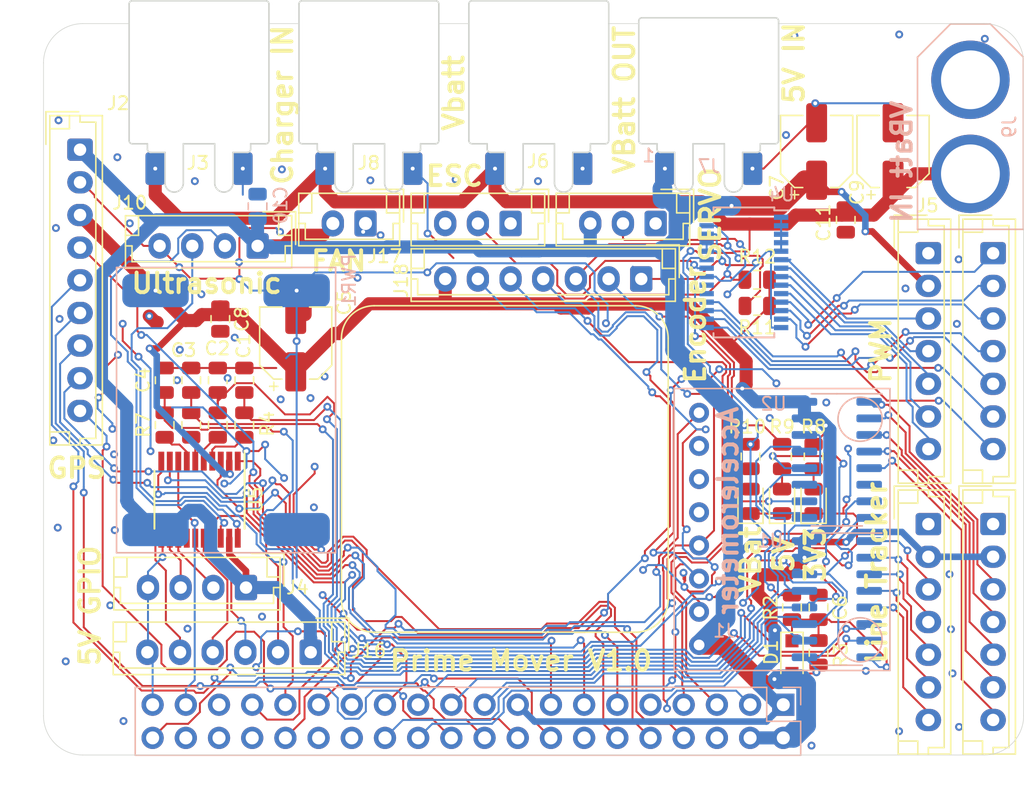
<source format=kicad_pcb>
(kicad_pcb (version 20171130) (host pcbnew "(5.1.4)-1")
  (layers (0 F.Cu signal) (31 B.Cu signal) (34 B.Paste user) (35 F.Paste user) (36 B.SilkS user) (37 F.SilkS user) (38 B.Mask user) (39 F.Mask user) (44 Edge.Cuts user))
  (net 0 "")
  (net 1 GND)
  (net 2 /MCP3008/ADC1_CH6)
  (net 3 /MCP3008/ADC1_CH5)
  (net 4 /MCP3008/ADC0_CH7)
  (net 5 /MCP3008/ADC0_CH6)
  (net 6 VBAT_Read)
  (net 7 "/Accelerometer MPU6050/AD0")
  (net 8 "/Accelerometer MPU6050/XCL")
  (net 9 "/Accelerometer MPU6050/XDA")
  (net 10 I2C_SDA)
  (net 11 I2C_SCL)
  (net 12 +5V)
  (net 13 GPS_RST)
  (net 14 GPS_RX)
  (net 15 GPS_TX)
  (net 16 GPS_RI)
  (net 17 GPS_PWR)
  (net 18 GPS_DTR)
  (net 19 +3V3)
  (net 20 GPIO1)
  (net 21 GPIO0)
  (net 22 B7)
  (net 23 B8)
  (net 24 /PWM_PCA9685/P0)
  (net 25 /PWM_PCA9685/P1)
  (net 26 /PWM_PCA9685/P2)
  (net 27 /PWM_PCA9685/P3)
  (net 28 /PWM_PCA9685/P4)
  (net 29 /PWM_PCA9685/P5)
  (net 30 +BATT)
  (net 31 ECHO_5V)
  (net 32 TRIG_5V)
  (net 33 PWM_ESC)
  (net 34 PWM_Servo)
  (net 35 /PWM_PCA9685/P6)
  (net 36 /PWM_PCA9685/P7)
  (net 37 /PWM_PCA9685/P8)
  (net 38 /PWM_PCA9685/P9)
  (net 39 /PWM_PCA9685/P10)
  (net 40 /PWM_PCA9685/P11)
  (net 41 /PWM_PCA9685/P12)
  (net 42 "Net-(J14-Pad7)")
  (net 43 "Net-(J14-Pad6)")
  (net 44 "Net-(J14-Pad5)")
  (net 45 "Net-(J14-Pad4)")
  (net 46 "Net-(J14-Pad3)")
  (net 47 "Net-(J15-Pad7)")
  (net 48 "Net-(J15-Pad6)")
  (net 49 "Net-(J15-Pad5)")
  (net 50 "Net-(J15-Pad4)")
  (net 51 "Net-(J15-Pad3)")
  (net 52 ENC_OUT)
  (net 53 DIR)
  (net 54 PGO)
  (net 55 A7)
  (net 56 LVL_OE)
  (net 57 SPI_CS_ADC0)
  (net 58 SPI_CS_ADC1)
  (net 59 SPI_CLK)
  (net 60 SPI_MISO)
  (net 61 SPI_MOSI)
  (net 62 A8)
  (net 63 TRIG_3V3)
  (net 64 ECHO_3V3)
  (net 65 PWM_~OE)
  (net 66 CH1_A)
  (net 67 CH2_A)
  (net 68 CH3_A)
  (net 69 CH4_A)
  (net 70 PWM_Fan)
  (net 71 "Net-(D2-Pad2)")
  (net 72 "Net-(D3-Pad2)")
  (net 73 "Net-(D4-Pad2)")
  (net 74 GPIO21)
  (net 75 GPIO20)
  (net 76 GPIO19)
  (net 77 GPIO16)
  (net 78 "/Level Shift TXB0108/B6")
  (net 79 "/Level Shift TXB0108/B5")
  (net 80 "/Level Shift TXB0108/B4")
  (net 81 "/Level Shift TXB0108/B3")
  (net 82 /MCP3008/ADC0_CH5)
  (net 83 "Net-(J11-Pad3)")
  (module RascalHat:MPU-6050-Module (layer B.Cu) (at 50.165 47.625)
    (fp_text reference J1 (at 1.925 -1.135) (layer B.SilkS) (effects (justify mirror)))
    (fp_text value Conn_01x08_Male)
    (pad 8 thru_hole circle (at 0 -17.83) (size 1.524 1.524) (drill 0.825) (layers *.Cu *.Mask) (net 74 GPIO21))
    (pad 7 thru_hole circle (at 0 -15.29) (size 1.524 1.524) (drill 0.825) (layers *.Cu *.Mask) (net 7 "/Accelerometer MPU6050/AD0"))
    (pad 6 thru_hole circle (at 0 -12.75) (size 1.524 1.524) (drill 0.825) (layers *.Cu *.Mask) (net 8 "/Accelerometer MPU6050/XCL"))
    (pad 5 thru_hole circle (at 0 -10.21) (size 1.524 1.524) (drill 0.825) (layers *.Cu *.Mask) (net 9 "/Accelerometer MPU6050/XDA"))
    (pad 4 thru_hole circle (at 0 -7.67) (size 1.524 1.524) (drill 0.825) (layers *.Cu *.Mask) (net 10 I2C_SDA))
    (pad 3 thru_hole circle (at 0 -5.13) (size 1.524 1.524) (drill 0.825) (layers *.Cu *.Mask) (net 11 I2C_SCL))
    (pad 2 thru_hole circle (at 0 -2.59) (size 1.524 1.524) (drill 0.825) (layers *.Cu *.Mask) (net 1 GND))
    (pad 1 thru_hole circle (at 0 -0.05) (size 1.524 1.524) (drill 0.825) (layers *.Cu *.Mask) (net 12 +5V))
  )
  (module Connector_JST:JST_EH_B7B-EH-A_1x07_P2.50mm_Vertical (layer F.Cu) (at 67.711 17.579 270)
    (fp_text reference J5 (at -3.649 0.071 180) (layer F.SilkS))
    (fp_text value Conn_01x07_Male)
    (pad 1 thru_hole roundrect (at 0 0 270) (size 1.7 1.95) (drill 0.95) (layers *.Cu *.Mask) (roundrect_rratio 0.147059) (net 1 GND))
    (pad 2 thru_hole oval (at 2.5 0 270) (size 1.7 1.95) (drill 0.95) (layers *.Cu *.Mask) (net 12 +5V))
    (pad 3 thru_hole oval (at 5 0 270) (size 1.7 1.95) (drill 0.95) (layers *.Cu *.Mask) (net 24 /PWM_PCA9685/P0))
    (pad 4 thru_hole oval (at 7.5 0 270) (size 1.7 1.95) (drill 0.95) (layers *.Cu *.Mask) (net 25 /PWM_PCA9685/P1))
    (pad 5 thru_hole oval (at 10 0 270) (size 1.7 1.95) (drill 0.95) (layers *.Cu *.Mask) (net 26 /PWM_PCA9685/P2))
    (pad 6 thru_hole oval (at 12.5 0 270) (size 1.7 1.95) (drill 0.95) (layers *.Cu *.Mask) (net 27 /PWM_PCA9685/P3))
    (pad 7 thru_hole oval (at 15 0 270) (size 1.7 1.95) (drill 0.95) (layers *.Cu *.Mask) (net 28 /PWM_PCA9685/P4))
  )
  (module RascalHat:XT30U-M-Horizontal (layer F.Cu) (at 24.9 9.2 180)
    (fp_text reference J8 (at 0.008 -1.468) (layer F.SilkS))
    (fp_text value Conn_01x02_Male)
    (fp_line (start -1.2 0) (end 1.2 0) (layer Edge.Cuts) (width 0.12))
    (fp_line (start 1.2 -3) (end 1.2 0) (layer Edge.Cuts) (width 0.12))
    (fp_arc (start 1.9 -3) (end 1.2 -3) (angle 180) (layer Edge.Cuts) (width 0.12))
    (fp_line (start 2.6 -0.66) (end 2.6 -3) (layer Edge.Cuts) (width 0.12))
    (fp_line (start 3.7 -0.66) (end 2.6 -0.66) (layer Edge.Cuts) (width 0.12))
    (fp_line (start 3.95 0) (end 3.95 -0.41) (layer Edge.Cuts) (width 0.12))
    (fp_arc (start 3.7 -0.41) (end 3.7 -0.66) (angle 90) (layer Edge.Cuts) (width 0.12))
    (fp_line (start -1.2 -3) (end -1.2 0) (layer Edge.Cuts) (width 0.12))
    (fp_arc (start -1.9 -3) (end -1.2 -3) (angle -180) (layer Edge.Cuts) (width 0.12))
    (fp_line (start -2.6 -0.66) (end -2.6 -3) (layer Edge.Cuts) (width 0.12))
    (fp_line (start -3.7 -0.66) (end -2.6 -0.66) (layer Edge.Cuts) (width 0.12))
    (fp_arc (start -3.7 -0.41) (end -3.7 -0.66) (angle -90) (layer Edge.Cuts) (width 0.12))
    (fp_line (start -3.95 0) (end -3.95 -0.41) (layer Edge.Cuts) (width 0.12))
    (fp_line (start 3.95 0) (end 5.1 0) (layer Edge.Cuts) (width 0.12))
    (fp_line (start -5.1 0) (end -3.95 0) (layer Edge.Cuts) (width 0.12))
    (fp_arc (start -5.1 0.25) (end -5.1 0) (angle -90) (layer Edge.Cuts) (width 0.12))
    (fp_arc (start 5.1 0.25) (end 5.35 0.25) (angle -90) (layer Edge.Cuts) (width 0.12))
    (fp_arc (start 5.1 10.7) (end 5.1 10.95) (angle -90) (layer Edge.Cuts) (width 0.12))
    (fp_arc (start -5.1 10.7) (end -5.35 10.7) (angle -90) (layer Edge.Cuts) (width 0.12))
    (fp_line (start -5.1 10.95) (end 5.1 10.95) (layer Edge.Cuts) (width 0.12))
    (fp_line (start 5.35 0.25) (end 5.35 10.7) (layer Edge.Cuts) (width 0.12))
    (fp_line (start -5.35 10.7) (end -5.35 0.25) (layer Edge.Cuts) (width 0.12))
    (pad 2 smd roundrect (at 3.35 -1.9 180) (size 1.5 2.5) (layers B.Cu B.Paste B.Mask) (roundrect_rratio 0.167) (net 30 +BATT))
    (pad 1 smd roundrect (at -3.35 -1.9) (size 1.5 2.5) (layers B.Cu B.Paste B.Mask) (roundrect_rratio 0.167) (net 1 GND))
    (pad 2 smd roundrect (at 3.35 -1.9 180) (size 1.5 2.5) (layers F.Cu F.Paste F.Mask) (roundrect_rratio 0.167) (net 30 +BATT))
    (pad 1 smd roundrect (at -3.35 -1.9 180) (size 1.5 2.5) (layers F.Cu F.Paste F.Mask) (roundrect_rratio 0.167) (net 1 GND))
  )
  (module Capacitor_SMD:C_0805_2012Metric (layer F.Cu) (at 61.39 15.03 270)
    (fp_text reference C11 (at 0.22 1.7 270) (layer F.SilkS))
    (fp_text value 0.1uF)
    (pad 2 smd roundrect (at 0.9375 0 270) (size 0.975 1.4) (layers F.Cu F.Paste F.Mask) (net 1 GND))
    (pad 1 smd roundrect (at -0.9375 0 270) (size 0.975 1.4) (layers F.Cu F.Paste F.Mask) (net 30 +BATT))
  )
  (module Capacitor_SMD:C_0805_2012Metric (layer B.Cu) (at 16.38 13.99 90)
    (fp_text reference C10 (at 0.09 1.76 90) (layer B.SilkS) (effects (justify mirror)))
    (fp_text value 0.1uF)
    (pad 2 smd roundrect (at 0.9375 0 90) (size 0.975 1.4) (layers B.Cu B.Paste B.Mask) (net 1 GND))
    (pad 1 smd roundrect (at -0.9375 0 90) (size 0.975 1.4) (layers B.Cu B.Paste B.Mask) (net 12 +5V))
  )
  (module Capacitor_SMD:CP_Elec_5x5.3 (layer F.Cu) (at 65.01 9.79 90)
    (fp_text reference C9 (at -3.13 -2.76 90) (layer F.SilkS))
    (fp_text value "27uF 16V")
    (pad 2 smd roundrect (at 2.2 0 90) (size 3 1.6) (layers F.Cu F.Paste F.Mask) (roundrect_rratio 0.15625) (net 1 GND))
    (pad 1 smd roundrect (at -2.2 0 90) (size 3 1.6) (layers F.Cu F.Paste F.Mask) (roundrect_rratio 0.15625) (net 30 +BATT))
  )
  (module Capacitor_SMD:C_0805_2012Metric (layer F.Cu) (at 13.53 22.62 270)
    (fp_text reference C8 (at 0 -1.65 270) (layer F.SilkS))
    (fp_text value 0.1uF)
    (pad 2 smd roundrect (at 0.9375 0 270) (size 0.975 1.4) (layers F.Cu F.Paste F.Mask) (net 1 GND))
    (pad 1 smd roundrect (at -0.9375 0 270) (size 0.975 1.4) (layers F.Cu F.Paste F.Mask) (net 19 +3V3))
  )
  (module Capacitor_SMD:CP_Elec_5x5.3 (layer F.Cu) (at 59.16 9.79 90)
    (fp_text reference C7 (at -2.78 -3.04 90) (layer F.SilkS))
    (fp_text value "27uF 16V")
    (pad 2 smd roundrect (at 2.2 0 90) (size 3 1.6) (layers F.Cu F.Paste F.Mask) (roundrect_rratio 0.15625) (net 1 GND))
    (pad 1 smd roundrect (at -2.2 0 90) (size 3 1.6) (layers F.Cu F.Paste F.Mask) (roundrect_rratio 0.15625) (net 12 +5V))
  )
  (module Capacitor_SMD:CP_Elec_5x5.3 (layer F.Cu) (at 19.3 24.46 90)
    (fp_text reference C5 (at 3.09 3.7 90) (layer F.SilkS))
    (fp_text value "27uF 16V")
    (pad 2 smd roundrect (at 2.2 0 90) (size 3 1.6) (layers F.Cu F.Paste F.Mask) (roundrect_rratio 0.15625) (net 1 GND))
    (pad 1 smd roundrect (at -2.2 0 90) (size 3 1.6) (layers F.Cu F.Paste F.Mask) (roundrect_rratio 0.15625) (net 19 +3V3))
  )
  (module Connector_PinSocket_2.54mm:PinSocket_2x20_P2.54mm_Vertical (layer B.Cu) (at 56.61 52.15 90)
    (fp_text reference R1 hide)
    (fp_text value Raspberry_Pi_2_3)
    (pad 40 thru_hole oval (at -2.54 -48.26 90) (size 1.7 1.7) (drill 1) (layers *.Cu *.Mask) (net 74 GPIO21))
    (pad 39 thru_hole oval (at 0 -48.26 90) (size 1.7 1.7) (drill 1) (layers *.Cu *.Mask) (net 1 GND))
    (pad 38 thru_hole oval (at -2.54 -45.72 90) (size 1.7 1.7) (drill 1) (layers *.Cu *.Mask) (net 75 GPIO20))
    (pad 37 thru_hole oval (at 0 -45.72 90) (size 1.7 1.7) (drill 1) (layers *.Cu *.Mask) (net 55 A7))
    (pad 36 thru_hole oval (at -2.54 -43.18 90) (size 1.7 1.7) (drill 1) (layers *.Cu *.Mask) (net 77 GPIO16))
    (pad 35 thru_hole oval (at 0 -43.18 90) (size 1.7 1.7) (drill 1) (layers *.Cu *.Mask) (net 76 GPIO19))
    (pad 34 thru_hole oval (at -2.54 -40.64 90) (size 1.7 1.7) (drill 1) (layers *.Cu *.Mask) (net 1 GND))
    (pad 33 thru_hole oval (at 0 -40.64 90) (size 1.7 1.7) (drill 1) (layers *.Cu *.Mask) (net 54 PGO))
    (pad 32 thru_hole oval (at -2.54 -38.1 90) (size 1.7 1.7) (drill 1) (layers *.Cu *.Mask) (net 53 DIR))
    (pad 31 thru_hole oval (at 0 -38.1 90) (size 1.7 1.7) (drill 1) (layers *.Cu *.Mask) (net 56 LVL_OE))
    (pad 30 thru_hole oval (at -2.54 -35.56 90) (size 1.7 1.7) (drill 1) (layers *.Cu *.Mask) (net 1 GND))
    (pad 29 thru_hole oval (at 0 -35.56 90) (size 1.7 1.7) (drill 1) (layers *.Cu *.Mask) (net 52 ENC_OUT))
    (pad 28 thru_hole oval (at -2.54 -33.02 90) (size 1.7 1.7) (drill 1) (layers *.Cu *.Mask) (net 20 GPIO1))
    (pad 27 thru_hole oval (at 0 -33.02 90) (size 1.7 1.7) (drill 1) (layers *.Cu *.Mask) (net 21 GPIO0))
    (pad 26 thru_hole oval (at -2.54 -30.48 90) (size 1.7 1.7) (drill 1) (layers *.Cu *.Mask) (net 57 SPI_CS_ADC0))
    (pad 25 thru_hole oval (at 0 -30.48 90) (size 1.7 1.7) (drill 1) (layers *.Cu *.Mask) (net 1 GND))
    (pad 24 thru_hole oval (at -2.54 -27.94 90) (size 1.7 1.7) (drill 1) (layers *.Cu *.Mask) (net 58 SPI_CS_ADC1))
    (pad 23 thru_hole oval (at 0 -27.94 90) (size 1.7 1.7) (drill 1) (layers *.Cu *.Mask) (net 59 SPI_CLK))
    (pad 22 thru_hole oval (at -2.54 -25.4 90) (size 1.7 1.7) (drill 1) (layers *.Cu *.Mask) (net 13 GPS_RST))
    (pad 21 thru_hole oval (at 0 -25.4 90) (size 1.7 1.7) (drill 1) (layers *.Cu *.Mask) (net 60 SPI_MISO))
    (pad 20 thru_hole oval (at -2.54 -22.86 90) (size 1.7 1.7) (drill 1) (layers *.Cu *.Mask) (net 1 GND))
    (pad 19 thru_hole oval (at 0 -22.86 90) (size 1.7 1.7) (drill 1) (layers *.Cu *.Mask) (net 61 SPI_MOSI))
    (pad 18 thru_hole oval (at -2.54 -20.32 90) (size 1.7 1.7) (drill 1) (layers *.Cu *.Mask) (net 16 GPS_RI))
    (pad 17 thru_hole oval (at 0 -20.32 90) (size 1.7 1.7) (drill 1) (layers *.Cu *.Mask) (net 19 +3V3))
    (pad 16 thru_hole oval (at -2.54 -17.78 90) (size 1.7 1.7) (drill 1) (layers *.Cu *.Mask) (net 17 GPS_PWR))
    (pad 15 thru_hole oval (at 0 -17.78 90) (size 1.7 1.7) (drill 1) (layers *.Cu *.Mask) (net 18 GPS_DTR))
    (pad 14 thru_hole oval (at -2.54 -15.24 90) (size 1.7 1.7) (drill 1) (layers *.Cu *.Mask) (net 1 GND))
    (pad 13 thru_hole oval (at 0 -15.24 90) (size 1.7 1.7) (drill 1) (layers *.Cu *.Mask) (net 62 A8))
    (pad 12 thru_hole oval (at -2.54 -12.7 90) (size 1.7 1.7) (drill 1) (layers *.Cu *.Mask) (net 63 TRIG_3V3))
    (pad 11 thru_hole oval (at 0 -12.7 90) (size 1.7 1.7) (drill 1) (layers *.Cu *.Mask) (net 64 ECHO_3V3))
    (pad 10 thru_hole oval (at -2.54 -10.16 90) (size 1.7 1.7) (drill 1) (layers *.Cu *.Mask) (net 15 GPS_TX))
    (pad 9 thru_hole oval (at 0 -10.16 90) (size 1.7 1.7) (drill 1) (layers *.Cu *.Mask) (net 1 GND))
    (pad 8 thru_hole oval (at -2.54 -7.62 90) (size 1.7 1.7) (drill 1) (layers *.Cu *.Mask) (net 14 GPS_RX))
    (pad 7 thru_hole oval (at 0 -7.62 90) (size 1.7 1.7) (drill 1) (layers *.Cu *.Mask) (net 65 PWM_~OE))
    (pad 6 thru_hole oval (at -2.54 -5.08 90) (size 1.7 1.7) (drill 1) (layers *.Cu *.Mask) (net 1 GND))
    (pad 5 thru_hole oval (at 0 -5.08 90) (size 1.7 1.7) (drill 1) (layers *.Cu *.Mask) (net 11 I2C_SCL))
    (pad 4 thru_hole oval (at -2.54 -2.54 90) (size 1.7 1.7) (drill 1) (layers *.Cu *.Mask) (net 12 +5V))
    (pad 3 thru_hole oval (at 0 -2.54 90) (size 1.7 1.7) (drill 1) (layers *.Cu *.Mask) (net 10 I2C_SDA))
    (pad 2 thru_hole oval (at -2.54 0 90) (size 1.7 1.7) (drill 1) (layers *.Cu *.Mask) (net 12 +5V))
    (pad 1 thru_hole rect (at 0 0 90) (size 1.7 1.7) (drill 1) (layers *.Cu *.Mask) (net 19 +3V3))
  )
  (module RascalHat:XT30U-M-Horizontal (layer F.Cu) (at 11.9 9.2 180)
    (fp_text reference J3 (at 0.089 -1.468) (layer F.SilkS))
    (fp_text value Conn_01x02_Male)
    (fp_line (start -1.2 0) (end 1.2 0) (layer Edge.Cuts) (width 0.12))
    (fp_line (start 1.2 -3) (end 1.2 0) (layer Edge.Cuts) (width 0.12))
    (fp_arc (start 1.9 -3) (end 1.2 -3) (angle 180) (layer Edge.Cuts) (width 0.12))
    (fp_line (start 2.6 -0.66) (end 2.6 -3) (layer Edge.Cuts) (width 0.12))
    (fp_line (start 3.7 -0.66) (end 2.6 -0.66) (layer Edge.Cuts) (width 0.12))
    (fp_line (start 3.95 0) (end 3.95 -0.41) (layer Edge.Cuts) (width 0.12))
    (fp_arc (start 3.7 -0.41) (end 3.7 -0.66) (angle 90) (layer Edge.Cuts) (width 0.12))
    (fp_line (start -1.2 -3) (end -1.2 0) (layer Edge.Cuts) (width 0.12))
    (fp_arc (start -1.9 -3) (end -1.2 -3) (angle -180) (layer Edge.Cuts) (width 0.12))
    (fp_line (start -2.6 -0.66) (end -2.6 -3) (layer Edge.Cuts) (width 0.12))
    (fp_line (start -3.7 -0.66) (end -2.6 -0.66) (layer Edge.Cuts) (width 0.12))
    (fp_arc (start -3.7 -0.41) (end -3.7 -0.66) (angle -90) (layer Edge.Cuts) (width 0.12))
    (fp_line (start -3.95 0) (end -3.95 -0.41) (layer Edge.Cuts) (width 0.12))
    (fp_line (start 3.95 0) (end 5.1 0) (layer Edge.Cuts) (width 0.12))
    (fp_line (start -5.1 0) (end -3.95 0) (layer Edge.Cuts) (width 0.12))
    (fp_arc (start -5.1 0.25) (end -5.1 0) (angle -90) (layer Edge.Cuts) (width 0.12))
    (fp_arc (start 5.1 0.25) (end 5.35 0.25) (angle -90) (layer Edge.Cuts) (width 0.12))
    (fp_arc (start 5.1 10.7) (end 5.1 10.95) (angle -90) (layer Edge.Cuts) (width 0.12))
    (fp_arc (start -5.1 10.7) (end -5.35 10.7) (angle -90) (layer Edge.Cuts) (width 0.12))
    (fp_line (start -5.1 10.95) (end 5.1 10.95) (layer Edge.Cuts) (width 0.12))
    (fp_line (start 5.35 0.25) (end 5.35 10.7) (layer Edge.Cuts) (width 0.12))
    (fp_line (start -5.35 10.7) (end -5.35 0.25) (layer Edge.Cuts) (width 0.12))
    (pad 2 smd roundrect (at 3.35 -1.9 180) (size 1.5 2.5) (layers B.Cu B.Paste B.Mask) (roundrect_rratio 0.167) (net 30 +BATT))
    (pad 1 smd roundrect (at -3.35 -1.9) (size 1.5 2.5) (layers B.Cu B.Paste B.Mask) (roundrect_rratio 0.167) (net 1 GND))
    (pad 2 smd roundrect (at 3.35 -1.9 180) (size 1.5 2.5) (layers F.Cu F.Paste F.Mask) (roundrect_rratio 0.167) (net 30 +BATT))
    (pad 1 smd roundrect (at -3.35 -1.9 180) (size 1.5 2.5) (layers F.Cu F.Paste F.Mask) (roundrect_rratio 0.167) (net 1 GND))
  )
  (module Connector_JST:JST_EH_B9B-EH-A_1x09_P2.50mm_Vertical (layer F.Cu) (at 2.794 9.652 270)
    (fp_text reference J2 (at -3.556 -2.921 180) (layer F.SilkS))
    (fp_text value Conn_01x09_Male)
    (pad 9 thru_hole oval (at 20 0 270) (size 1.7 1.95) (drill 0.95) (layers *.Cu *.Mask) (net 13 GPS_RST))
    (pad 8 thru_hole oval (at 17.5 0 270) (size 1.7 1.95) (drill 0.95) (layers *.Cu *.Mask) (net 14 GPS_RX))
    (pad 7 thru_hole oval (at 15 0 270) (size 1.7 1.95) (drill 0.95) (layers *.Cu *.Mask) (net 15 GPS_TX))
    (pad 6 thru_hole oval (at 12.5 0 270) (size 1.7 1.95) (drill 0.95) (layers *.Cu *.Mask) (net 16 GPS_RI))
    (pad 5 thru_hole oval (at 10 0 270) (size 1.7 1.95) (drill 0.95) (layers *.Cu *.Mask) (net 17 GPS_PWR))
    (pad 4 thru_hole oval (at 7.5 0 270) (size 1.7 1.95) (drill 0.95) (layers *.Cu *.Mask) (net 18 GPS_DTR))
    (pad 3 thru_hole oval (at 5 0 270) (size 1.7 1.95) (drill 0.95) (layers *.Cu *.Mask) (net 19 +3V3))
    (pad 2 thru_hole oval (at 2.5 0 270) (size 1.7 1.95) (drill 0.95) (layers *.Cu *.Mask) (net 1 GND))
    (pad 1 thru_hole roundrect (at 0 0 270) (size 1.7 1.95) (drill 0.95) (layers *.Cu *.Mask) (roundrect_rratio 0.147059) (net 12 +5V))
  )
  (module Package_SO:TSSOP-20_4.4x6.5mm_P0.65mm (layer F.Cu) (at 11.938 36.449 270)
    (fp_text reference U5 (at 0 -4.3 90) (layer F.SilkS))
    (fp_text value TXB0108PWR)
    (pad 20 smd rect (at 2.95 -2.925 270) (size 1.45 0.45) (layers F.Cu F.Paste F.Mask) (net 31 ECHO_5V))
    (pad 19 smd rect (at 2.95 -2.275 270) (size 1.45 0.45) (layers F.Cu F.Paste F.Mask) (net 12 +5V))
    (pad 18 smd rect (at 2.95 -1.625 270) (size 1.45 0.45) (layers F.Cu F.Paste F.Mask) (net 32 TRIG_5V))
    (pad 17 smd rect (at 2.95 -0.975 270) (size 1.45 0.45) (layers F.Cu F.Paste F.Mask) (net 81 "/Level Shift TXB0108/B3"))
    (pad 16 smd rect (at 2.95 -0.325 270) (size 1.45 0.45) (layers F.Cu F.Paste F.Mask) (net 80 "/Level Shift TXB0108/B4"))
    (pad 15 smd rect (at 2.95 0.325 270) (size 1.45 0.45) (layers F.Cu F.Paste F.Mask) (net 79 "/Level Shift TXB0108/B5"))
    (pad 14 smd rect (at 2.95 0.975 270) (size 1.45 0.45) (layers F.Cu F.Paste F.Mask) (net 78 "/Level Shift TXB0108/B6"))
    (pad 13 smd rect (at 2.95 1.625 270) (size 1.45 0.45) (layers F.Cu F.Paste F.Mask) (net 22 B7))
    (pad 12 smd rect (at 2.95 2.275 270) (size 1.45 0.45) (layers F.Cu F.Paste F.Mask) (net 23 B8))
    (pad 11 smd rect (at 2.95 2.925 270) (size 1.45 0.45) (layers F.Cu F.Paste F.Mask) (net 1 GND))
    (pad 10 smd rect (at -2.95 2.925 270) (size 1.45 0.45) (layers F.Cu F.Paste F.Mask) (net 56 LVL_OE))
    (pad 9 smd rect (at -2.95 2.275 270) (size 1.45 0.45) (layers F.Cu F.Paste F.Mask) (net 62 A8))
    (pad 8 smd rect (at -2.95 1.625 270) (size 1.45 0.45) (layers F.Cu F.Paste F.Mask) (net 55 A7))
    (pad 7 smd rect (at -2.95 0.975 270) (size 1.45 0.45) (layers F.Cu F.Paste F.Mask) (net 69 CH4_A))
    (pad 6 smd rect (at -2.95 0.325 270) (size 1.45 0.45) (layers F.Cu F.Paste F.Mask) (net 68 CH3_A))
    (pad 5 smd rect (at -2.95 -0.325 270) (size 1.45 0.45) (layers F.Cu F.Paste F.Mask) (net 67 CH2_A))
    (pad 4 smd rect (at -2.95 -0.975 270) (size 1.45 0.45) (layers F.Cu F.Paste F.Mask) (net 66 CH1_A))
    (pad 3 smd rect (at -2.95 -1.625 270) (size 1.45 0.45) (layers F.Cu F.Paste F.Mask) (net 63 TRIG_3V3))
    (pad 2 smd rect (at -2.95 -2.275 270) (size 1.45 0.45) (layers F.Cu F.Paste F.Mask) (net 19 +3V3))
    (pad 1 smd rect (at -2.95 -2.925 270) (size 1.45 0.45) (layers F.Cu F.Paste F.Mask) (net 64 ECHO_3V3))
  )
  (module Package_SO:SOIC-16_3.9x9.9mm_P1.27mm (layer B.Cu) (at 60.706 33.401 180)
    (fp_text reference U2 (at 4.836 4.291) (layer B.SilkS) (effects (justify mirror)))
    (fp_text value MCP3008-I_P)
    (pad 16 smd roundrect (at 2.475 4.445 180) (size 1.95 0.6) (layers B.Cu B.Paste B.Mask) (net 19 +3V3))
    (pad 15 smd roundrect (at 2.475 3.175 180) (size 1.95 0.6) (layers B.Cu B.Paste B.Mask) (net 19 +3V3))
    (pad 14 smd roundrect (at 2.475 1.905 180) (size 1.95 0.6) (layers B.Cu B.Paste B.Mask) (net 1 GND))
    (pad 13 smd roundrect (at 2.475 0.635 180) (size 1.95 0.6) (layers B.Cu B.Paste B.Mask) (net 59 SPI_CLK))
    (pad 12 smd roundrect (at 2.475 -0.635 180) (size 1.95 0.6) (layers B.Cu B.Paste B.Mask) (net 60 SPI_MISO))
    (pad 11 smd roundrect (at 2.475 -1.905 180) (size 1.95 0.6) (layers B.Cu B.Paste B.Mask) (net 61 SPI_MOSI))
    (pad 10 smd roundrect (at 2.475 -3.175 180) (size 1.95 0.6) (layers B.Cu B.Paste B.Mask) (net 57 SPI_CS_ADC0))
    (pad 9 smd roundrect (at 2.475 -4.445 180) (size 1.95 0.6) (layers B.Cu B.Paste B.Mask) (net 1 GND))
    (pad 8 smd roundrect (at -2.475 -4.445 180) (size 1.95 0.6) (layers B.Cu B.Paste B.Mask) (net 4 /MCP3008/ADC0_CH7))
    (pad 7 smd roundrect (at -2.475 -3.175 180) (size 1.95 0.6) (layers B.Cu B.Paste B.Mask) (net 5 /MCP3008/ADC0_CH6))
    (pad 6 smd roundrect (at -2.475 -1.905 180) (size 1.95 0.6) (layers B.Cu B.Paste B.Mask) (net 82 /MCP3008/ADC0_CH5))
    (pad 5 smd roundrect (at -2.475 -0.635 180) (size 1.95 0.6) (layers B.Cu B.Paste B.Mask) (net 42 "Net-(J14-Pad7)"))
    (pad 4 smd roundrect (at -2.475 0.635 180) (size 1.95 0.6) (layers B.Cu B.Paste B.Mask) (net 43 "Net-(J14-Pad6)"))
    (pad 3 smd roundrect (at -2.475 1.905 180) (size 1.95 0.6) (layers B.Cu B.Paste B.Mask) (net 44 "Net-(J14-Pad5)"))
    (pad 2 smd roundrect (at -2.475 3.175 180) (size 1.95 0.6) (layers B.Cu B.Paste B.Mask) (net 45 "Net-(J14-Pad4)"))
    (pad 1 smd roundrect (at -2.475 4.445 180) (size 1.95 0.6) (layers B.Cu B.Paste B.Mask) (net 46 "Net-(J14-Pad3)"))
  )
  (module Package_SO:SOIC-16_3.9x9.9mm_P1.27mm (layer B.Cu) (at 60.706 44.069 180)
    (fp_text reference U1 (at 5.096 4.479) (layer B.SilkS) (effects (justify mirror)))
    (fp_text value MCP3008-I_P)
    (pad 16 smd roundrect (at 2.475 4.445 180) (size 1.95 0.6) (layers B.Cu B.Paste B.Mask) (net 19 +3V3))
    (pad 15 smd roundrect (at 2.475 3.175 180) (size 1.95 0.6) (layers B.Cu B.Paste B.Mask) (net 19 +3V3))
    (pad 14 smd roundrect (at 2.475 1.905 180) (size 1.95 0.6) (layers B.Cu B.Paste B.Mask) (net 1 GND))
    (pad 13 smd roundrect (at 2.475 0.635 180) (size 1.95 0.6) (layers B.Cu B.Paste B.Mask) (net 59 SPI_CLK))
    (pad 12 smd roundrect (at 2.475 -0.635 180) (size 1.95 0.6) (layers B.Cu B.Paste B.Mask) (net 60 SPI_MISO))
    (pad 11 smd roundrect (at 2.475 -1.905 180) (size 1.95 0.6) (layers B.Cu B.Paste B.Mask) (net 61 SPI_MOSI))
    (pad 10 smd roundrect (at 2.475 -3.175 180) (size 1.95 0.6) (layers B.Cu B.Paste B.Mask) (net 58 SPI_CS_ADC1))
    (pad 9 smd roundrect (at 2.475 -4.445 180) (size 1.95 0.6) (layers B.Cu B.Paste B.Mask) (net 1 GND))
    (pad 8 smd roundrect (at -2.475 -4.445 180) (size 1.95 0.6) (layers B.Cu B.Paste B.Mask) (net 6 VBAT_Read))
    (pad 7 smd roundrect (at -2.475 -3.175 180) (size 1.95 0.6) (layers B.Cu B.Paste B.Mask) (net 2 /MCP3008/ADC1_CH6))
    (pad 6 smd roundrect (at -2.475 -1.905 180) (size 1.95 0.6) (layers B.Cu B.Paste B.Mask) (net 3 /MCP3008/ADC1_CH5))
    (pad 5 smd roundrect (at -2.475 -0.635 180) (size 1.95 0.6) (layers B.Cu B.Paste B.Mask) (net 47 "Net-(J15-Pad7)"))
    (pad 4 smd roundrect (at -2.475 0.635 180) (size 1.95 0.6) (layers B.Cu B.Paste B.Mask) (net 48 "Net-(J15-Pad6)"))
    (pad 3 smd roundrect (at -2.475 1.905 180) (size 1.95 0.6) (layers B.Cu B.Paste B.Mask) (net 49 "Net-(J15-Pad5)"))
    (pad 2 smd roundrect (at -2.475 3.175 180) (size 1.95 0.6) (layers B.Cu B.Paste B.Mask) (net 50 "Net-(J15-Pad4)"))
    (pad 1 smd roundrect (at -2.475 4.445 180) (size 1.95 0.6) (layers B.Cu B.Paste B.Mask) (net 51 "Net-(J15-Pad3)"))
  )
  (module Resistor_SMD:R_0805_2012Metric (layer F.Cu) (at 54.102 33.147 270)
    (fp_text reference R10 (at -2.286 0.254 180) (layer F.SilkS))
    (fp_text value 3k3)
    (pad 1 smd roundrect (at -0.9375 0 270) (size 0.975 1.4) (layers F.Cu F.Paste F.Mask) (net 30 +BATT))
    (pad 2 smd roundrect (at 0.9375 0 270) (size 0.975 1.4) (layers F.Cu F.Paste F.Mask) (net 73 "Net-(D4-Pad2)"))
  )
  (module Resistor_SMD:R_0805_2012Metric (layer F.Cu) (at 56.515 33.147 270)
    (fp_text reference R9 (at -2.286 0 180) (layer F.SilkS))
    (fp_text value 2k2)
    (pad 1 smd roundrect (at -0.9375 0 270) (size 0.975 1.4) (layers F.Cu F.Paste F.Mask) (net 12 +5V))
    (pad 2 smd roundrect (at 0.9375 0 270) (size 0.975 1.4) (layers F.Cu F.Paste F.Mask) (net 72 "Net-(D3-Pad2)"))
  )
  (module Resistor_SMD:R_0805_2012Metric (layer F.Cu) (at 58.928 33.147 270)
    (fp_text reference R8 (at -2.286 0 180) (layer F.SilkS))
    (fp_text value 470)
    (pad 1 smd roundrect (at -0.9375 0 270) (size 0.975 1.4) (layers F.Cu F.Paste F.Mask) (net 19 +3V3))
    (pad 2 smd roundrect (at 0.9375 0 270) (size 0.975 1.4) (layers F.Cu F.Paste F.Mask) (net 71 "Net-(D2-Pad2)"))
  )
  (module RascalHat:XT30U-F-Horizontal (layer B.Cu) (at 50.9 9.2)
    (fp_text reference J7 (at 0.027 1.722) (layer B.SilkS) (effects (justify mirror)))
    (fp_text value Conn_01x02_Female)
    (fp_text user 1 (at -4.6 0.9) (layer B.SilkS) (effects (justify mirror)))
    (fp_line (start -1.2 0) (end 1.2 0) (layer Edge.Cuts) (width 0.12))
    (fp_line (start 1.2 3) (end 1.2 0) (layer Edge.Cuts) (width 0.12))
    (fp_arc (start 1.9 3) (end 1.2 3) (angle -180) (layer Edge.Cuts) (width 0.12))
    (fp_line (start 2.6 0.66) (end 2.6 3) (layer Edge.Cuts) (width 0.12))
    (fp_line (start 3.7 0.66) (end 2.6 0.66) (layer Edge.Cuts) (width 0.12))
    (fp_line (start 3.95 0) (end 3.95 0.41) (layer Edge.Cuts) (width 0.12))
    (fp_arc (start 3.7 0.41) (end 3.7 0.66) (angle -90) (layer Edge.Cuts) (width 0.12))
    (fp_line (start -1.2 3) (end -1.2 0) (layer Edge.Cuts) (width 0.12))
    (fp_arc (start -1.9 3) (end -1.2 3) (angle 180) (layer Edge.Cuts) (width 0.12))
    (fp_line (start -2.6 0.66) (end -2.6 3) (layer Edge.Cuts) (width 0.12))
    (fp_line (start -3.7 0.66) (end -2.6 0.66) (layer Edge.Cuts) (width 0.12))
    (fp_arc (start -3.7 0.41) (end -3.7 0.66) (angle 90) (layer Edge.Cuts) (width 0.12))
    (fp_line (start -3.95 0) (end -3.95 0.41) (layer Edge.Cuts) (width 0.12))
    (fp_line (start 3.95 0) (end 5.1 0) (layer Edge.Cuts) (width 0.12))
    (fp_line (start -5.1 0) (end -3.95 0) (layer Edge.Cuts) (width 0.12))
    (fp_arc (start -5.1 -0.25) (end -5.1 0) (angle 90) (layer Edge.Cuts) (width 0.12))
    (fp_arc (start 5.1 -0.25) (end 5.35 -0.25) (angle 90) (layer Edge.Cuts) (width 0.12))
    (fp_arc (start 5.1 -9.4) (end 5.1 -9.65) (angle 90) (layer Edge.Cuts) (width 0.12))
    (fp_arc (start -5.1 -9.4) (end -5.35 -9.4) (angle 90) (layer Edge.Cuts) (width 0.12))
    (fp_line (start -5.1 -9.65) (end 5.1 -9.65) (layer Edge.Cuts) (width 0.12))
    (fp_line (start 5.35 -0.25) (end 5.35 -9.4) (layer Edge.Cuts) (width 0.12))
    (fp_line (start -5.35 -9.4) (end -5.35 -0.25) (layer Edge.Cuts) (width 0.12))
    (pad 2 smd roundrect (at 3.35 1.9) (size 1.5 2.5) (layers F.Cu F.Paste F.Mask) (roundrect_rratio 0.167) (net 1 GND))
    (pad 1 smd roundrect (at -3.35 1.9 180) (size 1.5 2.5) (layers F.Cu F.Paste F.Mask) (roundrect_rratio 0.167) (net 12 +5V))
    (pad 2 smd roundrect (at 3.35 1.9) (size 1.5 2.5) (layers B.Cu B.Paste B.Mask) (roundrect_rratio 0.167) (net 1 GND))
    (pad 1 smd roundrect (at -3.35 1.9) (size 1.5 2.5) (layers B.Cu B.Paste B.Mask) (roundrect_rratio 0.167) (net 12 +5V))
  )
  (module RascalHat:XT30U-M-Horizontal (layer F.Cu) (at 37.9 9.2 180)
    (fp_text reference J6 (at 0.054 -1.341) (layer F.SilkS))
    (fp_text value Conn_01x02_Male)
    (fp_line (start -1.2 0) (end 1.2 0) (layer Edge.Cuts) (width 0.12))
    (fp_line (start 1.2 -3) (end 1.2 0) (layer Edge.Cuts) (width 0.12))
    (fp_arc (start 1.9 -3) (end 1.2 -3) (angle 180) (layer Edge.Cuts) (width 0.12))
    (fp_line (start 2.6 -0.66) (end 2.6 -3) (layer Edge.Cuts) (width 0.12))
    (fp_line (start 3.7 -0.66) (end 2.6 -0.66) (layer Edge.Cuts) (width 0.12))
    (fp_line (start 3.95 0) (end 3.95 -0.41) (layer Edge.Cuts) (width 0.12))
    (fp_arc (start 3.7 -0.41) (end 3.7 -0.66) (angle 90) (layer Edge.Cuts) (width 0.12))
    (fp_line (start -1.2 -3) (end -1.2 0) (layer Edge.Cuts) (width 0.12))
    (fp_arc (start -1.9 -3) (end -1.2 -3) (angle -180) (layer Edge.Cuts) (width 0.12))
    (fp_line (start -2.6 -0.66) (end -2.6 -3) (layer Edge.Cuts) (width 0.12))
    (fp_line (start -3.7 -0.66) (end -2.6 -0.66) (layer Edge.Cuts) (width 0.12))
    (fp_arc (start -3.7 -0.41) (end -3.7 -0.66) (angle -90) (layer Edge.Cuts) (width 0.12))
    (fp_line (start -3.95 0) (end -3.95 -0.41) (layer Edge.Cuts) (width 0.12))
    (fp_line (start 3.95 0) (end 5.1 0) (layer Edge.Cuts) (width 0.12))
    (fp_line (start -5.1 0) (end -3.95 0) (layer Edge.Cuts) (width 0.12))
    (fp_arc (start -5.1 0.25) (end -5.1 0) (angle -90) (layer Edge.Cuts) (width 0.12))
    (fp_arc (start 5.1 0.25) (end 5.35 0.25) (angle -90) (layer Edge.Cuts) (width 0.12))
    (fp_arc (start 5.1 10.7) (end 5.1 10.95) (angle -90) (layer Edge.Cuts) (width 0.12))
    (fp_arc (start -5.1 10.7) (end -5.35 10.7) (angle -90) (layer Edge.Cuts) (width 0.12))
    (fp_line (start -5.1 10.95) (end 5.1 10.95) (layer Edge.Cuts) (width 0.12))
    (fp_line (start 5.35 0.25) (end 5.35 10.7) (layer Edge.Cuts) (width 0.12))
    (fp_line (start -5.35 10.7) (end -5.35 0.25) (layer Edge.Cuts) (width 0.12))
    (pad 2 smd roundrect (at 3.35 -1.9 180) (size 1.5 2.5) (layers B.Cu B.Paste B.Mask) (roundrect_rratio 0.167) (net 30 +BATT))
    (pad 1 smd roundrect (at -3.35 -1.9) (size 1.5 2.5) (layers B.Cu B.Paste B.Mask) (roundrect_rratio 0.167) (net 1 GND))
    (pad 2 smd roundrect (at 3.35 -1.9 180) (size 1.5 2.5) (layers F.Cu F.Paste F.Mask) (roundrect_rratio 0.167) (net 30 +BATT))
    (pad 1 smd roundrect (at -3.35 -1.9 180) (size 1.5 2.5) (layers F.Cu F.Paste F.Mask) (roundrect_rratio 0.167) (net 1 GND))
  )
  (module Connector_JST:JST_EH_B4B-EH-A_1x04_P2.50mm_Vertical (layer F.Cu) (at 15.494 43.18 180)
    (fp_text reference J4 (at -3.937 0) (layer F.SilkS))
    (fp_text value Conn_01x04_Male)
    (pad 1 thru_hole roundrect (at 0 0 180) (size 1.7 1.95) (drill 0.95) (layers *.Cu *.Mask) (roundrect_rratio 0.147059) (net 12 +5V))
    (pad 2 thru_hole oval (at 2.5 0 180) (size 1.7 1.95) (drill 0.95) (layers *.Cu *.Mask) (net 22 B7))
    (pad 3 thru_hole oval (at 5 0 180) (size 1.7 1.95) (drill 0.95) (layers *.Cu *.Mask) (net 23 B8))
    (pad 4 thru_hole oval (at 7.5 0 180) (size 1.7 1.95) (drill 0.95) (layers *.Cu *.Mask) (net 1 GND))
  )
  (module Diode_SMD:D_0805_2012Metric (layer F.Cu) (at 54.102 36.576 90)
    (fp_text reference D4 hide)
    (fp_text value LED)
    (pad 1 smd roundrect (at -0.9375 0 90) (size 0.975 1.4) (layers F.Cu F.Paste F.Mask) (net 1 GND))
    (pad 2 smd roundrect (at 0.9375 0 90) (size 0.975 1.4) (layers F.Cu F.Paste F.Mask) (net 73 "Net-(D4-Pad2)"))
  )
  (module Diode_SMD:D_0805_2012Metric (layer F.Cu) (at 56.515 36.576 90)
    (fp_text reference D3 hide)
    (fp_text value LED)
    (pad 1 smd roundrect (at -0.9375 0 90) (size 0.975 1.4) (layers F.Cu F.Paste F.Mask) (net 1 GND))
    (pad 2 smd roundrect (at 0.9375 0 90) (size 0.975 1.4) (layers F.Cu F.Paste F.Mask) (net 72 "Net-(D3-Pad2)"))
  )
  (module Diode_SMD:D_0805_2012Metric (layer F.Cu) (at 58.928 36.576 90)
    (fp_text reference D2 hide)
    (fp_text value LED)
    (pad 1 smd roundrect (at -0.9375 0 90) (size 0.975 1.4) (layers F.Cu F.Paste F.Mask) (net 1 GND))
    (pad 2 smd roundrect (at 0.9375 0 90) (size 0.975 1.4) (layers F.Cu F.Paste F.Mask) (net 71 "Net-(D2-Pad2)"))
  )
  (module Capacitor_SMD:C_0805_2012Metric (layer F.Cu) (at 59.306 44.697 90)
    (fp_text reference C6 (at -0.033 1.654 90) (layer F.SilkS))
    (fp_text value 0.1uF)
    (pad 1 smd roundrect (at -0.9375 0 90) (size 0.975 1.4) (layers F.Cu F.Paste F.Mask) (net 6 VBAT_Read))
    (pad 2 smd roundrect (at 0.9375 0 90) (size 0.975 1.4) (layers F.Cu F.Paste F.Mask) (net 1 GND))
  )
  (module MountingHole:MountingHole_3.2mm_M3 (layer F.Cu) (at 62 3)
    (fp_text reference H4 hide)
    (fp_text value MountingHole)
    (pad 1 np_thru_hole circle (at 0 0) (size 3.2 3.2) (drill 3.2) (layers *.Cu *.Mask))
  )
  (module MountingHole:MountingHole_3.2mm_M3 (layer F.Cu) (at 62 53)
    (fp_text reference H3 hide)
    (fp_text value MountingHole)
    (pad 1 np_thru_hole circle (at 0 0) (size 3.2 3.2) (drill 3.2) (layers *.Cu *.Mask))
  )
  (module MountingHole:MountingHole_3.2mm_M3 (layer F.Cu) (at 3 53)
    (fp_text reference H2 hide)
    (fp_text value MountingHole)
    (pad 1 np_thru_hole circle (at 0 0) (size 3.2 3.2) (drill 3.2) (layers *.Cu *.Mask))
  )
  (module MountingHole:MountingHole_3.2mm_M3 (layer F.Cu) (at 3 3)
    (fp_text reference H1 hide)
    (fp_text value MountingHole)
    (pad 1 np_thru_hole circle (at 0 0) (size 3.2 3.2) (drill 3.2) (layers *.Cu *.Mask))
  )
  (module Connector_JST:JST_EH_B2B-EH-A_1x02_P2.50mm_Vertical (layer F.Cu) (at 24.64 15.3 180)
    (fp_text reference J17 (at -1.47 -2.51) (layer F.SilkS))
    (fp_text value Conn_01x02_Male)
    (pad 2 thru_hole oval (at 2.5 0 180) (size 1.7 2) (drill 1) (layers *.Cu *.Mask) (net 12 +5V))
    (pad 1 thru_hole roundrect (at 0 0 180) (size 1.7 2) (drill 1) (layers *.Cu *.Mask) (roundrect_rratio 0.147059) (net 1 GND))
  )
  (module Connector_JST:JST_EH_B7B-EH-A_1x07_P2.50mm_Vertical (layer F.Cu) (at 72.664 17.579 270)
    (fp_text reference J13 hide)
    (fp_text value Conn_01x07_Male)
    (pad 1 thru_hole roundrect (at 0 0 270) (size 1.7 1.95) (drill 0.95) (layers *.Cu *.Mask) (roundrect_rratio 0.147059) (net 29 /PWM_PCA9685/P5))
    (pad 2 thru_hole oval (at 2.5 0 270) (size 1.7 1.95) (drill 0.95) (layers *.Cu *.Mask) (net 35 /PWM_PCA9685/P6))
    (pad 3 thru_hole oval (at 5 0 270) (size 1.7 1.95) (drill 0.95) (layers *.Cu *.Mask) (net 36 /PWM_PCA9685/P7))
    (pad 4 thru_hole oval (at 7.5 0 270) (size 1.7 1.95) (drill 0.95) (layers *.Cu *.Mask) (net 37 /PWM_PCA9685/P8))
    (pad 5 thru_hole oval (at 10 0 270) (size 1.7 1.95) (drill 0.95) (layers *.Cu *.Mask) (net 38 /PWM_PCA9685/P9))
    (pad 6 thru_hole oval (at 12.5 0 270) (size 1.7 1.95) (drill 0.95) (layers *.Cu *.Mask) (net 39 /PWM_PCA9685/P10))
    (pad 7 thru_hole oval (at 15 0 270) (size 1.7 1.95) (drill 0.95) (layers *.Cu *.Mask) (net 40 /PWM_PCA9685/P11))
  )
  (module RascalHat:25mm-FAN (layer F.Cu) (at 35.3 34.1)
    (fp_text reference FAN1 hide)
    (fp_text value FAN)
    (pad "" np_thru_hole circle (at -10 -10) (size 2.8 2.8) (drill 2.8) (layers *.Cu *.Mask))
    (pad "" np_thru_hole circle (at -10 10) (size 2.8 2.8) (drill 2.8) (layers *.Cu *.Mask))
    (pad "" np_thru_hole circle (at 10 10) (size 2.8 2.8) (drill 2.8) (layers *.Cu *.Mask))
    (pad "" np_thru_hole circle (at 10 -10) (size 2.8 2.8) (drill 2.8) (layers *.Cu *.Mask))
    (pad "" np_thru_hole circle (at 0 0 90) (size 24 24) (drill 24) (layers *.Cu *.Mask))
  )
  (module RascalHat:MP1584-Jacobs-Parts-Module (layer B.Cu) (at 13.97 29.591 90)
    (fp_text reference PWR1 (at 9.931 9.41 270) (layer B.SilkS) (effects (justify mirror)))
    (fp_text value MP1584_3V3Module)
    (pad 1 smd roundrect (at -9.15 5.4 90) (size 2.54 5.08) (layers B.Cu B.Paste B.Mask) (net 1 GND))
    (pad 3 smd roundrect (at 9.15 -5.4 90) (size 2.54 5.08) (layers B.Cu B.Paste B.Mask) (net 19 +3V3))
    (pad 2 smd roundrect (at -9.15 -5.4 90) (size 2.54 5.08) (layers B.Cu B.Paste B.Mask) (net 12 +5V))
    (pad 4 smd roundrect (at 9.15 5.4 90) (size 2.54 5.08) (layers B.Cu B.Paste B.Mask) (net 1 GND))
  )
  (module RascalHat:XT60-M (layer B.Cu) (at 70.93 7.9 270)
    (fp_text reference J9 (at 0 -2.98 270) (layer B.SilkS) (effects (justify mirror)))
    (fp_text value Conn_01x02_Male)
    (pad 2 thru_hole circle (at 3.6 0 270) (size 6 6) (drill 4.5) (layers *.Cu *.Mask) (net 30 +BATT))
    (pad 1 thru_hole circle (at -3.6 0 270) (size 6 6) (drill 4.5) (layers *.Cu *.Mask) (net 1 GND))
  )
  (module Package_SO:TSSOP-28_4.4x9.7mm_P0.65mm (layer B.Cu) (at 53.594 19.05 180)
    (fp_text reference U4 (at -2.886 5.96) (layer B.SilkS) (effects (justify mirror)))
    (fp_text value PCA9685PW)
    (pad 28 smd rect (at 2.85 4.225 180) (size 1.1 0.4) (layers B.Cu B.Paste B.Mask) (net 12 +5V))
    (pad 27 smd rect (at 2.85 3.575 180) (size 1.1 0.4) (layers B.Cu B.Paste B.Mask) (net 10 I2C_SDA))
    (pad 26 smd rect (at 2.85 2.925 180) (size 1.1 0.4) (layers B.Cu B.Paste B.Mask) (net 11 I2C_SCL))
    (pad 25 smd rect (at 2.85 2.275 180) (size 1.1 0.4) (layers B.Cu B.Paste B.Mask) (net 1 GND))
    (pad 24 smd rect (at 2.85 1.625 180) (size 1.1 0.4) (layers B.Cu B.Paste B.Mask) (net 1 GND))
    (pad 23 smd rect (at 2.85 0.975 180) (size 1.1 0.4) (layers B.Cu B.Paste B.Mask) (net 65 PWM_~OE))
    (pad 22 smd rect (at 2.85 0.325 180) (size 1.1 0.4) (layers B.Cu B.Paste B.Mask) (net 33 PWM_ESC))
    (pad 21 smd rect (at 2.85 -0.325 180) (size 1.1 0.4) (layers B.Cu B.Paste B.Mask) (net 34 PWM_Servo))
    (pad 20 smd rect (at 2.85 -0.975 180) (size 1.1 0.4) (layers B.Cu B.Paste B.Mask) (net 70 PWM_Fan))
    (pad 19 smd rect (at 2.85 -1.625 180) (size 1.1 0.4) (layers B.Cu B.Paste B.Mask) (net 41 /PWM_PCA9685/P12))
    (pad 18 smd rect (at 2.85 -2.275 180) (size 1.1 0.4) (layers B.Cu B.Paste B.Mask) (net 40 /PWM_PCA9685/P11))
    (pad 17 smd rect (at 2.85 -2.925 180) (size 1.1 0.4) (layers B.Cu B.Paste B.Mask) (net 39 /PWM_PCA9685/P10))
    (pad 16 smd rect (at 2.85 -3.575 180) (size 1.1 0.4) (layers B.Cu B.Paste B.Mask) (net 38 /PWM_PCA9685/P9))
    (pad 15 smd rect (at 2.85 -4.225 180) (size 1.1 0.4) (layers B.Cu B.Paste B.Mask) (net 37 /PWM_PCA9685/P8))
    (pad 14 smd rect (at -2.85 -4.225 180) (size 1.1 0.4) (layers B.Cu B.Paste B.Mask) (net 1 GND))
    (pad 13 smd rect (at -2.85 -3.575 180) (size 1.1 0.4) (layers B.Cu B.Paste B.Mask) (net 36 /PWM_PCA9685/P7))
    (pad 12 smd rect (at -2.85 -2.925 180) (size 1.1 0.4) (layers B.Cu B.Paste B.Mask) (net 35 /PWM_PCA9685/P6))
    (pad 11 smd rect (at -2.85 -2.275 180) (size 1.1 0.4) (layers B.Cu B.Paste B.Mask) (net 29 /PWM_PCA9685/P5))
    (pad 10 smd rect (at -2.85 -1.625 180) (size 1.1 0.4) (layers B.Cu B.Paste B.Mask) (net 28 /PWM_PCA9685/P4))
    (pad 9 smd rect (at -2.85 -0.975 180) (size 1.1 0.4) (layers B.Cu B.Paste B.Mask) (net 27 /PWM_PCA9685/P3))
    (pad 8 smd rect (at -2.85 -0.325 180) (size 1.1 0.4) (layers B.Cu B.Paste B.Mask) (net 26 /PWM_PCA9685/P2))
    (pad 7 smd rect (at -2.85 0.325 180) (size 1.1 0.4) (layers B.Cu B.Paste B.Mask) (net 25 /PWM_PCA9685/P1))
    (pad 6 smd rect (at -2.85 0.975 180) (size 1.1 0.4) (layers B.Cu B.Paste B.Mask) (net 24 /PWM_PCA9685/P0))
    (pad 5 smd rect (at -2.85 1.625 180) (size 1.1 0.4) (layers B.Cu B.Paste B.Mask) (net 1 GND))
    (pad 4 smd rect (at -2.85 2.275 180) (size 1.1 0.4) (layers B.Cu B.Paste B.Mask) (net 1 GND))
    (pad 3 smd rect (at -2.85 2.925 180) (size 1.1 0.4) (layers B.Cu B.Paste B.Mask) (net 1 GND))
    (pad 2 smd rect (at -2.85 3.575 180) (size 1.1 0.4) (layers B.Cu B.Paste B.Mask) (net 1 GND))
    (pad 1 smd rect (at -2.85 4.225 180) (size 1.1 0.4) (layers B.Cu B.Paste B.Mask) (net 1 GND))
  )
  (module Resistor_SMD:R_0805_2012Metric (layer F.Cu) (at 9.271 30.734 90)
    (fp_text reference R7 (at 0 -1.65 90) (layer F.SilkS))
    (fp_text value 10k)
    (pad 2 smd roundrect (at 0.9375 0 90) (size 0.975 1.4) (layers F.Cu F.Paste F.Mask) (net 5 /MCP3008/ADC0_CH6))
    (pad 1 smd roundrect (at -0.9375 0 90) (size 0.975 1.4) (layers F.Cu F.Paste F.Mask) (net 69 CH4_A))
  )
  (module Resistor_SMD:R_0805_2012Metric (layer F.Cu) (at 11.303 30.734 90)
    (fp_text reference R6 hide)
    (fp_text value 10k)
    (pad 2 smd roundrect (at 0.9375 0 90) (size 0.975 1.4) (layers F.Cu F.Paste F.Mask) (net 4 /MCP3008/ADC0_CH7))
    (pad 1 smd roundrect (at -0.9375 0 90) (size 0.975 1.4) (layers F.Cu F.Paste F.Mask) (net 68 CH3_A))
  )
  (module Resistor_SMD:R_0805_2012Metric (layer F.Cu) (at 13.335 30.734 90)
    (fp_text reference R5 hide)
    (fp_text value 10k)
    (pad 2 smd roundrect (at 0.9375 0 90) (size 0.975 1.4) (layers F.Cu F.Paste F.Mask) (net 3 /MCP3008/ADC1_CH5))
    (pad 1 smd roundrect (at -0.9375 0 90) (size 0.975 1.4) (layers F.Cu F.Paste F.Mask) (net 67 CH2_A))
  )
  (module Resistor_SMD:R_0805_2012Metric (layer F.Cu) (at 15.367 30.734 90)
    (fp_text reference R4 (at 0.094 1.753 90) (layer F.SilkS))
    (fp_text value 10k)
    (pad 2 smd roundrect (at 0.9375 0 90) (size 0.975 1.4) (layers F.Cu F.Paste F.Mask) (net 2 /MCP3008/ADC1_CH6))
    (pad 1 smd roundrect (at -0.9375 0 90) (size 0.975 1.4) (layers F.Cu F.Paste F.Mask) (net 66 CH1_A))
  )
  (module Resistor_SMD:R_0805_2012Metric (layer F.Cu) (at 59.306 48.1745 270)
    (fp_text reference R3 (at 0.2055 -1.704 90) (layer F.SilkS))
    (fp_text value 1.5k)
    (pad 2 smd roundrect (at 0.9375 0 270) (size 0.975 1.4) (layers F.Cu F.Paste F.Mask) (net 1 GND))
    (pad 1 smd roundrect (at -0.9375 0 270) (size 0.975 1.4) (layers F.Cu F.Paste F.Mask) (net 6 VBAT_Read))
  )
  (module Resistor_SMD:R_0805_2012Metric (layer F.Cu) (at 57.274 44.697 270)
    (fp_text reference R2 (at 0.033 1.634 90) (layer F.SilkS))
    (fp_text value 4.7k)
    (pad 2 smd roundrect (at 0.9375 0 270) (size 0.975 1.4) (layers F.Cu F.Paste F.Mask) (net 6 VBAT_Read))
    (pad 1 smd roundrect (at -0.9375 0 270) (size 0.975 1.4) (layers F.Cu F.Paste F.Mask) (net 30 +BATT))
  )
  (module Connector_JST:JST_EH_B7B-EH-A_1x07_P2.50mm_Vertical (layer F.Cu) (at 45.74 19.55 180)
    (fp_text reference J18 (at 18.37 -0.12 270) (layer F.SilkS))
    (fp_text value Conn_01x07_Male)
    (pad 7 thru_hole oval (at 15 0 180) (size 1.7 1.95) (drill 0.95) (layers *.Cu *.Mask) (net 19 +3V3))
    (pad 6 thru_hole oval (at 12.5 0 180) (size 1.7 1.95) (drill 0.95) (layers *.Cu *.Mask) (net 52 ENC_OUT))
    (pad 5 thru_hole oval (at 10 0 180) (size 1.7 1.95) (drill 0.95) (layers *.Cu *.Mask) (net 53 DIR))
    (pad 4 thru_hole oval (at 7.5 0 180) (size 1.7 1.95) (drill 0.95) (layers *.Cu *.Mask) (net 11 I2C_SCL))
    (pad 3 thru_hole oval (at 5 0 180) (size 1.7 1.95) (drill 0.95) (layers *.Cu *.Mask) (net 10 I2C_SDA))
    (pad 2 thru_hole oval (at 2.5 0 180) (size 1.7 1.95) (drill 0.95) (layers *.Cu *.Mask) (net 54 PGO))
    (pad 1 thru_hole roundrect (at 0 0 180) (size 1.7 1.95) (drill 0.95) (layers *.Cu *.Mask) (roundrect_rratio 0.147059) (net 1 GND))
  )
  (module Connector_JST:JST_EH_B6B-EH-A_1x06_P2.50mm_Vertical (layer F.Cu) (at 20.447 48.133 180)
    (fp_text reference J16 (at -4.445 0.127) (layer F.SilkS))
    (fp_text value Conn_01x06_Male)
    (pad 6 thru_hole oval (at 12.5 0 180) (size 1.7 1.95) (drill 0.95) (layers *.Cu *.Mask) (net 1 GND))
    (pad 5 thru_hole oval (at 10 0 180) (size 1.7 1.95) (drill 0.95) (layers *.Cu *.Mask) (net 78 "/Level Shift TXB0108/B6"))
    (pad 4 thru_hole oval (at 7.5 0 180) (size 1.7 1.95) (drill 0.95) (layers *.Cu *.Mask) (net 79 "/Level Shift TXB0108/B5"))
    (pad 3 thru_hole oval (at 5 0 180) (size 1.7 1.95) (drill 0.95) (layers *.Cu *.Mask) (net 80 "/Level Shift TXB0108/B4"))
    (pad 2 thru_hole oval (at 2.5 0 180) (size 1.7 1.95) (drill 0.95) (layers *.Cu *.Mask) (net 81 "/Level Shift TXB0108/B3"))
    (pad 1 thru_hole roundrect (at 0 0 180) (size 1.7 1.95) (drill 0.95) (layers *.Cu *.Mask) (roundrect_rratio 0.147059) (net 12 +5V))
  )
  (module Connector_JST:JST_EH_B7B-EH-A_1x07_P2.50mm_Vertical (layer F.Cu) (at 67.711 38.322 270)
    (fp_text reference J15 hide)
    (fp_text value Conn_01x07_Male)
    (pad 7 thru_hole oval (at 15 0 270) (size 1.7 1.95) (drill 0.95) (layers *.Cu *.Mask) (net 47 "Net-(J15-Pad7)"))
    (pad 6 thru_hole oval (at 12.5 0 270) (size 1.7 1.95) (drill 0.95) (layers *.Cu *.Mask) (net 48 "Net-(J15-Pad6)"))
    (pad 5 thru_hole oval (at 10 0 270) (size 1.7 1.95) (drill 0.95) (layers *.Cu *.Mask) (net 49 "Net-(J15-Pad5)"))
    (pad 4 thru_hole oval (at 7.5 0 270) (size 1.7 1.95) (drill 0.95) (layers *.Cu *.Mask) (net 50 "Net-(J15-Pad4)"))
    (pad 3 thru_hole oval (at 5 0 270) (size 1.7 1.95) (drill 0.95) (layers *.Cu *.Mask) (net 51 "Net-(J15-Pad3)"))
    (pad 2 thru_hole oval (at 2.5 0 270) (size 1.7 1.95) (drill 0.95) (layers *.Cu *.Mask) (net 12 +5V))
    (pad 1 thru_hole roundrect (at 0 0 270) (size 1.7 1.95) (drill 0.95) (layers *.Cu *.Mask) (roundrect_rratio 0.147059) (net 1 GND))
  )
  (module Connector_JST:JST_EH_B7B-EH-A_1x07_P2.50mm_Vertical (layer F.Cu) (at 72.664 38.317 270)
    (fp_text reference J14 hide)
    (fp_text value Conn_01x07_Male)
    (pad 7 thru_hole oval (at 15 0 270) (size 1.7 1.95) (drill 0.95) (layers *.Cu *.Mask) (net 42 "Net-(J14-Pad7)"))
    (pad 6 thru_hole oval (at 12.5 0 270) (size 1.7 1.95) (drill 0.95) (layers *.Cu *.Mask) (net 43 "Net-(J14-Pad6)"))
    (pad 5 thru_hole oval (at 10 0 270) (size 1.7 1.95) (drill 0.95) (layers *.Cu *.Mask) (net 44 "Net-(J14-Pad5)"))
    (pad 4 thru_hole oval (at 7.5 0 270) (size 1.7 1.95) (drill 0.95) (layers *.Cu *.Mask) (net 45 "Net-(J14-Pad4)"))
    (pad 3 thru_hole oval (at 5 0 270) (size 1.7 1.95) (drill 0.95) (layers *.Cu *.Mask) (net 46 "Net-(J14-Pad3)"))
    (pad 2 thru_hole oval (at 2.5 0 270) (size 1.7 1.95) (drill 0.95) (layers *.Cu *.Mask) (net 12 +5V))
    (pad 1 thru_hole roundrect (at 0 0 270) (size 1.7 1.95) (drill 0.95) (layers *.Cu *.Mask) (roundrect_rratio 0.147059) (net 1 GND))
  )
  (module Connector_JST:JST_EH_B3B-EH-A_1x03_P2.50mm_Vertical (layer F.Cu) (at 46.84 15.3 180)
    (fp_text reference J12 hide)
    (fp_text value Conn_01x03_Male)
    (pad 3 thru_hole oval (at 5 0 180) (size 1.7 1.95) (drill 0.95) (layers *.Cu *.Mask) (net 12 +5V))
    (pad 2 thru_hole oval (at 2.5 0 180) (size 1.7 1.95) (drill 0.95) (layers *.Cu *.Mask) (net 34 PWM_Servo))
    (pad 1 thru_hole roundrect (at 0 0 180) (size 1.7 1.95) (drill 0.95) (layers *.Cu *.Mask) (roundrect_rratio 0.147059) (net 1 GND))
  )
  (module Connector_JST:JST_EH_B3B-EH-A_1x03_P2.50mm_Vertical (layer F.Cu) (at 35.74 15.3 180)
    (fp_text reference J11 hide)
    (fp_text value Conn_01x03_Male)
    (pad 3 thru_hole oval (at 5 0 180) (size 1.7 1.95) (drill 0.95) (layers *.Cu *.Mask) (net 83 "Net-(J11-Pad3)"))
    (pad 2 thru_hole oval (at 2.5 0 180) (size 1.7 1.95) (drill 0.95) (layers *.Cu *.Mask) (net 33 PWM_ESC))
    (pad 1 thru_hole roundrect (at 0 0 180) (size 1.7 1.95) (drill 0.95) (layers *.Cu *.Mask) (roundrect_rratio 0.147059) (net 1 GND))
  )
  (module Connector_JST:JST_EH_B4B-EH-A_1x04_P2.50mm_Vertical (layer F.Cu) (at 16.383 17.018 180)
    (fp_text reference J10 (at 9.779 3.302 180) (layer F.SilkS))
    (fp_text value Conn_01x04_Male)
    (pad 4 thru_hole oval (at 7.5 0 180) (size 1.7 1.95) (drill 0.95) (layers *.Cu *.Mask) (net 1 GND))
    (pad 3 thru_hole oval (at 5 0 180) (size 1.7 1.95) (drill 0.95) (layers *.Cu *.Mask) (net 31 ECHO_5V))
    (pad 2 thru_hole oval (at 2.5 0 180) (size 1.7 1.95) (drill 0.95) (layers *.Cu *.Mask) (net 32 TRIG_5V))
    (pad 1 thru_hole roundrect (at 0 0 180) (size 1.7 1.95) (drill 0.95) (layers *.Cu *.Mask) (roundrect_rratio 0.147059) (net 12 +5V))
  )
  (module Diode_SMD:D_SOD-323_HandSoldering (layer F.Cu) (at 57.274 48.507 270)
    (fp_text reference D1 (at -0.367 1.594 90) (layer F.SilkS))
    (fp_text value 3V6)
    (pad 2 smd rect (at 1.25 0 270) (size 1 1) (layers F.Cu F.Paste F.Mask) (net 1 GND))
    (pad 1 smd rect (at -1.25 0 270) (size 1 1) (layers F.Cu F.Paste F.Mask) (net 6 VBAT_Read))
  )
  (module Capacitor_SMD:C_0805_2012Metric (layer F.Cu) (at 9.271 27.305 90)
    (fp_text reference C4 (at 0 -1.65 90) (layer F.SilkS))
    (fp_text value 0.1uF)
    (pad 2 smd roundrect (at 0.9375 0 90) (size 0.975 1.4) (layers F.Cu F.Paste F.Mask) (net 1 GND))
    (pad 1 smd roundrect (at -0.9375 0 90) (size 0.975 1.4) (layers F.Cu F.Paste F.Mask) (net 5 /MCP3008/ADC0_CH6))
  )
  (module Capacitor_SMD:C_0805_2012Metric (layer F.Cu) (at 11.303 27.305 90)
    (fp_text reference C3 (at 2.305 -0.583 180) (layer F.SilkS))
    (fp_text value 0.1uF)
    (pad 2 smd roundrect (at 0.9375 0 90) (size 0.975 1.4) (layers F.Cu F.Paste F.Mask) (net 1 GND))
    (pad 1 smd roundrect (at -0.9375 0 90) (size 0.975 1.4) (layers F.Cu F.Paste F.Mask) (net 4 /MCP3008/ADC0_CH7))
  )
  (module Capacitor_SMD:C_0805_2012Metric (layer F.Cu) (at 13.335 27.305 90)
    (fp_text reference C2 (at 2.435 -0.035 180) (layer F.SilkS))
    (fp_text value 0.1uF)
    (pad 2 smd roundrect (at 0.9375 0 90) (size 0.975 1.4) (layers F.Cu F.Paste F.Mask) (net 1 GND))
    (pad 1 smd roundrect (at -0.9375 0 90) (size 0.975 1.4) (layers F.Cu F.Paste F.Mask) (net 3 /MCP3008/ADC1_CH5))
  )
  (module Capacitor_SMD:C_0805_2012Metric (layer F.Cu) (at 15.367 27.305 90)
    (fp_text reference C1 (at 2.635 -0.067 90) (layer F.SilkS))
    (fp_text value 0.1uF)
    (pad 2 smd roundrect (at 0.9375 0 90) (size 0.975 1.4) (layers F.Cu F.Paste F.Mask) (net 1 GND))
    (pad 1 smd roundrect (at -0.9375 0 90) (size 0.975 1.4) (layers F.Cu F.Paste F.Mask) (net 2 /MCP3008/ADC1_CH6))
  )
  (module Resistor_SMD:R_0805_2012Metric (layer F.Cu) (at 54.614999 21.614999 180)
    (fp_text reference R11 (at 0 -1.65) (layer F.SilkS))
    (fp_text value 4k7)
    (pad 2 smd roundrect (at 0.9375 0 180) (size 0.975 1.4) (layers F.Cu F.Paste F.Mask) (net 10 I2C_SDA))
    (pad 1 smd roundrect (at -0.9375 0 180) (size 0.975 1.4) (layers F.Cu F.Paste F.Mask) (net 19 +3V3))
  )
  (module Resistor_SMD:R_0805_2012Metric (layer F.Cu) (at 54.6125 19.61 180)
    (fp_text reference R12 (at -0.0075 1.76 180) (layer F.SilkS))
    (fp_text value 4k7)
    (pad 1 smd roundrect (at -0.9375 0 180) (size 0.975 1.4) (layers F.Cu F.Paste F.Mask) (net 19 +3V3))
    (pad 2 smd roundrect (at 0.9375 0 180) (size 0.975 1.4) (layers F.Cu F.Paste F.Mask) (net 11 I2C_SCL))
  )
  (gr_text ESC (at 31.44 11.68) (layer F.SilkS) (effects (font (size 1.5 1.5) (thickness 0.3))))
  (gr_text Encoder (at 49.88 23.05 90) (layer F.SilkS) (effects (font (size 1.5 1.5) (thickness 0.3))))
  (gr_text "Prime Mover V1.0" (at 36.54 48.78) (layer F.SilkS) (effects (font (size 1.5 1.5) (thickness 0.3))))
  (gr_line (start 72 0) (end 56.25 0) (layer Edge.Cuts) (width 0.05))
  (gr_line (start 43.25 0) (end 45.55 0) (layer Edge.Cuts) (width 0.05))
  (gr_line (start 30.25 0) (end 32.56 0) (layer Edge.Cuts) (width 0.05))
  (gr_line (start 17.25 0) (end 19.55 0) (layer Edge.Cuts) (width 0.05))
  (gr_line (start 3 0) (end 6.55 0) (layer Edge.Cuts) (width 0.05))
  (gr_text GPS (at 2.54 34.036) (layer F.SilkS) (effects (font (size 1.5 1.5) (thickness 0.3))))
  (gr_text "VBatt IN" (at 65.68 10.58 90) (layer B.SilkS) (effects (font (size 1.5 1.5) (thickness 0.3)) (justify mirror)))
  (gr_text Accelerometer (at 52.37 37.29 90) (layer B.SilkS) (effects (font (size 1.5 1.5) (thickness 0.3)) (justify mirror)))
  (gr_text VBat (at 54.102 41.021 90) (layer F.SilkS) (effects (font (size 1.5 1.5) (thickness 0.3))))
  (gr_text 3V3 (at 59.055 40.64 90) (layer F.SilkS) (effects (font (size 1.5 1.5) (thickness 0.3))))
  (gr_text 5V (at 56.642 40.64 90) (layer F.SilkS) (effects (font (size 1.5 1.5) (thickness 0.3))))
  (gr_text PWM (at 64.07 25.04 90) (layer F.SilkS) (effects (font (size 1.5 1.5) (thickness 0.3))))
  (gr_text "Line Tracker" (at 63.754 42.037 90) (layer F.SilkS) (effects (font (size 1.5 1.5) (thickness 0.3))))
  (gr_text "5V GPIO" (at 3.556 44.577 90) (layer F.SilkS) (effects (font (size 1.5 1.5) (thickness 0.3))))
  (gr_text Ultrasonic (at 12.48 19.88) (layer F.SilkS) (effects (font (size 1.5 1.5) (thickness 0.3))))
  (gr_text FAN (at 22.59 18.17) (layer F.SilkS) (effects (font (size 1.5 1.5) (thickness 0.3))))
  (gr_text "Charger IN" (at 18.288 6.223 90) (layer F.SilkS) (effects (font (size 1.5 1.5) (thickness 0.3))))
  (gr_text Vbatt (at 31.39 5.31 90) (layer F.SilkS) (effects (font (size 1.5 1.5) (thickness 0.3))))
  (gr_text "VBatt OUT" (at 44.45 5.842 90) (layer F.SilkS) (effects (font (size 1.5 1.5) (thickness 0.3))))
  (gr_text "5V IN" (at 57.43 3.01 90) (layer F.SilkS) (effects (font (size 1.5 1.5) (thickness 0.3))))
  (gr_text SERVO (at 51.03 14.62 90) (layer F.SilkS) (effects (font (size 1.5 1.5) (thickness 0.3))))
  (gr_line (start 75 53) (end 75 3) (layer Edge.Cuts) (width 0.05))
  (gr_arc (start 72 3) (end 75 3) (angle -90) (layer Edge.Cuts) (width 0.05))
  (gr_arc (start 72 53) (end 72 56) (angle -90) (layer Edge.Cuts) (width 0.05))
  (gr_arc (start 3 53) (end 0 53) (angle -90) (layer Edge.Cuts) (width 0.05))
  (gr_arc (start 3 3) (end 3 0) (angle -90) (layer Edge.Cuts) (width 0.05))
  (gr_line (start 0 3) (end 0 53) (layer Edge.Cuts) (width 0.05))
  (gr_line (start 3 56) (end 72 56) (layer Edge.Cuts) (width 0.05))
  (via (at 15.25 11.1) (size 0.6) (drill 0.3) (layers F.Cu B.Cu) (net 1))
  (via (at 28.25 11.1) (size 0.6) (drill 0.3) (layers F.Cu B.Cu) (net 1))
  (segment (start 55.744 17.425) (end 56.444 17.425) (width 0.15) (layer B.Cu) (net 1))
  (segment (start 55.668999 17.500001) (end 55.744 17.425) (width 0.15) (layer B.Cu) (net 1))
  (segment (start 55.668999 23.199999) (end 55.668999 17.500001) (width 0.15) (layer B.Cu) (net 1))
  (segment (start 55.744 23.275) (end 55.668999 23.199999) (width 0.15) (layer B.Cu) (net 1))
  (segment (start 56.444 23.275) (end 55.744 23.275) (width 0.15) (layer B.Cu) (net 1))
  (segment (start 56.444 17.425) (end 56.444 16.775) (width 0.15) (layer B.Cu) (net 1))
  (segment (start 56.444 16.775) (end 56.444 16.125) (width 0.15) (layer B.Cu) (net 1))
  (segment (start 56.444 16.125) (end 56.444 15.475) (width 0.15) (layer B.Cu) (net 1))
  (segment (start 56.444 15.475) (end 56.444 14.825) (width 0.15) (layer B.Cu) (net 1))
  (segment (start 50.744 16.775) (end 50.744 17.425) (width 0.15) (layer B.Cu) (net 1))
  (segment (start 45.085 19.685) (end 45.085 18.61) (width 0.15) (layer B.Cu) (net 1))
  (via (at 59.055 6.096) (size 0.6) (drill 0.3) (layers F.Cu B.Cu) (net 1))
  (segment (start 59.055 7.145) (end 59.055 6.096) (width 0.15) (layer F.Cu) (net 1))
  (segment (start 54.25 11.1) (end 55.1 11.1) (width 0.15) (layer F.Cu) (net 1))
  (segment (start 55.1 11.1) (end 59.055 7.145) (width 0.15) (layer F.Cu) (net 1))
  (segment (start 59.055 6.096) (end 65.024 6.096) (width 0.15) (layer B.Cu) (net 1))
  (segment (start 58.128 37.5135) (end 56.515 37.5135) (width 0.15) (layer F.Cu) (net 1))
  (segment (start 58.928 37.5135) (end 58.128 37.5135) (width 0.15) (layer F.Cu) (net 1))
  (segment (start 55.715 37.5135) (end 54.102 37.5135) (width 0.15) (layer F.Cu) (net 1))
  (segment (start 56.515 37.5135) (end 55.715 37.5135) (width 0.15) (layer F.Cu) (net 1))
  (segment (start 7.994 48.086) (end 7.947 48.133) (width 0.15) (layer B.Cu) (net 1))
  (segment (start 7.994 43.18) (end 7.994 48.086) (width 0.15) (layer B.Cu) (net 1))
  (segment (start 7.994 41.966) (end 9.11 40.85) (width 0.15) (layer B.Cu) (net 1))
  (via (at 9.11 40.85) (size 0.6) (drill 0.3) (layers F.Cu B.Cu) (net 1))
  (segment (start 7.994 43.18) (end 7.994 41.966) (width 0.15) (layer B.Cu) (net 1))
  (segment (start 9.11 39.496) (end 9.013 39.399) (width 0.15) (layer F.Cu) (net 1))
  (segment (start 9.11 40.85) (end 9.11 39.496) (width 0.15) (layer F.Cu) (net 1))
  (segment (start 9.271 26.3675) (end 11.303 26.3675) (width 0.15) (layer F.Cu) (net 1))
  (segment (start 11.303 26.3675) (end 13.335 26.3675) (width 0.15) (layer F.Cu) (net 1))
  (segment (start 13.335 26.3675) (end 15.367 26.3675) (width 0.15) (layer F.Cu) (net 1))
  (segment (start 20.761 19.05) (end 19.37 20.441) (width 0.15) (layer B.Cu) (net 1))
  (segment (start 8.883 17.143) (end 10.39 18.65) (width 0.15) (layer F.Cu) (net 1))
  (segment (start 8.883 17.018) (end 8.883 17.143) (width 0.15) (layer F.Cu) (net 1))
  (via (at 14.99 19.56) (size 0.6) (drill 0.3) (layers F.Cu B.Cu) (net 1))
  (segment (start 11.27 19.53) (end 14.96 19.53) (width 0.15) (layer F.Cu) (net 1))
  (segment (start 14.96 19.53) (end 14.99 19.56) (width 0.15) (layer F.Cu) (net 1))
  (segment (start 15.871 20.441) (end 19.37 20.441) (width 0.15) (layer B.Cu) (net 1))
  (segment (start 14.99 19.56) (end 15.871 20.441) (width 0.15) (layer B.Cu) (net 1))
  (segment (start 2.919 12.152) (end 2.794 12.152) (width 0.15) (layer F.Cu) (net 1))
  (segment (start 3.919 13.152) (end 2.919 12.152) (width 0.15) (layer F.Cu) (net 1))
  (segment (start 3.919 13.277) (end 3.919 13.152) (width 0.15) (layer F.Cu) (net 1))
  (segment (start 7.66 17.018) (end 3.919 13.277) (width 0.15) (layer F.Cu) (net 1))
  (segment (start 8.883 17.018) (end 7.66 17.018) (width 0.15) (layer F.Cu) (net 1))
  (segment (start 31.369 17.95) (end 29.489 16.07) (width 0.15) (layer F.Cu) (net 1))
  (via (at 29.39 16.07) (size 0.6) (drill 0.3) (layers F.Cu B.Cu) (net 1))
  (segment (start 29.489 16.07) (end 29.39 16.07) (width 0.15) (layer F.Cu) (net 1))
  (segment (start 29.39 12.24) (end 28.25 11.1) (width 0.15) (layer B.Cu) (net 1))
  (segment (start 29.39 16.07) (end 29.39 12.24) (width 0.15) (layer B.Cu) (net 1))
  (segment (start 19.37 38.741) (end 19.37 42.409974) (width 0.15) (layer B.Cu) (net 1))
  (segment (start 15.367 26.3675) (end 17.8125 26.3675) (width 0.15) (layer F.Cu) (net 1))
  (segment (start 19.360001 25.320001) (end 19.37 25.33) (width 0.15) (layer B.Cu) (net 1))
  (segment (start 18.56 25.62) (end 18.859999 25.320001) (width 0.15) (layer B.Cu) (net 1))
  (segment (start 19.37 38.741) (end 19.37 25.33) (width 0.15) (layer B.Cu) (net 1))
  (segment (start 19.37 25.33) (end 19.37 24.31) (width 0.15) (layer B.Cu) (net 1))
  (via (at 49.22 38.72) (size 0.6) (drill 0.3) (layers F.Cu B.Cu) (net 1))
  (via (at 45.88 41.83) (size 0.6) (drill 0.3) (layers F.Cu B.Cu) (net 1))
  (via (at 20.75 33.92) (size 0.6) (drill 0.3) (layers F.Cu B.Cu) (net 1))
  (via (at 16.96 32.23) (size 0.6) (drill 0.3) (layers F.Cu B.Cu) (net 1))
  (via (at 20.43 28.67) (size 0.6) (drill 0.3) (layers F.Cu B.Cu) (net 1))
  (via (at 18.15 28.77) (size 0.6) (drill 0.3) (layers F.Cu B.Cu) (net 1))
  (via (at 21.51 27.02) (size 0.6) (drill 0.3) (layers F.Cu B.Cu) (net 1))
  (via (at 14.63 24.04) (size 0.6) (drill 0.3) (layers F.Cu B.Cu) (net 1))
  (via (at 6.06 22.98) (size 0.6) (drill 0.3) (layers F.Cu B.Cu) (net 1))
  (via (at 5.7 25.36) (size 0.6) (drill 0.3) (layers F.Cu B.Cu) (net 1))
  (via (at 11.02 46.33) (size 0.6) (drill 0.3) (layers F.Cu B.Cu) (net 1))
  (via (at 16.72 45.4) (size 0.6) (drill 0.3) (layers F.Cu B.Cu) (net 1))
  (via (at 58.77 55.28) (size 0.6) (drill 0.3) (layers F.Cu B.Cu) (net 1))
  (via (at 70.06 53.85) (size 0.6) (drill 0.3) (layers F.Cu B.Cu) (net 1))
  (via (at 69.56 49.75) (size 0.6) (drill 0.3) (layers F.Cu B.Cu) (net 1))
  (via (at 69.44 46.37) (size 0.6) (drill 0.3) (layers F.Cu B.Cu) (net 1))
  (via (at 69.33 42.16) (size 0.6) (drill 0.3) (layers F.Cu B.Cu) (net 1))
  (via (at 65.96 20.28) (size 0.6) (drill 0.3) (layers F.Cu B.Cu) (net 1))
  (via (at 69.89 22.99) (size 0.6) (drill 0.3) (layers F.Cu B.Cu) (net 1))
  (via (at 70.03 18.05) (size 0.6) (drill 0.3) (layers F.Cu B.Cu) (net 1))
  (via (at 57.46 0.93) (size 0.6) (drill 0.3) (layers F.Cu B.Cu) (net 1))
  (via (at 56.82 8.53) (size 0.6) (drill 0.3) (layers F.Cu B.Cu) (net 1))
  (via (at 37.84 12.06) (size 0.6) (drill 0.3) (layers F.Cu B.Cu) (net 1))
  (via (at 31.54 11.94) (size 0.6) (drill 0.3) (layers F.Cu B.Cu) (net 1))
  (via (at 25.01 12) (size 0.6) (drill 0.3) (layers F.Cu B.Cu) (net 1))
  (via (at 18.24 11.16) (size 0.6) (drill 0.3) (layers F.Cu B.Cu) (net 1))
  (via (at 11.58 12.06) (size 0.6) (drill 0.3) (layers F.Cu B.Cu) (net 1))
  (via (at 5.65 10.23) (size 0.6) (drill 0.3) (layers F.Cu B.Cu) (net 1))
  (via (at 1.15 7.4) (size 0.6) (drill 0.3) (layers F.Cu B.Cu) (net 1))
  (via (at 0.95 15.65) (size 0.6) (drill 0.3) (layers F.Cu B.Cu) (net 1))
  (via (at 1.23 22.61) (size 0.6) (drill 0.3) (layers F.Cu B.Cu) (net 1))
  (via (at 24.46 15.94) (size 0.6) (drill 0.3) (layers F.Cu B.Cu) (net 1))
  (via (at 24.03 19.46) (size 0.6) (drill 0.3) (layers F.Cu B.Cu) (net 1))
  (segment (start 29.37 19.05) (end 20.761 19.05) (width 0.15) (layer B.Cu) (net 1))
  (via (at 29.37 19.05) (size 0.6) (drill 0.3) (layers F.Cu B.Cu) (net 1))
  (via (at 72.03 1.16) (size 0.6) (drill 0.3) (layers F.Cu B.Cu) (net 1))
  (via (at 65.48 0.83) (size 0.6) (drill 0.3) (layers F.Cu B.Cu) (net 1))
  (via (at 61.57 32.54) (size 0.6) (drill 0.3) (layers F.Cu B.Cu) (net 1))
  (via (at 59.9 29.01) (size 0.6) (drill 0.3) (layers F.Cu B.Cu) (net 1))
  (via (at 62.93 49.56) (size 0.6) (drill 0.3) (layers F.Cu B.Cu) (net 1))
  (via (at 65.47 54.18) (size 0.6) (drill 0.3) (layers F.Cu B.Cu) (net 1))
  (via (at 5.45 38.78) (size 0.6) (drill 0.3) (layers F.Cu B.Cu) (net 1))
  (via (at 5.11 44.54) (size 0.6) (drill 0.3) (layers F.Cu B.Cu) (net 1))
  (via (at 5.4 32.98) (size 0.6) (drill 0.3) (layers F.Cu B.Cu) (net 1))
  (via (at 5.27 31.03) (size 0.6) (drill 0.3) (layers F.Cu B.Cu) (net 1))
  (segment (start 5.27 30.605736) (end 4.14 29.475736) (width 0.15) (layer B.Cu) (net 1))
  (segment (start 5.27 31.03) (end 5.27 30.605736) (width 0.15) (layer B.Cu) (net 1))
  (via (at 4.22 28.63) (size 0.6) (drill 0.3) (layers F.Cu B.Cu) (net 1))
  (segment (start 4.14 28.71) (end 4.22 28.63) (width 0.15) (layer B.Cu) (net 1))
  (segment (start 4.14 29.475736) (end 4.14 28.71) (width 0.15) (layer B.Cu) (net 1))
  (segment (start 5.400001 25.659999) (end 5.7 25.36) (width 0.15) (layer F.Cu) (net 1))
  (segment (start 4.519999 26.540001) (end 5.400001 25.659999) (width 0.15) (layer F.Cu) (net 1))
  (segment (start 4.519999 28.330001) (end 4.519999 26.540001) (width 0.15) (layer F.Cu) (net 1))
  (segment (start 4.22 28.63) (end 4.519999 28.330001) (width 0.15) (layer F.Cu) (net 1))
  (segment (start 59.43101 31.62101) (end 59.43101 34.561316) (width 0.15) (layer B.Cu) (net 1))
  (segment (start 58.231 31.496) (end 59.306 31.496) (width 0.15) (layer B.Cu) (net 1))
  (segment (start 59.306 31.496) (end 59.43101 31.62101) (width 0.15) (layer B.Cu) (net 1))
  (segment (start 55.529546 37.47529) (end 57.86029 37.47529) (width 0.15) (layer B.Cu) (net 1))
  (segment (start 57.86029 37.47529) (end 58.231 37.846) (width 0.15) (layer B.Cu) (net 1))
  (segment (start 54.840011 36.785755) (end 55.529546 37.47529) (width 0.15) (layer B.Cu) (net 1))
  (segment (start 54.840011 36.274267) (end 54.840011 36.785755) (width 0.15) (layer B.Cu) (net 1))
  (segment (start 56.552962 34.561316) (end 54.840011 36.274267) (width 0.15) (layer B.Cu) (net 1))
  (segment (start 59.43101 34.561316) (end 56.552962 34.561316) (width 0.15) (layer B.Cu) (net 1))
  (segment (start 58.928 37.5135) (end 61.212412 37.5135) (width 0.15) (layer F.Cu) (net 1))
  (segment (start 61.57 32.54) (end 61.57 32.964264) (width 0.15) (layer B.Cu) (net 1))
  (segment (start 61.57 32.964264) (end 61.74 33.134264) (width 0.15) (layer B.Cu) (net 1))
  (via (at 61.45 36.43) (size 0.6) (drill 0.3) (layers F.Cu B.Cu) (net 1))
  (segment (start 61.74 33.134264) (end 61.74 36.14) (width 0.15) (layer B.Cu) (net 1))
  (segment (start 61.74 36.14) (end 61.45 36.43) (width 0.15) (layer B.Cu) (net 1))
  (segment (start 61.212412 37.091852) (end 61.212412 37.5135) (width 0.15) (layer F.Cu) (net 1))
  (segment (start 61.45 36.854264) (end 61.212412 37.091852) (width 0.15) (layer F.Cu) (net 1))
  (segment (start 61.45 36.43) (end 61.45 36.854264) (width 0.15) (layer F.Cu) (net 1))
  (via (at 16.267455 49.266815) (size 0.6) (drill 0.3) (layers F.Cu B.Cu) (net 1))
  (segment (start 16.267455 49.407455) (end 16.267455 49.266815) (width 0.15) (layer F.Cu) (net 1))
  (segment (start 16.390001 49.530001) (end 16.267455 49.407455) (width 0.15) (layer F.Cu) (net 1))
  (segment (start 8.35 48.536) (end 7.947 48.133) (width 0.15) (layer B.Cu) (net 1))
  (segment (start 8.35 52.15) (end 8.35 48.536) (width 0.15) (layer B.Cu) (net 1))
  (segment (start 59.306 48.514) (end 60.818536 47.001464) (width 0.15) (layer B.Cu) (net 1))
  (segment (start 59.306 42.164) (end 58.231 42.164) (width 0.15) (layer B.Cu) (net 1))
  (segment (start 60.818536 47.001464) (end 60.818536 44.912747) (width 0.15) (layer B.Cu) (net 1))
  (segment (start 60.135283 42.164) (end 59.306 42.164) (width 0.15) (layer B.Cu) (net 1))
  (segment (start 61.465013 43.49373) (end 60.135283 42.164) (width 0.15) (layer B.Cu) (net 1))
  (segment (start 58.231 48.514) (end 59.306 48.514) (width 0.15) (layer B.Cu) (net 1))
  (segment (start 60.818536 44.912747) (end 61.465013 44.26627) (width 0.15) (layer B.Cu) (net 1))
  (segment (start 61.465013 44.26627) (end 61.465013 43.49373) (width 0.15) (layer B.Cu) (net 1))
  (segment (start 50.165 45.035) (end 50.165 44.258019) (width 0.15) (layer F.Cu) (net 1))
  (segment (start 49.341358 43.434377) (end 49.041359 43.134378) (width 0.15) (layer F.Cu) (net 1))
  (segment (start 50.165 44.258019) (end 49.341358 43.434377) (width 0.15) (layer F.Cu) (net 1))
  (via (at 49.041359 43.134378) (size 0.6) (drill 0.3) (layers F.Cu B.Cu) (net 1))
  (segment (start 49.033003 42.016997) (end 49.100009 42.084003) (width 0.15) (layer F.Cu) (net 1))
  (segment (start 49.100009 42.084003) (end 49.100009 42.651464) (width 0.15) (layer F.Cu) (net 1))
  (segment (start 49.100009 42.651464) (end 49.070009 42.681464) (width 0.15) (layer F.Cu) (net 1))
  (segment (start 49.041359 42.710114) (end 49.041359 43.134378) (width 0.15) (layer F.Cu) (net 1))
  (segment (start 49.070009 42.681464) (end 49.041359 42.710114) (width 0.15) (layer F.Cu) (net 1))
  (segment (start 45.88 41.83) (end 46.252726 41.457274) (width 0.15) (layer B.Cu) (net 1))
  (segment (start 48.74136 42.834379) (end 49.041359 43.134378) (width 0.15) (layer B.Cu) (net 1))
  (segment (start 46.252726 41.457274) (end 47.364255 41.457274) (width 0.15) (layer B.Cu) (net 1))
  (segment (start 47.364255 41.457274) (end 48.74136 42.834379) (width 0.15) (layer B.Cu) (net 1))
  (segment (start 48.973955 42.52541) (end 48.973955 42.470697) (width 0.15) (layer F.Cu) (net 1))
  (segment (start 49.100009 42.651464) (end 48.973955 42.52541) (width 0.15) (layer F.Cu) (net 1))
  (segment (start 48.973955 42.470697) (end 48.973955 42.046433) (width 0.15) (layer F.Cu) (net 1))
  (via (at 48.973955 42.046433) (size 0.6) (drill 0.3) (layers F.Cu B.Cu) (net 1))
  (segment (start 33.75 54.69) (end 32.35 53.29) (width 0.15) (layer F.Cu) (net 1))
  (segment (start 30.758998 53.29) (end 29.86 52.391002) (width 0.15) (layer F.Cu) (net 1))
  (segment (start 32.35 53.29) (end 30.758998 53.29) (width 0.15) (layer F.Cu) (net 1))
  (segment (start 29.186001 51.074999) (end 29.060474 51.074999) (width 0.15) (layer F.Cu) (net 1))
  (segment (start 29.86 52.391002) (end 29.86 51.748998) (width 0.15) (layer F.Cu) (net 1))
  (segment (start 29.060474 51.074999) (end 28.647466 50.661991) (width 0.15) (layer F.Cu) (net 1))
  (segment (start 29.86 51.748998) (end 29.186001 51.074999) (width 0.15) (layer F.Cu) (net 1))
  (segment (start 28.647466 50.661991) (end 28.647466 50.597466) (width 0.15) (layer F.Cu) (net 1))
  (segment (start 28.647466 50.597466) (end 28.56 50.51) (width 0.15) (layer F.Cu) (net 1))
  (segment (start 27.77 50.51) (end 26.13 52.15) (width 0.15) (layer F.Cu) (net 1))
  (segment (start 28.56 50.51) (end 27.77 50.51) (width 0.15) (layer F.Cu) (net 1))
  (via (at 6.12 53.4) (size 0.6) (drill 0.3) (layers F.Cu B.Cu) (net 1))
  (via (at 1.7 48.83) (size 0.6) (drill 0.3) (layers F.Cu B.Cu) (net 1))
  (via (at 1.09 38.59) (size 0.6) (drill 0.3) (layers F.Cu B.Cu) (net 1))
  (via (at 0.75 31.91) (size 0.6) (drill 0.3) (layers F.Cu B.Cu) (net 1))
  (via (at 6.6 15.29) (size 0.6) (drill 0.3) (layers F.Cu B.Cu) (net 1))
  (via (at 12.08 20.72) (size 0.6) (drill 0.3) (layers F.Cu B.Cu) (net 1))
  (via (at 14.96 18.26) (size 0.6) (drill 0.3) (layers F.Cu B.Cu) (net 1))
  (via (at 14.09 27.14) (size 0.6) (drill 0.3) (layers F.Cu B.Cu) (net 1))
  (via (at 10.43 24.97) (size 0.6) (drill 0.3) (layers F.Cu B.Cu) (net 1))
  (via (at 10.22 27.3) (size 0.6) (drill 0.3) (layers F.Cu B.Cu) (net 1))
  (via (at 15.535458 32.726214) (size 0.6) (drill 0.3) (layers F.Cu B.Cu) (net 1))
  (segment (start 16.96 32.23) (end 16.463786 32.726214) (width 0.15) (layer F.Cu) (net 1))
  (segment (start 16.463786 32.726214) (end 15.535458 32.726214) (width 0.15) (layer F.Cu) (net 1))
  (via (at 7.27 25.5) (size 0.6) (drill 0.3) (layers F.Cu B.Cu) (net 1))
  (segment (start 6.06 24.29) (end 7.27 25.5) (width 0.15) (layer F.Cu) (net 1))
  (segment (start 6.06 22.98) (end 6.06 24.29) (width 0.15) (layer F.Cu) (net 1))
  (via (at 8.19 32.74) (size 0.6) (drill 0.3) (layers F.Cu B.Cu) (net 1))
  (segment (start 7.27 25.5) (end 8.19 26.42) (width 0.15) (layer B.Cu) (net 1))
  (segment (start 8.19 26.42) (end 8.19 32.74) (width 0.15) (layer B.Cu) (net 1))
  (via (at 13.837846 35.213409) (size 0.6) (drill 0.3) (layers F.Cu B.Cu) (net 1))
  (segment (start 8.19 32.74) (end 8.19 31.028234) (width 0.15) (layer B.Cu) (net 1))
  (segment (start 9.833243 29.384991) (end 12.194235 29.384991) (width 0.15) (layer B.Cu) (net 1))
  (segment (start 15.235459 32.426215) (end 15.535458 32.726214) (width 0.15) (layer B.Cu) (net 1))
  (segment (start 12.194235 29.384991) (end 15.235459 32.426215) (width 0.15) (layer B.Cu) (net 1))
  (segment (start 13.837846 35.213409) (end 14.296591 35.213409) (width 0.15) (layer B.Cu) (net 1))
  (segment (start 15.535458 33.974542) (end 15.535458 32.726214) (width 0.15) (layer B.Cu) (net 1))
  (segment (start 14.296591 35.213409) (end 15.535458 33.974542) (width 0.15) (layer B.Cu) (net 1))
  (segment (start 20.75 33.92) (end 20.75 34.44) (width 0.15) (layer F.Cu) (net 1))
  (segment (start 20.75 34.44) (end 19.14 36.05) (width 0.15) (layer F.Cu) (net 1))
  (segment (start 19.14 36.05) (end 19.14 38.67) (width 0.15) (layer F.Cu) (net 1))
  (via (at 21.25 40.27) (size 0.6) (drill 0.3) (layers F.Cu B.Cu) (net 1))
  (segment (start 19.14 38.67) (end 20.74 40.27) (width 0.15) (layer F.Cu) (net 1))
  (segment (start 20.74 40.27) (end 21.25 40.27) (width 0.15) (layer F.Cu) (net 1))
  (segment (start 19.721 38.741) (end 19.37 38.741) (width 0.15) (layer B.Cu) (net 1))
  (segment (start 21.25 40.27) (end 19.721 38.741) (width 0.15) (layer B.Cu) (net 1))
  (via (at 20.69 37.04) (size 0.6) (drill 0.3) (layers F.Cu B.Cu) (net 1))
  (segment (start 27.77 50.51) (end 27.77 48.64) (width 0.15) (layer F.Cu) (net 1))
  (segment (start 26.66 47.53) (end 26.29 47.53) (width 0.15) (layer F.Cu) (net 1))
  (segment (start 27.77 48.64) (end 26.66 47.53) (width 0.15) (layer F.Cu) (net 1))
  (via (at 26.29 47.53) (size 0.6) (drill 0.3) (layers F.Cu B.Cu) (net 1))
  (segment (start 25.990001 47.230001) (end 24.250001 47.230001) (width 0.15) (layer B.Cu) (net 1))
  (segment (start 26.29 47.53) (end 25.990001 47.230001) (width 0.15) (layer B.Cu) (net 1))
  (segment (start 21.660202 44.050202) (end 21.360203 43.750203) (width 0.15) (layer F.Cu) (net 1))
  (segment (start 24.94 46.4) (end 24.01 46.4) (width 0.15) (layer F.Cu) (net 1))
  (segment (start 24.01 46.4) (end 21.660202 44.050202) (width 0.15) (layer F.Cu) (net 1))
  (via (at 21.360203 43.750203) (size 0.6) (drill 0.3) (layers F.Cu B.Cu) (net 1))
  (segment (start 16.649999 46.960001) (end 17.080323 46.529677) (width 0.15) (layer B.Cu) (net 1))
  (via (at 19.464924 46.529677) (size 0.6) (drill 0.3) (layers F.Cu B.Cu) (net 1))
  (segment (start 16.267455 49.266815) (end 16.649999 48.884271) (width 0.15) (layer B.Cu) (net 1))
  (segment (start 24.250001 47.230001) (end 22.64 45.62) (width 0.15) (layer B.Cu) (net 1))
  (segment (start 21.614982 46.888098) (end 21.256561 46.529677) (width 0.15) (layer F.Cu) (net 1))
  (segment (start 19.889188 46.529677) (end 19.464924 46.529677) (width 0.15) (layer F.Cu) (net 1))
  (segment (start 19.04066 46.529677) (end 19.464924 46.529677) (width 0.15) (layer B.Cu) (net 1))
  (segment (start 21.256561 46.529677) (end 19.889188 46.529677) (width 0.15) (layer F.Cu) (net 1))
  (segment (start 16.649999 48.884271) (end 16.649999 46.960001) (width 0.15) (layer B.Cu) (net 1))
  (segment (start 17.080323 46.529677) (end 19.04066 46.529677) (width 0.15) (layer B.Cu) (net 1))
  (via (at 22.96 45.17) (size 0.6) (drill 0.3) (layers F.Cu B.Cu) (net 1))
  (segment (start 22.64 45.49) (end 22.96 45.17) (width 0.15) (layer B.Cu) (net 1))
  (segment (start 22.64 45.62) (end 22.64 45.49) (width 0.15) (layer B.Cu) (net 1))
  (segment (start 24.83 47.53) (end 24.36 47.06) (width 0.15) (layer B.Cu) (net 1))
  (segment (start 26.29 47.53) (end 24.83 47.53) (width 0.15) (layer B.Cu) (net 1))
  (via (at 24.36 47.06) (size 0.6) (drill 0.3) (layers F.Cu B.Cu) (net 1))
  (via (at 19.37 20.441) (size 0.6) (drill 0.3) (layers F.Cu B.Cu) (net 1))
  (segment (start 20.02 22.28) (end 20.02 21.091) (width 1) (layer F.Cu) (net 1))
  (segment (start 20.02 21.091) (end 19.37 20.441) (width 1) (layer F.Cu) (net 1))
  (via (at 8.09 22.39) (size 0.6) (drill 0.3) (layers F.Cu B.Cu) (net 1))
  (segment (start 8.7 22.8675) (end 8.5675 22.8675) (width 1) (layer F.Cu) (net 1))
  (segment (start 8.5675 22.8675) (end 8.09 22.39) (width 1) (layer F.Cu) (net 1))
  (via (at 18.103241 15.953241) (size 0.6) (drill 0.3) (layers F.Cu B.Cu) (net 1))
  (segment (start 14.99 16.414232) (end 15.75099 15.653242) (width 0.15) (layer F.Cu) (net 1))
  (segment (start 15.75099 15.653242) (end 17.803242 15.653242) (width 0.15) (layer F.Cu) (net 1))
  (segment (start 14.99 19.56) (end 14.99 16.414232) (width 0.15) (layer F.Cu) (net 1))
  (segment (start 17.803242 15.653242) (end 18.103241 15.953241) (width 0.15) (layer B.Cu) (net 1))
  (segment (start 17.803242 15.653242) (end 18.103241 15.953241) (width 0.15) (layer F.Cu) (net 1))
  (segment (start 15.25 11.1) (end 15.25 13.1) (width 0.15) (layer B.Cu) (net 1))
  (via (at 25.79 16.2) (size 0.6) (drill 0.3) (layers F.Cu B.Cu) (net 1))
  (segment (start 18.859999 25.320001) (end 19.360001 25.320001) (width 0.15) (layer B.Cu) (net 1))
  (via (at 18.41 34.79) (size 0.6) (drill 0.3) (layers F.Cu B.Cu) (net 1))
  (segment (start 16.96 33.34) (end 18.41 34.79) (width 0.15) (layer B.Cu) (net 1))
  (segment (start 16.96 32.23) (end 16.96 33.34) (width 0.15) (layer B.Cu) (net 1))
  (via (at 55.57 30.2) (size 0.6) (drill 0.3) (layers F.Cu B.Cu) (net 1))
  (segment (start 10.39 18.65) (end 11.27 19.53) (width 0.15) (layer F.Cu) (net 1))
  (via (at 10.39 18.65) (size 0.6) (drill 0.3) (layers F.Cu B.Cu) (net 1))
  (segment (start 19.37 24.31) (end 19.37 20.441) (width 0.15) (layer B.Cu) (net 1))
  (via (at 19.37 24.31) (size 0.6) (drill 0.3) (layers F.Cu B.Cu) (net 1))
  (via (at 59.146214 49.66914) (size 0.6) (drill 0.3) (layers F.Cu B.Cu) (net 1))
  (segment (start 59.058354 49.757) (end 59.146214 49.66914) (width 0.15) (layer F.Cu) (net 1))
  (segment (start 59.306 49.112) (end 59.27909 49.112) (width 0.15) (layer F.Cu) (net 1))
  (segment (start 59.146214 49.429214) (end 59.146214 49.66914) (width 0.15) (layer B.Cu) (net 1))
  (segment (start 59.146214 49.244876) (end 59.146214 49.66914) (width 0.15) (layer F.Cu) (net 1))
  (segment (start 58.231 48.514) (end 59.146214 49.429214) (width 0.15) (layer B.Cu) (net 1))
  (segment (start 57.274 49.757) (end 59.058354 49.757) (width 0.15) (layer F.Cu) (net 1))
  (segment (start 59.27909 49.112) (end 59.146214 49.244876) (width 0.15) (layer F.Cu) (net 1))
  (via (at 41.25 11.1) (size 0.6) (drill 0.3) (layers F.Cu B.Cu) (net 1))
  (via (at 54.25 11.1) (size 0.6) (drill 0.3) (layers F.Cu B.Cu) (net 1))
  (segment (start 59.890604 42.164) (end 60.924593 41.130011) (width 0.15) (layer B.Cu) (net 1))
  (segment (start 58.231 42.164) (end 59.890604 42.164) (width 0.15) (layer B.Cu) (net 1))
  (segment (start 60.924593 41.130011) (end 61.224592 40.830012) (width 0.15) (layer B.Cu) (net 1))
  (segment (start 61.249988 40.830012) (end 61.33 40.75) (width 0.15) (layer B.Cu) (net 1))
  (segment (start 61.224592 40.830012) (end 61.249988 40.830012) (width 0.15) (layer B.Cu) (net 1))
  (via (at 61.33 40.75) (size 0.6) (drill 0.3) (layers F.Cu B.Cu) (net 1))
  (segment (start 61.33 40.75) (end 62.25 39.83) (width 0.15) (layer F.Cu) (net 1))
  (segment (start 62.25 39.83) (end 62.25 37.8) (width 0.15) (layer F.Cu) (net 1))
  (segment (start 61.9635 37.5135) (end 61.212412 37.5135) (width 0.15) (layer F.Cu) (net 1))
  (segment (start 62.25 37.8) (end 61.9635 37.5135) (width 0.15) (layer F.Cu) (net 1))
  (via (at 51.36 41.61) (size 0.6) (drill 0.3) (layers F.Cu B.Cu) (net 1))
  (segment (start 50.692001 40.942001) (end 51.36 41.61) (width 0.15) (layer B.Cu) (net 1))
  (segment (start 49.691239 40.942001) (end 50.692001 40.942001) (width 0.15) (layer B.Cu) (net 1))
  (segment (start 48.920001 40.170763) (end 49.691239 40.942001) (width 0.15) (layer B.Cu) (net 1))
  (segment (start 49.22 38.72) (end 48.920001 39.019999) (width 0.15) (layer B.Cu) (net 1))
  (segment (start 48.920001 39.019999) (end 48.920001 40.170763) (width 0.15) (layer B.Cu) (net 1))
  (segment (start 49.388982 43.482001) (end 49.041359 43.134378) (width 0.15) (layer F.Cu) (net 1))
  (segment (start 50.638761 43.482001) (end 49.388982 43.482001) (width 0.15) (layer F.Cu) (net 1))
  (segment (start 51.152001 42.968761) (end 50.638761 43.482001) (width 0.15) (layer F.Cu) (net 1))
  (segment (start 51.152001 42.242263) (end 51.152001 42.968761) (width 0.15) (layer F.Cu) (net 1))
  (segment (start 51.36 41.61) (end 51.36 42.034264) (width 0.15) (layer F.Cu) (net 1))
  (segment (start 51.36 42.034264) (end 51.152001 42.242263) (width 0.15) (layer F.Cu) (net 1))
  (via (at 50.67 31.07) (size 0.6) (drill 0.3) (layers F.Cu B.Cu) (net 1))
  (segment (start 49.969238 31.07) (end 50.67 31.07) (width 0.15) (layer F.Cu) (net 1))
  (segment (start 48.920001 32.119237) (end 49.969238 31.07) (width 0.15) (layer F.Cu) (net 1))
  (segment (start 49.22 38.72) (end 48.920001 38.420001) (width 0.15) (layer F.Cu) (net 1))
  (segment (start 48.920001 38.420001) (end 48.920001 32.119237) (width 0.15) (layer F.Cu) (net 1))
  (segment (start 48 29.090762) (end 48 28.07) (width 0.15) (layer B.Cu) (net 1))
  (segment (start 49.979238 31.07) (end 48 29.090762) (width 0.15) (layer B.Cu) (net 1))
  (via (at 48 28.07) (size 0.6) (drill 0.3) (layers F.Cu B.Cu) (net 1))
  (segment (start 50.67 31.07) (end 49.979238 31.07) (width 0.15) (layer B.Cu) (net 1))
  (segment (start 48 28.03) (end 48.82 27.21) (width 0.15) (layer F.Cu) (net 1))
  (segment (start 48 28.07) (end 48 28.03) (width 0.15) (layer F.Cu) (net 1))
  (via (at 48.82 27.21) (size 0.6) (drill 0.3) (layers F.Cu B.Cu) (net 1))
  (segment (start 50.96 27.21) (end 51.71 26.46) (width 0.15) (layer F.Cu) (net 1))
  (segment (start 48.82 27.21) (end 50.96 27.21) (width 0.15) (layer F.Cu) (net 1))
  (via (at 51.71 26.46) (size 0.6) (drill 0.3) (layers F.Cu B.Cu) (net 1))
  (via (at 56.08 27.54) (size 0.6) (drill 0.3) (layers F.Cu B.Cu) (net 1))
  (segment (start 51.71 26.46) (end 55 26.46) (width 0.15) (layer B.Cu) (net 1))
  (segment (start 55 26.46) (end 56.08 27.54) (width 0.15) (layer B.Cu) (net 1))
  (segment (start 30.07001 18.34999) (end 41.46999 18.34999) (width 0.15) (layer B.Cu) (net 1))
  (segment (start 29.37 19.05) (end 30.07001 18.34999) (width 0.15) (layer B.Cu) (net 1))
  (segment (start 42.16499 19.04499) (end 42.16499 20.47499) (width 0.15) (layer B.Cu) (net 1))
  (segment (start 41.46999 18.34999) (end 42.16499 19.04499) (width 0.15) (layer B.Cu) (net 1))
  (segment (start 43.17 23.060001) (end 43.160001 23.07) (width 0.15) (layer B.Cu) (net 1))
  (segment (start 43.17 21.48) (end 43.17 23.060001) (width 0.15) (layer B.Cu) (net 1))
  (segment (start 42.16499 20.47499) (end 43.17 21.48) (width 0.15) (layer B.Cu) (net 1))
  (segment (start 43.160001 23.07) (end 42.9 23.07) (width 0.15) (layer B.Cu) (net 1))
  (segment (start 42.9 23.07) (end 42.89 23.08) (width 0.15) (layer B.Cu) (net 1))
  (segment (start 43.03 22.94) (end 43.04 22.94) (width 0.15) (layer B.Cu) (net 1))
  (via (at 43.04 22.94) (size 0.6) (drill 0.3) (layers F.Cu B.Cu) (net 1))
  (segment (start 42.89 23.08) (end 43.03 22.94) (width 0.15) (layer B.Cu) (net 1))
  (segment (start 45.74 19.55) (end 49.98 19.55) (width 0.15) (layer F.Cu) (net 1))
  (segment (start 49.98 19.55) (end 50.89 18.64) (width 0.15) (layer F.Cu) (net 1))
  (segment (start 51.444 17.425) (end 51.94 17.921) (width 0.15) (layer B.Cu) (net 1))
  (segment (start 50.744 17.425) (end 51.444 17.425) (width 0.15) (layer B.Cu) (net 1))
  (via (at 51.94 18.19) (size 0.6) (drill 0.3) (layers F.Cu B.Cu) (net 1))
  (segment (start 51.94 17.921) (end 51.94 18.19) (width 0.15) (layer B.Cu) (net 1))
  (via (at 52.33 20.73) (size 0.6) (drill 0.3) (layers F.Cu B.Cu) (net 1))
  (segment (start 52.239999 18.489999) (end 54.380001 18.489999) (width 0.15) (layer F.Cu) (net 1))
  (segment (start 51.94 18.19) (end 52.239999 18.489999) (width 0.15) (layer F.Cu) (net 1))
  (segment (start 54.51 18.36) (end 54.51 18.3) (width 0.15) (layer F.Cu) (net 1))
  (segment (start 54.380001 18.489999) (end 54.51 18.36) (width 0.15) (layer F.Cu) (net 1))
  (via (at 54.51 18.3) (size 0.6) (drill 0.3) (layers F.Cu B.Cu) (net 1))
  (segment (start 55.385 17.425) (end 54.51 18.3) (width 0.15) (layer B.Cu) (net 1))
  (segment (start 55.744 17.425) (end 55.385 17.425) (width 0.15) (layer B.Cu) (net 1))
  (segment (start 54.51 18.55) (end 54.51 18.3) (width 0.15) (layer B.Cu) (net 1))
  (segment (start 52.33 20.73) (end 54.51 18.55) (width 0.15) (layer B.Cu) (net 1))
  (segment (start 51.065736 18.64) (end 50.89 18.64) (width 0.15) (layer F.Cu) (net 1))
  (segment (start 51.515736 18.19) (end 51.065736 18.64) (width 0.15) (layer F.Cu) (net 1))
  (segment (start 51.94 18.19) (end 51.515736 18.19) (width 0.15) (layer F.Cu) (net 1))
  (via (at 53.53 44.35) (size 0.6) (drill 0.3) (layers F.Cu B.Cu) (net 1))
  (segment (start 57.32329 41.79329) (end 56.63 41.1) (width 0.15) (layer B.Cu) (net 1))
  (segment (start 57.86029 41.79329) (end 57.32329 41.79329) (width 0.15) (layer B.Cu) (net 1))
  (segment (start 58.231 42.164) (end 57.86029 41.79329) (width 0.15) (layer B.Cu) (net 1))
  (via (at 54.679955 40.910948) (size 0.6) (drill 0.3) (layers F.Cu B.Cu) (net 1))
  (segment (start 53.53 44.35) (end 54.679955 43.200045) (width 0.15) (layer B.Cu) (net 1))
  (via (at 56.63 41.1) (size 0.6) (drill 0.3) (layers F.Cu B.Cu) (net 1))
  (segment (start 54.679955 43.200045) (end 54.679955 41.335212) (width 0.15) (layer B.Cu) (net 1))
  (segment (start 54.679955 41.335212) (end 54.679955 40.910948) (width 0.15) (layer B.Cu) (net 1))
  (segment (start 54.869007 41.1) (end 54.679955 40.910948) (width 0.15) (layer F.Cu) (net 1))
  (segment (start 56.63 41.1) (end 54.869007 41.1) (width 0.15) (layer F.Cu) (net 1))
  (segment (start 15.367 28.2425) (end 15.367 29.7965) (width 0.15) (layer F.Cu) (net 2))
  (via (at 61.42747 47.090007) (size 0.6) (drill 0.3) (layers F.Cu B.Cu) (net 2))
  (segment (start 63.181 47.244) (end 61.581463 47.244) (width 0.15) (layer B.Cu) (net 2))
  (segment (start 61.581463 47.244) (end 61.42747 47.090007) (width 0.15) (layer B.Cu) (net 2))
  (segment (start 61.42747 47.514271) (end 60.54225 48.399491) (width 0.15) (layer F.Cu) (net 2))
  (segment (start 60.54225 48.399491) (end 54.782488 48.399491) (width 0.15) (layer F.Cu) (net 2))
  (segment (start 61.42747 47.090007) (end 61.42747 47.514271) (width 0.15) (layer F.Cu) (net 2))
  (via (at 21.717 29.337) (size 0.6) (drill 0.3) (layers F.Cu B.Cu) (net 2))
  (segment (start 15.923237 30.352737) (end 15.367 29.7965) (width 0.15) (layer F.Cu) (net 2))
  (segment (start 20.701263 30.352737) (end 15.923237 30.352737) (width 0.15) (layer F.Cu) (net 2))
  (segment (start 21.717 29.337) (end 20.701263 30.352737) (width 0.15) (layer F.Cu) (net 2))
  (via (at 52.83 46.66) (size 0.6) (drill 0.3) (layers F.Cu B.Cu) (net 2))
  (segment (start 53.158502 46.988502) (end 52.83 46.66) (width 0.15) (layer F.Cu) (net 2))
  (segment (start 54.782488 48.399491) (end 53.371498 46.988502) (width 0.15) (layer F.Cu) (net 2))
  (segment (start 53.371498 46.988502) (end 53.158502 46.988502) (width 0.15) (layer F.Cu) (net 2))
  (segment (start 22.750416 30.370416) (end 21.717 29.337) (width 0.15) (layer B.Cu) (net 2))
  (segment (start 41.40623 48.672343) (end 27.197496 48.672343) (width 0.15) (layer B.Cu) (net 2))
  (segment (start 24.567918 48.955034) (end 24.307528 48.694644) (width 0.15) (layer B.Cu) (net 2))
  (segment (start 42.139342 47.939231) (end 41.40623 48.672343) (width 0.15) (layer B.Cu) (net 2))
  (segment (start 22.43998 47.860743) (end 22.43998 46.268538) (width 0.15) (layer B.Cu) (net 2))
  (segment (start 49.10351 47.939231) (end 42.139342 47.939231) (width 0.15) (layer B.Cu) (net 2))
  (segment (start 27.197496 48.672343) (end 26.914805 48.955034) (width 0.15) (layer B.Cu) (net 2))
  (segment (start 49.726279 48.562) (end 49.10351 47.939231) (width 0.15) (layer B.Cu) (net 2))
  (segment (start 24.307528 48.694644) (end 23.273881 48.694644) (width 0.15) (layer B.Cu) (net 2))
  (segment (start 52.83 46.66) (end 50.928 48.562) (width 0.15) (layer B.Cu) (net 2))
  (segment (start 50.928 48.562) (end 49.726279 48.562) (width 0.15) (layer B.Cu) (net 2))
  (segment (start 26.914805 48.955034) (end 24.567918 48.955034) (width 0.15) (layer B.Cu) (net 2))
  (segment (start 23.273881 48.694644) (end 22.43998 47.860743) (width 0.15) (layer B.Cu) (net 2))
  (segment (start 22.039978 45.868536) (end 22.039978 44.691464) (width 0.15) (layer B.Cu) (net 2))
  (segment (start 22.43998 46.268538) (end 22.039978 45.868536) (width 0.15) (layer B.Cu) (net 2))
  (segment (start 22.039978 44.691464) (end 22.750416 43.981026) (width 0.15) (layer B.Cu) (net 2))
  (segment (start 22.750416 43.981026) (end 22.750416 30.370416) (width 0.15) (layer B.Cu) (net 2))
  (segment (start 13.335 28.83) (end 13.335 29.7965) (width 0.15) (layer F.Cu) (net 3))
  (segment (start 13.335 28.2425) (end 13.335 28.83) (width 0.15) (layer F.Cu) (net 3))
  (via (at 21.69 30.29) (size 0.6) (drill 0.3) (layers F.Cu B.Cu) (net 3))
  (segment (start 13.335 28.911572) (end 14.716582 27.52999) (width 0.15) (layer F.Cu) (net 3))
  (segment (start 22.242001 29.084999) (end 22.242001 29.737999) (width 0.15) (layer F.Cu) (net 3))
  (segment (start 21.989999 29.990001) (end 21.69 30.29) (width 0.15) (layer F.Cu) (net 3))
  (segment (start 13.335 29.7965) (end 13.335 28.911572) (width 0.15) (layer F.Cu) (net 3))
  (segment (start 22.242001 29.737999) (end 21.989999 29.990001) (width 0.15) (layer F.Cu) (net 3))
  (via (at 61.43 46.34) (size 0.6) (drill 0.3) (layers F.Cu B.Cu) (net 3))
  (segment (start 62.815 46.34) (end 63.181 45.974) (width 0.15) (layer B.Cu) (net 3))
  (segment (start 61.43 46.34) (end 62.815 46.34) (width 0.15) (layer B.Cu) (net 3))
  (segment (start 16.10001 27.52999) (end 16.10001 27.54001) (width 0.15) (layer F.Cu) (net 3))
  (segment (start 14.716582 27.52999) (end 16.10001 27.52999) (width 0.15) (layer F.Cu) (net 3))
  (segment (start 16.10001 27.54001) (end 18.48 29.92) (width 0.15) (layer F.Cu) (net 3))
  (segment (start 20.38 29.92) (end 21.728501 28.571499) (width 0.15) (layer F.Cu) (net 3))
  (segment (start 18.48 29.92) (end 20.38 29.92) (width 0.15) (layer F.Cu) (net 3))
  (segment (start 21.728501 28.571499) (end 22.242001 29.084999) (width 0.15) (layer F.Cu) (net 3))
  (segment (start 61.43 46.34) (end 60.81 46.96) (width 0.15) (layer F.Cu) (net 3))
  (segment (start 53.690009 45.415764) (end 53.39001 45.115765) (width 0.15) (layer F.Cu) (net 3))
  (segment (start 60.81 46.96) (end 60.81 47.38) (width 0.15) (layer F.Cu) (net 3))
  (segment (start 56.373725 48.09948) (end 53.690009 45.415764) (width 0.15) (layer F.Cu) (net 3))
  (via (at 53.39001 45.115765) (size 0.6) (drill 0.3) (layers F.Cu B.Cu) (net 3))
  (segment (start 60.81 47.38) (end 60.09052 48.09948) (width 0.15) (layer F.Cu) (net 3))
  (segment (start 60.09052 48.09948) (end 56.373725 48.09948) (width 0.15) (layer F.Cu) (net 3))
  (segment (start 22.450405 43.856758) (end 21.739967 44.567196) (width 0.15) (layer B.Cu) (net 3))
  (segment (start 51.404991 48.862011) (end 53.36001 46.906992) (width 0.15) (layer B.Cu) (net 3))
  (segment (start 53.36001 46.906992) (end 53.36001 45.145765) (width 0.15) (layer B.Cu) (net 3))
  (segment (start 53.36001 45.145765) (end 53.39001 45.115765) (width 0.15) (layer B.Cu) (net 3))
  (segment (start 42.248918 48.253934) (end 48.993934 48.253934) (width 0.15) (layer B.Cu) (net 3))
  (segment (start 21.739967 44.567196) (end 21.739967 45.992804) (width 0.15) (layer B.Cu) (net 3))
  (segment (start 27.039073 49.255045) (end 27.321763 48.972354) (width 0.15) (layer B.Cu) (net 3))
  (segment (start 41.530498 48.972354) (end 42.248918 48.253934) (width 0.15) (layer B.Cu) (net 3))
  (segment (start 24.18326 48.994655) (end 24.44365 49.255045) (width 0.15) (layer B.Cu) (net 3))
  (segment (start 22.450405 31.050405) (end 22.450405 43.856758) (width 0.15) (layer B.Cu) (net 3))
  (segment (start 21.69 30.29) (end 22.450405 31.050405) (width 0.15) (layer B.Cu) (net 3))
  (segment (start 21.739967 45.992804) (end 22.139969 46.392806) (width 0.15) (layer B.Cu) (net 3))
  (segment (start 22.139969 46.392806) (end 22.139969 47.985011) (width 0.15) (layer B.Cu) (net 3))
  (segment (start 22.139969 47.985011) (end 23.149613 48.994655) (width 0.15) (layer B.Cu) (net 3))
  (segment (start 23.149613 48.994655) (end 24.18326 48.994655) (width 0.15) (layer B.Cu) (net 3))
  (segment (start 24.44365 49.255045) (end 27.039073 49.255045) (width 0.15) (layer B.Cu) (net 3))
  (segment (start 27.321763 48.972354) (end 41.530498 48.972354) (width 0.15) (layer B.Cu) (net 3))
  (segment (start 48.993934 48.253934) (end 49.602011 48.862011) (width 0.15) (layer B.Cu) (net 3))
  (segment (start 49.602011 48.862011) (end 51.404991 48.862011) (width 0.15) (layer B.Cu) (net 3))
  (segment (start 11.303 28.2425) (end 11.303 29.7965) (width 0.15) (layer F.Cu) (net 4))
  (segment (start 21.064485 30.765403) (end 21.364484 31.065402) (width 0.15) (layer F.Cu) (net 4))
  (segment (start 12.165479 30.658979) (end 20.958061 30.658979) (width 0.15) (layer F.Cu) (net 4))
  (via (at 21.364484 31.065402) (size 0.6) (drill 0.3) (layers F.Cu B.Cu) (net 4))
  (segment (start 20.958061 30.658979) (end 21.064485 30.765403) (width 0.15) (layer F.Cu) (net 4))
  (segment (start 11.303 29.7965) (end 12.165479 30.658979) (width 0.15) (layer F.Cu) (net 4))
  (via (at 61.597458 41.480772) (size 0.6) (drill 0.3) (layers F.Cu B.Cu) (net 4))
  (segment (start 61.034594 40.224998) (end 61.582002 40.224998) (width 0.15) (layer B.Cu) (net 4))
  (segment (start 61.582002 40.224998) (end 61.855002 40.497998) (width 0.15) (layer B.Cu) (net 4))
  (segment (start 61.855002 41.223228) (end 61.597458 41.480772) (width 0.15) (layer B.Cu) (net 4))
  (segment (start 62.5344 37.846) (end 60.594998 39.785402) (width 0.15) (layer B.Cu) (net 4))
  (segment (start 63.181 37.846) (end 62.5344 37.846) (width 0.15) (layer B.Cu) (net 4))
  (segment (start 61.855002 40.497998) (end 61.855002 41.223228) (width 0.15) (layer B.Cu) (net 4))
  (segment (start 60.594998 39.785402) (end 61.034594 40.224998) (width 0.15) (layer B.Cu) (net 4))
  (segment (start 49.4604 49.162022) (end 51.529259 49.162022) (width 0.15) (layer B.Cu) (net 4))
  (segment (start 27.446032 49.272365) (end 41.654766 49.272365) (width 0.15) (layer B.Cu) (net 4))
  (segment (start 53.672365 45.580414) (end 54.14927 45.103509) (width 0.15) (layer B.Cu) (net 4))
  (segment (start 21.839958 48.109279) (end 23.025345 49.294666) (width 0.15) (layer B.Cu) (net 4))
  (segment (start 21.439956 46.117072) (end 21.839958 46.517074) (width 0.15) (layer B.Cu) (net 4))
  (segment (start 21.364484 31.065402) (end 22.150394 31.851312) (width 0.15) (layer B.Cu) (net 4))
  (segment (start 21.439956 44.412928) (end 21.439956 46.117072) (width 0.15) (layer B.Cu) (net 4))
  (segment (start 42.373186 48.553945) (end 48.852325 48.553945) (width 0.15) (layer B.Cu) (net 4))
  (segment (start 21.839958 46.517074) (end 21.839958 48.109279) (width 0.15) (layer B.Cu) (net 4))
  (segment (start 23.025345 49.294666) (end 24.058992 49.294666) (width 0.15) (layer B.Cu) (net 4))
  (segment (start 22.150394 43.70249) (end 21.439956 44.412928) (width 0.15) (layer B.Cu) (net 4))
  (segment (start 24.058992 49.294666) (end 24.319382 49.555056) (width 0.15) (layer B.Cu) (net 4))
  (segment (start 24.319382 49.555056) (end 27.163341 49.555056) (width 0.15) (layer B.Cu) (net 4))
  (segment (start 53.672365 47.018916) (end 53.672365 45.580414) (width 0.15) (layer B.Cu) (net 4))
  (segment (start 54.14927 45.103509) (end 54.14927 44.773208) (width 0.15) (layer B.Cu) (net 4))
  (segment (start 51.529259 49.162022) (end 53.672365 47.018916) (width 0.15) (layer B.Cu) (net 4))
  (segment (start 22.150394 31.851312) (end 22.150394 43.70249) (width 0.15) (layer B.Cu) (net 4))
  (segment (start 48.852325 48.553945) (end 49.4604 49.162022) (width 0.15) (layer B.Cu) (net 4))
  (segment (start 27.163341 49.555056) (end 27.446032 49.272365) (width 0.15) (layer B.Cu) (net 4))
  (via (at 54.14927 44.773208) (size 0.6) (drill 0.3) (layers F.Cu B.Cu) (net 4))
  (segment (start 41.654766 49.272365) (end 42.373186 48.553945) (width 0.15) (layer B.Cu) (net 4))
  (segment (start 61.118348 41.480772) (end 59.806565 40.168989) (width 0.15) (layer F.Cu) (net 4))
  (segment (start 61.597458 41.480772) (end 61.118348 41.480772) (width 0.15) (layer F.Cu) (net 4))
  (segment (start 53.849271 43.892269) (end 54.14927 44.192268) (width 0.15) (layer F.Cu) (net 4))
  (segment (start 54.14927 44.192268) (end 54.14927 44.348944) (width 0.15) (layer F.Cu) (net 4))
  (segment (start 54.14927 44.348944) (end 54.14927 44.773208) (width 0.15) (layer F.Cu) (net 4))
  (segment (start 57.553378 40.168989) (end 57.33642 40.385947) (width 0.15) (layer F.Cu) (net 4))
  (segment (start 53.849271 40.96463) (end 53.849271 43.892269) (width 0.15) (layer F.Cu) (net 4))
  (segment (start 54.427954 40.385947) (end 53.849271 40.96463) (width 0.15) (layer F.Cu) (net 4))
  (segment (start 59.806565 40.168989) (end 57.553378 40.168989) (width 0.15) (layer F.Cu) (net 4))
  (segment (start 57.33642 40.385947) (end 54.427954 40.385947) (width 0.15) (layer F.Cu) (net 4))
  (segment (start 9.271 28.2425) (end 9.271 29.7965) (width 0.15) (layer F.Cu) (net 5))
  (segment (start 17.53 31.24) (end 18.39 31.24) (width 0.15) (layer F.Cu) (net 5))
  (segment (start 17.24899 30.95899) (end 17.53 31.24) (width 0.15) (layer F.Cu) (net 5))
  (segment (start 9.84599 30.95899) (end 11.953418 30.95899) (width 0.15) (layer F.Cu) (net 5))
  (segment (start 9.271 30.384) (end 9.84599 30.95899) (width 0.15) (layer F.Cu) (net 5))
  (segment (start 12.084428 31.09) (end 12.553572 31.09) (width 0.15) (layer F.Cu) (net 5))
  (segment (start 12.553572 31.09) (end 12.684582 30.95899) (width 0.15) (layer F.Cu) (net 5))
  (segment (start 11.953418 30.95899) (end 12.084428 31.09) (width 0.15) (layer F.Cu) (net 5))
  (segment (start 12.684582 30.95899) (end 17.24899 30.95899) (width 0.15) (layer F.Cu) (net 5))
  (segment (start 9.271 29.7965) (end 9.271 30.384) (width 0.15) (layer F.Cu) (net 5))
  (via (at 18.39 31.24) (size 0.6) (drill 0.3) (layers F.Cu B.Cu) (net 5))
  (segment (start 63.181 36.576) (end 62.106 36.576) (width 0.15) (layer B.Cu) (net 5))
  (via (at 61.424084 38.150789) (size 0.6) (drill 0.3) (layers F.Cu B.Cu) (net 5))
  (segment (start 62.106 36.576) (end 61.424084 37.257916) (width 0.15) (layer B.Cu) (net 5))
  (segment (start 61.424084 37.726525) (end 61.424084 38.150789) (width 0.15) (layer B.Cu) (net 5))
  (segment (start 61.424084 37.257916) (end 61.424084 37.726525) (width 0.15) (layer B.Cu) (net 5))
  (via (at 56.196633 39.062679) (size 0.6) (drill 0.3) (layers F.Cu B.Cu) (net 5))
  (segment (start 56.620897 39.062679) (end 56.196633 39.062679) (width 0.15) (layer F.Cu) (net 5))
  (segment (start 61.424084 38.150789) (end 60.512194 39.062679) (width 0.15) (layer F.Cu) (net 5))
  (segment (start 60.512194 39.062679) (end 56.620897 39.062679) (width 0.15) (layer F.Cu) (net 5))
  (segment (start 49.336132 49.462033) (end 51.653527 49.462033) (width 0.15) (layer B.Cu) (net 5))
  (segment (start 23.934724 49.594677) (end 24.195114 49.855067) (width 0.15) (layer B.Cu) (net 5))
  (segment (start 41.779034 49.572376) (end 42.497454 48.853956) (width 0.15) (layer B.Cu) (net 5))
  (segment (start 24.195114 49.855067) (end 27.287609 49.855067) (width 0.15) (layer B.Cu) (net 5))
  (segment (start 27.570299 49.572376) (end 41.779034 49.572376) (width 0.15) (layer B.Cu) (net 5))
  (segment (start 42.497454 48.853956) (end 48.728057 48.853956) (width 0.15) (layer B.Cu) (net 5))
  (segment (start 48.728057 48.853956) (end 49.336132 49.462033) (width 0.15) (layer B.Cu) (net 5))
  (segment (start 54.044945 47.070615) (end 54.044945 45.652619) (width 0.15) (layer B.Cu) (net 5))
  (segment (start 56.196633 43.500931) (end 56.196633 42.292195) (width 0.15) (layer B.Cu) (net 5))
  (segment (start 56.196633 42.292195) (end 55.504976 41.600538) (width 0.15) (layer B.Cu) (net 5))
  (segment (start 55.504976 41.600538) (end 55.504976 40.599462) (width 0.15) (layer B.Cu) (net 5))
  (segment (start 55.504976 40.599462) (end 56.196633 39.907805) (width 0.15) (layer B.Cu) (net 5))
  (segment (start 27.287609 49.855067) (end 27.570299 49.572376) (width 0.15) (layer B.Cu) (net 5))
  (segment (start 54.044945 45.652619) (end 56.196633 43.500931) (width 0.15) (layer B.Cu) (net 5))
  (segment (start 56.196633 39.907805) (end 56.196633 39.062679) (width 0.15) (layer B.Cu) (net 5))
  (segment (start 19.06999 40.23601) (end 19.06999 42.858702) (width 0.15) (layer B.Cu) (net 5))
  (segment (start 51.653527 49.462033) (end 54.044945 47.070615) (width 0.15) (layer B.Cu) (net 5))
  (segment (start 19.06999 31.91999) (end 19.06999 35.75001) (width 0.15) (layer B.Cu) (net 5))
  (segment (start 22.901077 49.594677) (end 23.934724 49.594677) (width 0.15) (layer B.Cu) (net 5))
  (segment (start 21.539947 48.233547) (end 22.901077 49.594677) (width 0.15) (layer B.Cu) (net 5))
  (segment (start 21.539947 46.641342) (end 21.539947 48.233547) (width 0.15) (layer B.Cu) (net 5))
  (segment (start 21.139945 44.928657) (end 21.139945 46.24134) (width 0.15) (layer B.Cu) (net 5))
  (segment (start 19.06999 42.858702) (end 21.139945 44.928657) (width 0.15) (layer B.Cu) (net 5))
  (segment (start 17.10877 40.23601) (end 19.06999 40.23601) (width 0.15) (layer B.Cu) (net 5))
  (segment (start 16.60499 39.73223) (end 17.10877 40.23601) (width 0.15) (layer B.Cu) (net 5))
  (segment (start 16.60499 37.74977) (end 16.60499 39.73223) (width 0.15) (layer B.Cu) (net 5))
  (segment (start 17.57401 37.24599) (end 17.10877 37.24599) (width 0.15) (layer B.Cu) (net 5))
  (segment (start 19.06999 35.75001) (end 17.57401 37.24599) (width 0.15) (layer B.Cu) (net 5))
  (segment (start 21.139945 46.24134) (end 21.539947 46.641342) (width 0.15) (layer B.Cu) (net 5))
  (segment (start 17.10877 37.24599) (end 16.60499 37.74977) (width 0.15) (layer B.Cu) (net 5))
  (segment (start 18.39 31.24) (end 19.06999 31.91999) (width 0.15) (layer B.Cu) (net 5))
  (via (at 64.516 49.276) (size 0.6) (drill 0.3) (layers F.Cu B.Cu) (net 6))
  (segment (start 63.181 48.514) (end 63.943 49.276) (width 0.15) (layer B.Cu) (net 6))
  (segment (start 63.943 49.276) (end 64.516 49.276) (width 0.15) (layer B.Cu) (net 6))
  (segment (start 59.306 47.237) (end 59.306 45.6345) (width 0.15) (layer F.Cu) (net 6))
  (segment (start 59.306 45.6345) (end 57.274 45.6345) (width 0.15) (layer F.Cu) (net 6))
  (segment (start 57.274 46.222) (end 57.274 47.257) (width 0.15) (layer F.Cu) (net 6))
  (segment (start 57.274 45.6345) (end 57.274 46.222) (width 0.15) (layer F.Cu) (net 6))
  (segment (start 64.516 48.648996) (end 64.516 48.851736) (width 0.15) (layer F.Cu) (net 6))
  (segment (start 64.516 48.851736) (end 64.516 49.276) (width 0.15) (layer F.Cu) (net 6))
  (segment (start 59.306 45.6345) (end 60.106 45.6345) (width 0.15) (layer F.Cu) (net 6))
  (segment (start 61.682002 45.814998) (end 64.516 48.648996) (width 0.15) (layer F.Cu) (net 6))
  (segment (start 60.286498 45.814998) (end 61.682002 45.814998) (width 0.15) (layer F.Cu) (net 6))
  (segment (start 60.106 45.6345) (end 60.286498 45.814998) (width 0.15) (layer F.Cu) (net 6))
  (segment (start 50.165 39.955) (end 51.308 38.812) (width 0.15) (layer F.Cu) (net 10))
  (via (at 47.716157 52.444709) (size 0.6) (drill 0.3) (layers F.Cu B.Cu) (net 10))
  (segment (start 48.473999 51.074999) (end 52.994999 51.074999) (width 0.15) (layer B.Cu) (net 10))
  (segment (start 52.994999 51.074999) (end 53.220001 51.300001) (width 0.15) (layer B.Cu) (net 10))
  (segment (start 53.220001 51.300001) (end 54.07 52.15) (width 0.15) (layer B.Cu) (net 10))
  (segment (start 47.716157 51.832841) (end 48.473999 51.074999) (width 0.15) (layer B.Cu) (net 10))
  (segment (start 47.716157 52.444709) (end 47.716157 51.832841) (width 0.15) (layer B.Cu) (net 10))
  (segment (start 47.449967 41.922803) (end 47.449967 51.754255) (width 0.15) (layer F.Cu) (net 10))
  (segment (start 48.372164 39.955) (end 47.399969 40.927195) (width 0.15) (layer F.Cu) (net 10))
  (segment (start 47.399969 41.872805) (end 47.449967 41.922803) (width 0.15) (layer F.Cu) (net 10))
  (segment (start 47.716157 52.020445) (end 47.716157 52.444709) (width 0.15) (layer F.Cu) (net 10))
  (segment (start 50.165 39.955) (end 48.372164 39.955) (width 0.15) (layer F.Cu) (net 10))
  (segment (start 47.449967 51.754255) (end 47.716157 52.020445) (width 0.15) (layer F.Cu) (net 10))
  (segment (start 47.399969 40.927195) (end 47.399969 41.872805) (width 0.15) (layer F.Cu) (net 10))
  (via (at 49.26 28.35) (size 0.6) (drill 0.3) (layers F.Cu B.Cu) (net 10))
  (segment (start 50.366 28.35) (end 51.308 29.292) (width 0.15) (layer F.Cu) (net 10))
  (segment (start 49.26 28.35) (end 50.366 28.35) (width 0.15) (layer F.Cu) (net 10))
  (segment (start 51.308 38.812) (end 51.308 29.292) (width 0.15) (layer F.Cu) (net 10))
  (segment (start 50.744 15.475) (end 51.444 15.475) (width 0.15) (layer B.Cu) (net 10))
  (via (at 52.350779 17.00501) (size 0.6) (drill 0.3) (layers F.Cu B.Cu) (net 10))
  (segment (start 52.350779 16.580746) (end 52.350779 17.00501) (width 0.15) (layer B.Cu) (net 10))
  (segment (start 51.444 15.475) (end 52.350779 16.381779) (width 0.15) (layer B.Cu) (net 10))
  (segment (start 52.350779 16.381779) (end 52.350779 16.580746) (width 0.15) (layer B.Cu) (net 10))
  (segment (start 51.806504 16.884999) (end 51.926515 17.00501) (width 0.15) (layer F.Cu) (net 10))
  (segment (start 51.926515 17.00501) (end 52.350779 17.00501) (width 0.15) (layer F.Cu) (net 10))
  (segment (start 40.74 19.425) (end 43.280001 16.884999) (width 0.15) (layer F.Cu) (net 10))
  (segment (start 40.74 19.55) (end 40.74 19.425) (width 0.15) (layer F.Cu) (net 10))
  (segment (start 43.280001 16.884999) (end 51.806504 16.884999) (width 0.15) (layer F.Cu) (net 10))
  (segment (start 43.565002 23.089277) (end 44.554279 22.1) (width 0.15) (layer B.Cu) (net 10))
  (segment (start 48.842999 28.050001) (end 48.960001 28.050001) (width 0.15) (layer B.Cu) (net 10))
  (segment (start 47.27 23.332023) (end 47.27 26.477002) (width 0.15) (layer B.Cu) (net 10))
  (segment (start 48.960001 28.050001) (end 49.26 28.35) (width 0.15) (layer B.Cu) (net 10))
  (segment (start 47.27 26.477002) (end 48.842999 28.050001) (width 0.15) (layer B.Cu) (net 10))
  (segment (start 46.037977 22.1) (end 47.27 23.332023) (width 0.15) (layer B.Cu) (net 10))
  (segment (start 44.554279 22.1) (end 46.037977 22.1) (width 0.15) (layer B.Cu) (net 10))
  (segment (start 43.172002 23.585002) (end 43.565002 23.192002) (width 0.15) (layer B.Cu) (net 10))
  (segment (start 42.727998 23.585002) (end 43.172002 23.585002) (width 0.15) (layer B.Cu) (net 10))
  (segment (start 40.74 19.675) (end 42.454998 21.389998) (width 0.15) (layer B.Cu) (net 10))
  (segment (start 43.565002 23.192002) (end 43.565002 23.089277) (width 0.15) (layer B.Cu) (net 10))
  (segment (start 42.454998 23.312002) (end 42.727998 23.585002) (width 0.15) (layer B.Cu) (net 10))
  (segment (start 40.74 19.55) (end 40.74 19.675) (width 0.15) (layer B.Cu) (net 10))
  (segment (start 42.454998 21.389998) (end 42.454998 23.312002) (width 0.15) (layer B.Cu) (net 10))
  (segment (start 53.169382 17.823613) (end 53.169382 17.964989) (width 0.15) (layer B.Cu) (net 10))
  (segment (start 52.350779 17.00501) (end 53.169382 17.823613) (width 0.15) (layer B.Cu) (net 10))
  (via (at 53.169382 17.964989) (size 0.6) (drill 0.3) (layers F.Cu B.Cu) (net 10))
  (segment (start 55.035002 18.552002) (end 55.035002 18.047998) (width 0.15) (layer F.Cu) (net 10))
  (segment (start 54.762002 17.774998) (end 53.783637 17.774998) (width 0.15) (layer F.Cu) (net 10))
  (segment (start 53.783637 17.774998) (end 53.593646 17.964989) (width 0.15) (layer F.Cu) (net 10))
  (segment (start 53.593646 17.964989) (end 53.169382 17.964989) (width 0.15) (layer F.Cu) (net 10))
  (segment (start 55.035002 18.047998) (end 54.762002 17.774998) (width 0.15) (layer F.Cu) (net 10))
  (segment (start 54.832002 18.755002) (end 55.035002 18.552002) (width 0.15) (layer F.Cu) (net 10))
  (segment (start 54.832002 20.460496) (end 54.832002 18.755002) (width 0.15) (layer F.Cu) (net 10))
  (segment (start 53.677499 21.614999) (end 54.832002 20.460496) (width 0.15) (layer F.Cu) (net 10))
  (segment (start 49.07 41.4) (end 50.165 42.495) (width 0.15) (layer F.Cu) (net 11))
  (segment (start 51.53 52.15) (end 49.177999 49.797999) (width 0.15) (layer F.Cu) (net 11))
  (segment (start 49.177999 44.257999) (end 48.35 43.43) (width 0.15) (layer F.Cu) (net 11))
  (segment (start 49.177999 49.797999) (end 49.177999 44.257999) (width 0.15) (layer F.Cu) (net 11))
  (segment (start 48.37 41.74) (end 48.71 41.4) (width 0.15) (layer F.Cu) (net 11))
  (segment (start 48.35 41.74) (end 48.37 41.74) (width 0.15) (layer F.Cu) (net 11))
  (segment (start 48.71 41.4) (end 49.07 41.4) (width 0.15) (layer F.Cu) (net 11))
  (segment (start 48.35 43.43) (end 48.35 41.74) (width 0.15) (layer F.Cu) (net 11))
  (segment (start 47.098052 40.506218) (end 46.673788 40.506218) (width 0.15) (layer B.Cu) (net 11))
  (segment (start 48.176218 40.506218) (end 47.098052 40.506218) (width 0.15) (layer B.Cu) (net 11))
  (segment (start 50.165 42.495) (end 48.176218 40.506218) (width 0.15) (layer B.Cu) (net 11))
  (via (at 46.673788 40.506218) (size 0.6) (drill 0.3) (layers F.Cu B.Cu) (net 11))
  (via (at 46.14 26.68) (size 0.6) (drill 0.3) (layers F.Cu B.Cu) (net 11))
  (segment (start 48.230999 38.949007) (end 48.230999 29.078001) (width 0.15) (layer F.Cu) (net 11))
  (segment (start 48.230999 29.078001) (end 46.439999 27.287001) (width 0.15) (layer F.Cu) (net 11))
  (segment (start 46.673788 40.506218) (end 48.230999 38.949007) (width 0.15) (layer F.Cu) (net 11))
  (segment (start 46.439999 26.979999) (end 46.14 26.68) (width 0.15) (layer F.Cu) (net 11))
  (segment (start 46.439999 27.287001) (end 46.439999 26.979999) (width 0.15) (layer F.Cu) (net 11))
  (segment (start 46.14 26.68) (end 46.969989 25.850011) (width 0.15) (layer B.Cu) (net 11))
  (segment (start 46.969989 25.850011) (end 46.969989 23.456291) (width 0.15) (layer B.Cu) (net 11))
  (segment (start 46.969989 23.456291) (end 45.913709 22.400011) (width 0.15) (layer B.Cu) (net 11))
  (segment (start 44.678547 22.400011) (end 43.865013 23.213544) (width 0.15) (layer B.Cu) (net 11))
  (segment (start 43.865013 23.213544) (end 43.865013 23.31627) (width 0.15) (layer B.Cu) (net 11))
  (segment (start 41.151442 21.4) (end 39.965 21.4) (width 0.15) (layer B.Cu) (net 11))
  (segment (start 38.24 19.675) (end 38.24 19.55) (width 0.15) (layer B.Cu) (net 11))
  (segment (start 43.865013 23.31627) (end 43.29627 23.885013) (width 0.15) (layer B.Cu) (net 11))
  (segment (start 42.154987 22.403545) (end 41.151442 21.4) (width 0.15) (layer B.Cu) (net 11))
  (segment (start 42.154987 23.43627) (end 42.154987 22.403545) (width 0.15) (layer B.Cu) (net 11))
  (segment (start 45.913709 22.400011) (end 44.678547 22.400011) (width 0.15) (layer B.Cu) (net 11))
  (segment (start 42.60373 23.885013) (end 42.154987 23.43627) (width 0.15) (layer B.Cu) (net 11))
  (segment (start 43.29627 23.885013) (end 42.60373 23.885013) (width 0.15) (layer B.Cu) (net 11))
  (segment (start 39.965 21.4) (end 38.24 19.675) (width 0.15) (layer B.Cu) (net 11))
  (segment (start 39.24 20.675) (end 39.520721 20.675) (width 0.15) (layer F.Cu) (net 11))
  (segment (start 52.026818 19.465009) (end 52.326817 19.16501) (width 0.15) (layer F.Cu) (net 11))
  (segment (start 38.24 19.55) (end 38.24 19.675) (width 0.15) (layer F.Cu) (net 11))
  (segment (start 39.895742 21.050021) (end 41.404258 21.050021) (width 0.15) (layer F.Cu) (net 11))
  (segment (start 41.704268 20.75001) (end 50.741817 20.75001) (width 0.15) (layer F.Cu) (net 11))
  (segment (start 50.741817 20.75001) (end 52.026818 19.465009) (width 0.15) (layer F.Cu) (net 11))
  (segment (start 39.520721 20.675) (end 39.895742 21.050021) (width 0.15) (layer F.Cu) (net 11))
  (segment (start 41.404258 21.050021) (end 41.704268 20.75001) (width 0.15) (layer F.Cu) (net 11))
  (segment (start 38.24 19.675) (end 39.24 20.675) (width 0.15) (layer F.Cu) (net 11))
  (via (at 52.326817 19.16501) (size 0.6) (drill 0.3) (layers F.Cu B.Cu) (net 11))
  (segment (start 52.771807 19.61) (end 52.326817 19.16501) (width 0.15) (layer F.Cu) (net 11))
  (segment (start 53.675 19.61) (end 52.771807 19.61) (width 0.15) (layer F.Cu) (net 11))
  (segment (start 51.444 16.125) (end 51.519001 16.200001) (width 0.15) (layer B.Cu) (net 11))
  (segment (start 51.519001 16.200001) (end 51.519001 16.991997) (width 0.15) (layer B.Cu) (net 11))
  (segment (start 51.519001 16.991997) (end 52.514999 17.987995) (width 0.15) (layer B.Cu) (net 11))
  (segment (start 52.514999 17.987995) (end 52.514999 18.552564) (width 0.15) (layer B.Cu) (net 11))
  (segment (start 52.326817 18.740746) (end 52.326817 19.16501) (width 0.15) (layer B.Cu) (net 11))
  (segment (start 52.514999 18.552564) (end 52.326817 18.740746) (width 0.15) (layer B.Cu) (net 11))
  (segment (start 50.744 16.125) (end 51.444 16.125) (width 0.15) (layer B.Cu) (net 11))
  (segment (start 36.59337 17.39999) (end 33.40001 17.39999) (width 1) (layer B.Cu) (net 12))
  (segment (start 15.494 42.105) (end 15.494 43.18) (width 0.5) (layer F.Cu) (net 12))
  (segment (start 15.494 41.905) (end 15.494 42.105) (width 0.5) (layer F.Cu) (net 12))
  (segment (start 14.213 40.624) (end 15.494 41.905) (width 0.5) (layer F.Cu) (net 12))
  (segment (start 14.213 39.399) (end 14.213 40.624) (width 0.5) (layer F.Cu) (net 12))
  (segment (start 6.44699 36.725588) (end 8.462402 38.741) (width 1) (layer B.Cu) (net 12))
  (segment (start 8.462402 38.741) (end 8.57 38.741) (width 1) (layer B.Cu) (net 12))
  (segment (start 6.44699 36.60601) (end 6.44699 36.725588) (width 1) (layer B.Cu) (net 12))
  (segment (start 8.234979 15.092979) (end 2.794 9.652) (width 1) (layer B.Cu) (net 12))
  (segment (start 8.561687 15.092979) (end 8.234979 15.092979) (width 1) (layer B.Cu) (net 12))
  (segment (start 4.435978 27.439974) (end 6.364967 29.368963) (width 1) (layer B.Cu) (net 12))
  (segment (start 6.364967 29.368963) (end 6.364967 36.523987) (width 1) (layer B.Cu) (net 12))
  (segment (start 4.435978 19.218688) (end 4.435978 27.439974) (width 1) (layer B.Cu) (net 12))
  (segment (start 8.561687 15.092979) (end 4.435978 19.218688) (width 1) (layer B.Cu) (net 12))
  (segment (start 6.364967 36.523987) (end 6.44699 36.60601) (width 1) (layer B.Cu) (net 12))
  (segment (start 56.61 54.69) (end 54.07 54.69) (width 1) (layer B.Cu) (net 12))
  (segment (start 57.790001 53.840001) (end 58.110001 53.520001) (width 1) (layer B.Cu) (net 12))
  (segment (start 57.459999 53.840001) (end 57.790001 53.840001) (width 1) (layer B.Cu) (net 12))
  (segment (start 56.61 54.69) (end 57.459999 53.840001) (width 1) (layer B.Cu) (net 12))
  (segment (start 58.110001 53.520001) (end 58.110001 50.779999) (width 1) (layer B.Cu) (net 12))
  (segment (start 58.110001 50.779999) (end 57.680002 50.35) (width 1) (layer B.Cu) (net 12))
  (via (at 55.93 50.19) (size 0.6) (drill 0.3) (layers F.Cu B.Cu) (net 12))
  (segment (start 57.680002 50.35) (end 56.09 50.35) (width 1) (layer B.Cu) (net 12))
  (segment (start 56.09 50.35) (end 55.93 50.19) (width 1) (layer B.Cu) (net 12))
  (segment (start 55.93 50.19) (end 55.630001 50.489999) (width 1) (layer F.Cu) (net 12))
  (segment (start 11.954082 37.265076) (end 11.148923 37.265076) (width 1) (layer B.Cu) (net 12))
  (segment (start 9.672998 38.741) (end 8.57 38.741) (width 1) (layer B.Cu) (net 12))
  (segment (start 15.494 43.18) (end 12.792744 40.478744) (width 1) (layer B.Cu) (net 12))
  (segment (start 12.792744 40.478744) (end 12.792744 38.103738) (width 1) (layer B.Cu) (net 12))
  (segment (start 11.148923 37.265076) (end 9.672998 38.741) (width 1) (layer B.Cu) (net 12))
  (segment (start 12.792744 38.103738) (end 11.954082 37.265076) (width 1) (layer B.Cu) (net 12))
  (segment (start 16.444 43.18) (end 15.494 43.18) (width 1) (layer B.Cu) (net 12))
  (segment (start 17.838313 43.18) (end 16.444 43.18) (width 1) (layer B.Cu) (net 12))
  (segment (start 20.447 48.133) (end 20.447 47.058) (width 1) (layer B.Cu) (net 12))
  (segment (start 20.414934 45.756621) (end 17.838313 43.18) (width 1) (layer B.Cu) (net 12))
  (segment (start 20.414934 47.025934) (end 20.414934 45.756621) (width 1) (layer B.Cu) (net 12))
  (segment (start 20.447 47.058) (end 20.414934 47.025934) (width 1) (layer B.Cu) (net 12))
  (segment (start 21.39 16.2) (end 19.2 16.2) (width 1) (layer F.Cu) (net 12))
  (segment (start 18.382 17.018) (end 16.383 17.018) (width 1) (layer F.Cu) (net 12))
  (segment (start 19.2 16.2) (end 18.382 17.018) (width 1) (layer F.Cu) (net 12))
  (segment (start 8.634666 15.02) (end 8.561687 15.092979) (width 1) (layer B.Cu) (net 12))
  (segment (start 14.385 15.02) (end 8.634666 15.02) (width 1) (layer B.Cu) (net 12))
  (segment (start 16.383 17.018) (end 14.385 15.02) (width 1) (layer B.Cu) (net 12))
  (segment (start 26.246001 17.150001) (end 17.465001 17.150001) (width 1) (layer B.Cu) (net 12))
  (segment (start 17.333 17.018) (end 16.383 17.018) (width 1) (layer B.Cu) (net 12))
  (segment (start 33.099999 17.099979) (end 26.296023 17.099979) (width 1) (layer B.Cu) (net 12))
  (segment (start 17.465001 17.150001) (end 17.333 17.018) (width 1) (layer B.Cu) (net 12))
  (segment (start 33.40001 17.39999) (end 33.099999 17.099979) (width 1) (layer B.Cu) (net 12))
  (segment (start 26.296023 17.099979) (end 26.246001 17.150001) (width 1) (layer B.Cu) (net 12))
  (segment (start 16.38 17.015) (end 16.383 17.018) (width 1) (layer B.Cu) (net 12))
  (segment (start 16.38 14.9275) (end 16.38 17.015) (width 1) (layer B.Cu) (net 12))
  (segment (start 37.92499 17.39999) (end 36.59337 17.39999) (width 1) (layer B.Cu) (net 12))
  (segment (start 37.951159 17.373821) (end 37.92499 17.39999) (width 1) (layer B.Cu) (net 12))
  (segment (start 56.283555 50.19) (end 56.261734 50.211821) (width 1.5) (layer B.Cu) (net 12))
  (segment (start 57.970002 50.19) (end 56.283555 50.19) (width 1.5) (layer B.Cu) (net 12))
  (segment (start 58.360001 53.720001) (end 58.360001 50.579999) (width 1.5) (layer B.Cu) (net 12))
  (segment (start 58.360001 50.579999) (end 57.970002 50.19) (width 1.5) (layer B.Cu) (net 12))
  (segment (start 57.390002 54.69) (end 58.360001 53.720001) (width 1.5) (layer B.Cu) (net 12))
  (segment (start 56.61 54.69) (end 57.390002 54.69) (width 1.5) (layer B.Cu) (net 12))
  (segment (start 51.995 47.575) (end 54.909999 50.489999) (width 1.5) (layer F.Cu) (net 12))
  (segment (start 50.165 47.575) (end 51.995 47.575) (width 1.5) (layer F.Cu) (net 12))
  (segment (start 55.630001 50.489999) (end 54.909999 50.489999) (width 1) (layer F.Cu) (net 12))
  (segment (start 54.909999 50.489999) (end 54.949999 50.489999) (width 1.5) (layer F.Cu) (net 12))
  (segment (start 48.59001 16.501352) (end 48.59001 14.12001) (width 1.5) (layer B.Cu) (net 12))
  (segment (start 47.363989 17.373821) (end 47.717541 17.373821) (width 1.5) (layer B.Cu) (net 12))
  (segment (start 47.717541 17.373821) (end 48.59001 16.501352) (width 1.5) (layer B.Cu) (net 12))
  (segment (start 48.59001 14.12001) (end 48.59001 14.098648) (width 1.5) (layer B.Cu) (net 12))
  (segment (start 48.59001 14.098648) (end 48.164507 13.673145) (width 1.5) (layer B.Cu) (net 12))
  (segment (start 47.363989 12.636011) (end 47.363989 12.656052) (width 1.5) (layer B.Cu) (net 12))
  (segment (start 47.363989 12.636011) (end 47.363989 13.42499) (width 1.5) (layer B.Cu) (net 12))
  (segment (start 47.916352 13.42499) (end 47.363989 13.42499) (width 1) (layer B.Cu) (net 12))
  (segment (start 48.59001 14.098648) (end 47.916352 13.42499) (width 1) (layer B.Cu) (net 12))
  (segment (start 47.55 12.45) (end 47.363989 12.636011) (width 1) (layer B.Cu) (net 12))
  (segment (start 47.55 11.1) (end 47.55 12.45) (width 1) (layer B.Cu) (net 12))
  (segment (start 50.017648 14.098648) (end 50.543999 14.624999) (width 1) (layer B.Cu) (net 12))
  (segment (start 48.59001 14.098648) (end 50.017648 14.098648) (width 1) (layer B.Cu) (net 12))
  (via (at 47.55 11.1) (size 0.6) (drill 0.3) (layers F.Cu B.Cu) (net 12))
  (segment (start 48.441362 13.95) (end 48.164507 13.673145) (width 1.5) (layer B.Cu) (net 12))
  (segment (start 49.898998 13.95) (end 50.43 13.95) (width 1.5) (layer B.Cu) (net 12))
  (segment (start 48.59001 15.258988) (end 49.898998 13.95) (width 1.5) (layer B.Cu) (net 12))
  (segment (start 48.59001 16.501352) (end 48.59001 15.258988) (width 1.5) (layer B.Cu) (net 12))
  (segment (start 50.43 13.95) (end 48.441362 13.95) (width 1.5) (layer B.Cu) (net 12))
  (segment (start 41.741179 17.373821) (end 41.663821 17.373821) (width 1) (layer B.Cu) (net 12))
  (segment (start 41.84 17.275) (end 41.741179 17.373821) (width 1) (layer B.Cu) (net 12))
  (segment (start 41.84 15.3) (end 41.84 17.275) (width 1) (layer B.Cu) (net 12))
  (segment (start 47.363989 17.373821) (end 41.663821 17.373821) (width 1) (layer B.Cu) (net 12))
  (segment (start 41.663821 17.373821) (end 37.951159 17.373821) (width 1) (layer B.Cu) (net 12))
  (via (at 62.89 15.91) (size 0.6) (drill 0.3) (layers F.Cu B.Cu) (net 12))
  (segment (start 63.417 15.91) (end 62.89 15.91) (width 0.5) (layer F.Cu) (net 12))
  (segment (start 67.711 20.079) (end 67.586 20.079) (width 0.5) (layer F.Cu) (net 12))
  (segment (start 67.586 20.079) (end 63.417 15.91) (width 0.5) (layer F.Cu) (net 12))
  (via (at 61.07 12.88) (size 0.6) (drill 0.3) (layers F.Cu B.Cu) (net 12))
  (segment (start 62.89 15.91) (end 62.89 14.7) (width 0.5) (layer B.Cu) (net 12))
  (segment (start 62.89 14.7) (end 61.07 12.88) (width 0.5) (layer B.Cu) (net 12))
  (segment (start 60.05 12.88) (end 59.16 11.99) (width 0.5) (layer F.Cu) (net 12))
  (segment (start 61.07 12.88) (end 60.05 12.88) (width 0.5) (layer F.Cu) (net 12))
  (segment (start 72.659 40.822) (end 72.664 40.817) (width 0.5) (layer B.Cu) (net 12))
  (segment (start 67.711 40.822) (end 72.659 40.822) (width 0.5) (layer B.Cu) (net 12))
  (via (at 61.422878 39.699988) (size 0.6) (drill 0.3) (layers F.Cu B.Cu) (net 12))
  (segment (start 61.722877 39.399989) (end 61.422878 39.699988) (width 0.5) (layer B.Cu) (net 12))
  (segment (start 61.722877 39.329289) (end 61.722877 39.399989) (width 0.5) (layer B.Cu) (net 12))
  (segment (start 62.128176 38.92399) (end 61.722877 39.329289) (width 0.5) (layer B.Cu) (net 12))
  (segment (start 65.68799 38.92399) (end 62.128176 38.92399) (width 0.5) (layer B.Cu) (net 12))
  (segment (start 67.586 40.822) (end 65.68799 38.92399) (width 0.5) (layer B.Cu) (net 12))
  (segment (start 67.711 40.822) (end 67.586 40.822) (width 0.5) (layer B.Cu) (net 12))
  (via (at 55.181771 39.684249) (size 0.6) (drill 0.3) (layers F.Cu B.Cu) (net 12))
  (segment (start 55.684475 39.762689) (end 55.606035 39.684249) (width 0.5) (layer F.Cu) (net 12))
  (segment (start 57.287913 39.762689) (end 55.684475 39.762689) (width 0.5) (layer F.Cu) (net 12))
  (segment (start 55.606035 39.684249) (end 55.181771 39.684249) (width 0.5) (layer F.Cu) (net 12))
  (segment (start 60.992605 39.693979) (end 57.356623 39.693979) (width 0.5) (layer F.Cu) (net 12))
  (segment (start 61.422878 39.699988) (end 60.998614 39.699988) (width 0.5) (layer F.Cu) (net 12))
  (segment (start 60.998614 39.699988) (end 60.992605 39.693979) (width 0.5) (layer F.Cu) (net 12))
  (segment (start 57.356623 39.693979) (end 57.287913 39.762689) (width 0.5) (layer F.Cu) (net 12))
  (segment (start 47.954991 19.433863) (end 47.954991 17.136371) (width 1.5) (layer B.Cu) (net 12))
  (segment (start 47.954991 17.136371) (end 48.59001 16.501352) (width 1.5) (layer B.Cu) (net 12))
  (segment (start 48.324991 24.978989) (end 48.324991 19.803863) (width 1.5) (layer B.Cu) (net 12))
  (segment (start 50.020001 26.673999) (end 48.324991 24.978989) (width 1.5) (layer B.Cu) (net 12))
  (segment (start 48.324991 19.803863) (end 47.954991 19.433863) (width 1.5) (layer B.Cu) (net 12))
  (segment (start 52.77 29.828872) (end 50.020001 27.078873) (width 1.5) (layer B.Cu) (net 12))
  (segment (start 50.020001 27.078873) (end 50.020001 26.673999) (width 1.5) (layer B.Cu) (net 12))
  (segment (start 59.16 11.99) (end 58.26 11.99) (width 1.5) (layer F.Cu) (net 12))
  (segment (start 58.26 11.99) (end 56.3 13.95) (width 1.5) (layer F.Cu) (net 12))
  (via (at 52.65 13.95) (size 0.6) (drill 0.3) (layers F.Cu B.Cu) (net 12))
  (segment (start 56.3 13.95) (end 52.65 13.95) (width 1.5) (layer F.Cu) (net 12))
  (segment (start 52.65 13.95) (end 50.43 13.95) (width 1.5) (layer B.Cu) (net 12))
  (segment (start 56.515 32.2095) (end 55.0655 30.76) (width 0.15) (layer F.Cu) (net 12))
  (segment (start 55.0655 30.76) (end 53.63 30.76) (width 0.15) (layer F.Cu) (net 12))
  (via (at 53.63 30.76) (size 0.6) (drill 0.3) (layers F.Cu B.Cu) (net 12))
  (segment (start 52.8 30.76) (end 52.77 30.79) (width 0.15) (layer B.Cu) (net 12))
  (segment (start 53.63 30.76) (end 52.8 30.76) (width 0.15) (layer B.Cu) (net 12))
  (segment (start 52.77 41.05) (end 52.77 30.79) (width 1.5) (layer B.Cu) (net 12))
  (segment (start 52.77 30.79) (end 52.77 29.828872) (width 1.5) (layer B.Cu) (net 12))
  (segment (start 52.877012 43.214116) (end 52.877012 41.157012) (width 1.5) (layer B.Cu) (net 12))
  (segment (start 52.877012 41.157012) (end 52.77 41.05) (width 1.5) (layer B.Cu) (net 12))
  (segment (start 52.190009 45.549991) (end 52.190009 43.901119) (width 1.5) (layer B.Cu) (net 12))
  (segment (start 50.165 47.575) (end 52.190009 45.549991) (width 1.5) (layer B.Cu) (net 12))
  (segment (start 52.190009 43.901119) (end 52.877012 43.214116) (width 1.5) (layer B.Cu) (net 12))
  (segment (start 54.135751 39.684249) (end 54.757507 39.684249) (width 0.5) (layer B.Cu) (net 12))
  (segment (start 52.77 41.05) (end 54.135751 39.684249) (width 0.5) (layer B.Cu) (net 12))
  (segment (start 54.757507 39.684249) (end 55.181771 39.684249) (width 0.5) (layer B.Cu) (net 12))
  (via (at 4.826 32.385) (size 0.6) (drill 0.3) (layers F.Cu B.Cu) (net 13))
  (segment (start 4.826 31.559) (end 4.826 32.385) (width 0.15) (layer B.Cu) (net 13))
  (segment (start 2.794 29.652) (end 2.919 29.652) (width 0.15) (layer B.Cu) (net 13))
  (segment (start 2.919 29.652) (end 4.826 31.559) (width 0.15) (layer B.Cu) (net 13))
  (segment (start 14.029989 47.265732) (end 14.735733 46.559989) (width 0.15) (layer F.Cu) (net 13))
  (segment (start 16.870009 47.315731) (end 16.870009 50.416673) (width 0.15) (layer F.Cu) (net 13))
  (segment (start 9.02201 47.562717) (end 9.02201 48.980895) (width 0.15) (layer F.Cu) (net 13))
  (segment (start 16.870009 50.416673) (end 17.068347 50.615011) (width 0.15) (layer F.Cu) (net 13))
  (segment (start 9.02201 48.980895) (end 9.479093 49.437978) (width 0.15) (layer F.Cu) (net 13))
  (segment (start 16.114268 46.559989) (end 16.870009 47.315731) (width 0.15) (layer F.Cu) (net 13))
  (segment (start 13.287315 49.437978) (end 14.029989 48.695304) (width 0.15) (layer F.Cu) (net 13))
  (segment (start 9.479093 49.437978) (end 13.287315 49.437978) (width 0.15) (layer F.Cu) (net 13))
  (segment (start 4.526001 32.684999) (end 4.526001 43.066708) (width 0.15) (layer F.Cu) (net 13))
  (segment (start 4.526001 43.066708) (end 9.02201 47.562717) (width 0.15) (layer F.Cu) (net 13))
  (segment (start 4.826 32.385) (end 4.526001 32.684999) (width 0.15) (layer F.Cu) (net 13))
  (segment (start 14.029989 48.695304) (end 14.029989 47.265732) (width 0.15) (layer F.Cu) (net 13))
  (via (at 17.368346 50.91501) (size 0.6) (drill 0.3) (layers F.Cu B.Cu) (net 13))
  (segment (start 14.735733 46.559989) (end 16.114268 46.559989) (width 0.15) (layer F.Cu) (net 13))
  (segment (start 17.068347 50.615011) (end 17.368346 50.91501) (width 0.15) (layer F.Cu) (net 13))
  (segment (start 31.21 54.69) (end 29.745001 53.225001) (width 0.15) (layer F.Cu) (net 13))
  (via (at 27.526239 51.496239) (size 0.6) (drill 0.3) (layers F.Cu B.Cu) (net 13))
  (segment (start 28.153999 53.225001) (end 27.526239 52.597241) (width 0.15) (layer F.Cu) (net 13))
  (segment (start 27.526239 52.597241) (end 27.526239 51.920503) (width 0.15) (layer F.Cu) (net 13))
  (segment (start 27.526239 51.920503) (end 27.526239 51.496239) (width 0.15) (layer F.Cu) (net 13))
  (segment (start 29.745001 53.225001) (end 28.153999 53.225001) (width 0.15) (layer F.Cu) (net 13))
  (segment (start 27.104999 51.074999) (end 27.22624 51.19624) (width 0.15) (layer B.Cu) (net 13))
  (segment (start 23.073999 53.225001) (end 24.106001 53.225001) (width 0.15) (layer B.Cu) (net 13))
  (segment (start 24.665001 52.666001) (end 24.665001 51.633999) (width 0.15) (layer B.Cu) (net 13))
  (segment (start 22.514999 52.666001) (end 23.073999 53.225001) (width 0.15) (layer B.Cu) (net 13))
  (segment (start 27.22624 51.19624) (end 27.526239 51.496239) (width 0.15) (layer B.Cu) (net 13))
  (segment (start 17.368346 50.91501) (end 21.79601 50.91501) (width 0.15) (layer B.Cu) (net 13))
  (segment (start 24.665001 51.633999) (end 25.224001 51.074999) (width 0.15) (layer B.Cu) (net 13))
  (segment (start 21.79601 50.91501) (end 22.514999 51.633999) (width 0.15) (layer B.Cu) (net 13))
  (segment (start 25.224001 51.074999) (end 27.104999 51.074999) (width 0.15) (layer B.Cu) (net 13))
  (segment (start 22.514999 51.633999) (end 22.514999 52.666001) (width 0.15) (layer B.Cu) (net 13))
  (segment (start 24.106001 53.225001) (end 24.665001 52.666001) (width 0.15) (layer B.Cu) (net 13))
  (via (at 8.03 34.29) (size 0.6) (drill 0.3) (layers F.Cu B.Cu) (net 14))
  (segment (start 8.03 34.29) (end 5.57 34.29) (width 0.15) (layer F.Cu) (net 14))
  (via (at 5.4 34.04) (size 0.6) (drill 0.3) (layers F.Cu B.Cu) (net 14))
  (segment (start 5.57 34.29) (end 5.4 34.12) (width 0.15) (layer F.Cu) (net 14))
  (segment (start 5.4 34.12) (end 5.4 34.04) (width 0.15) (layer F.Cu) (net 14))
  (segment (start 2.669 27.152) (end 2.794 27.152) (width 0.15) (layer B.Cu) (net 14))
  (segment (start 1.59399 28.22701) (end 2.669 27.152) (width 0.15) (layer B.Cu) (net 14))
  (segment (start 1.59399 30.23399) (end 1.59399 28.22701) (width 0.15) (layer B.Cu) (net 14))
  (segment (start 5.4 34.04) (end 1.59399 30.23399) (width 0.15) (layer B.Cu) (net 14))
  (via (at 44.662153 46.35501) (size 0.6) (drill 0.3) (layers F.Cu B.Cu) (net 14))
  (segment (start 45.370011 47.062868) (end 44.962152 46.655009) (width 0.15) (layer F.Cu) (net 14))
  (segment (start 44.962152 46.655009) (end 44.662153 46.35501) (width 0.15) (layer F.Cu) (net 14))
  (segment (start 45.370011 52.661013) (end 45.370011 47.062868) (width 0.15) (layer F.Cu) (net 14))
  (segment (start 47.914999 53.614999) (end 46.323997 53.614999) (width 0.15) (layer F.Cu) (net 14))
  (segment (start 46.323997 53.614999) (end 45.370011 52.661013) (width 0.15) (layer F.Cu) (net 14))
  (segment (start 48.99 54.69) (end 47.914999 53.614999) (width 0.15) (layer F.Cu) (net 14))
  (via (at 23.28 40.12) (size 0.6) (drill 0.3) (layers F.Cu B.Cu) (net 14))
  (via (at 16.793309 35.18454) (size 0.6) (drill 0.3) (layers F.Cu B.Cu) (net 14))
  (segment (start 8.03 34.29) (end 12.125721 34.29) (width 0.15) (layer B.Cu) (net 14))
  (segment (start 13.845732 36.010011) (end 14.754268 36.010011) (width 0.15) (layer B.Cu) (net 14))
  (segment (start 12.125721 34.29) (end 13.845732 36.010011) (width 0.15) (layer B.Cu) (net 14))
  (segment (start 16.369045 35.18454) (end 16.793309 35.18454) (width 0.15) (layer B.Cu) (net 14))
  (segment (start 15.579739 35.18454) (end 16.369045 35.18454) (width 0.15) (layer B.Cu) (net 14))
  (segment (start 14.754268 36.010011) (end 15.579739 35.18454) (width 0.15) (layer B.Cu) (net 14))
  (segment (start 16.793309 37.436145) (end 16.793309 35.608804) (width 0.15) (layer F.Cu) (net 14))
  (segment (start 23.28 40.12) (end 22.980001 40.419999) (width 0.15) (layer F.Cu) (net 14))
  (segment (start 22.980001 40.419999) (end 22.980001 40.722835) (width 0.15) (layer F.Cu) (net 14))
  (segment (start 22.980001 40.722835) (end 21.822805 41.880031) (width 0.15) (layer F.Cu) (net 14))
  (segment (start 21.047194 41.880031) (end 18.239967 39.072804) (width 0.15) (layer F.Cu) (net 14))
  (segment (start 18.239967 39.072804) (end 18.239967 38.882803) (width 0.15) (layer F.Cu) (net 14))
  (segment (start 18.239967 38.882803) (end 16.793309 37.436145) (width 0.15) (layer F.Cu) (net 14))
  (segment (start 16.793309 35.608804) (end 16.793309 35.18454) (width 0.15) (layer F.Cu) (net 14))
  (segment (start 21.822805 41.880031) (end 21.047194 41.880031) (width 0.15) (layer F.Cu) (net 14))
  (segment (start 26.939991 45.275731) (end 26.939991 43.304269) (width 0.15) (layer B.Cu) (net 14))
  (segment (start 26.179991 46.035731) (end 26.939991 45.275731) (width 0.15) (layer B.Cu) (net 14))
  (segment (start 26.939991 43.304269) (end 25.555002 41.91928) (width 0.15) (layer B.Cu) (net 14))
  (segment (start 26.179991 46.314977) (end 26.179991 46.035731) (width 0.15) (layer B.Cu) (net 14))
  (segment (start 25.555002 41.605002) (end 24.07 40.12) (width 0.15) (layer B.Cu) (net 14))
  (segment (start 38.144267 46.800011) (end 27.265571 46.800011) (width 0.15) (layer B.Cu) (net 14))
  (segment (start 44.662153 46.35501) (end 44.436769 46.129626) (width 0.15) (layer B.Cu) (net 14))
  (segment (start 25.555002 41.91928) (end 25.555002 41.605002) (width 0.15) (layer B.Cu) (net 14))
  (segment (start 26.780537 46.314977) (end 26.179991 46.314977) (width 0.15) (layer B.Cu) (net 14))
  (segment (start 27.265571 46.800011) (end 26.780537 46.314977) (width 0.15) (layer B.Cu) (net 14))
  (segment (start 40.334269 46.420009) (end 38.524269 46.420009) (width 0.15) (layer B.Cu) (net 14))
  (segment (start 38.524269 46.420009) (end 38.144267 46.800011) (width 0.15) (layer B.Cu) (net 14))
  (segment (start 23.704264 40.12) (end 23.28 40.12) (width 0.15) (layer B.Cu) (net 14))
  (segment (start 44.436769 46.129626) (end 40.624652 46.129626) (width 0.15) (layer B.Cu) (net 14))
  (segment (start 40.624652 46.129626) (end 40.334269 46.420009) (width 0.15) (layer B.Cu) (net 14))
  (segment (start 24.07 40.12) (end 23.704264 40.12) (width 0.15) (layer B.Cu) (net 14))
  (segment (start 2.794 24.652) (end 2.669 24.652) (width 0.15) (layer B.Cu) (net 15))
  (segment (start 1.27 30.520444) (end 3.383001 32.633445) (width 0.15) (layer B.Cu) (net 15))
  (segment (start 1.27 26.051) (end 1.27 30.520444) (width 0.15) (layer B.Cu) (net 15))
  (segment (start 2.669 24.652) (end 1.27 26.051) (width 0.15) (layer B.Cu) (net 15))
  (via (at 7.94 35.16) (size 0.6) (drill 0.3) (layers F.Cu B.Cu) (net 15))
  (via (at 5.34 34.92) (size 0.6) (drill 0.3) (layers F.Cu B.Cu) (net 15))
  (segment (start 5.58 35.16) (end 5.34 34.92) (width 0.15) (layer F.Cu) (net 15))
  (segment (start 7.94 35.16) (end 5.58 35.16) (width 0.15) (layer F.Cu) (net 15))
  (segment (start 3.383001 32.963001) (end 3.383001 32.633445) (width 0.15) (layer B.Cu) (net 15))
  (segment (start 5.34 34.92) (end 3.383001 32.963001) (width 0.15) (layer B.Cu) (net 15))
  (via (at 17.512948 34.973264) (size 0.6) (drill 0.3) (layers F.Cu B.Cu) (net 15))
  (segment (start 17.512948 35.236984) (end 17.512948 34.973264) (width 0.15) (layer B.Cu) (net 15))
  (segment (start 13.597196 36.610033) (end 16.139899 36.610033) (width 0.15) (layer B.Cu) (net 15))
  (segment (start 16.139899 36.610033) (end 17.512948 35.236984) (width 0.15) (layer B.Cu) (net 15))
  (segment (start 7.94 35.16) (end 8.269947 35.489947) (width 0.15) (layer B.Cu) (net 15))
  (segment (start 12.47711 35.489947) (end 13.597196 36.610033) (width 0.15) (layer B.Cu) (net 15))
  (segment (start 8.269947 35.489947) (end 12.47711 35.489947) (width 0.15) (layer B.Cu) (net 15))
  (segment (start 46.45 54.69) (end 45.070001 53.310001) (width 0.15) (layer F.Cu) (net 15))
  (segment (start 18.839989 38.824268) (end 18.839989 35.996991) (width 0.15) (layer F.Cu) (net 15))
  (segment (start 45.070001 53.310001) (end 45.070001 47.538518) (width 0.15) (layer F.Cu) (net 15))
  (segment (start 43.725013 44.72373) (end 43.27627 44.274987) (width 0.15) (layer F.Cu) (net 15))
  (segment (start 45.070001 47.538518) (end 43.725013 46.19353) (width 0.15) (layer F.Cu) (net 15))
  (segment (start 21.750009 40.474269) (end 21.750009 41.104269) (width 0.15) (layer F.Cu) (net 15))
  (segment (start 43.725013 46.19353) (end 43.725013 44.72373) (width 0.15) (layer F.Cu) (net 15))
  (segment (start 22.944269 39.280009) (end 21.750009 40.474269) (width 0.15) (layer F.Cu) (net 15))
  (segment (start 21.750009 41.104269) (end 21.574269 41.280009) (width 0.15) (layer F.Cu) (net 15))
  (segment (start 42.52373 44.274987) (end 40.868737 45.92998) (width 0.15) (layer F.Cu) (net 15))
  (segment (start 21.29573 41.280009) (end 18.839989 38.824268) (width 0.15) (layer F.Cu) (net 15))
  (segment (start 38.531462 45.92998) (end 38.101453 46.359989) (width 0.15) (layer F.Cu) (net 15))
  (segment (start 18.839989 35.996991) (end 18.116261 35.273263) (width 0.15) (layer F.Cu) (net 15))
  (segment (start 17.812947 35.273263) (end 17.512948 34.973264) (width 0.15) (layer F.Cu) (net 15))
  (segment (start 18.116261 35.273263) (end 17.812947 35.273263) (width 0.15) (layer F.Cu) (net 15))
  (segment (start 24.730011 40.305732) (end 23.704288 39.280009) (width 0.15) (layer F.Cu) (net 15))
  (segment (start 24.730011 40.820011) (end 24.730011 40.305732) (width 0.15) (layer F.Cu) (net 15))
  (segment (start 38.101453 46.359989) (end 30.269989 46.359989) (width 0.15) (layer F.Cu) (net 15))
  (segment (start 30.269989 46.359989) (end 24.730011 40.820011) (width 0.15) (layer F.Cu) (net 15))
  (segment (start 43.27627 44.274987) (end 42.52373 44.274987) (width 0.15) (layer F.Cu) (net 15))
  (segment (start 40.868737 45.92998) (end 38.531462 45.92998) (width 0.15) (layer F.Cu) (net 15))
  (segment (start 21.574269 41.280009) (end 21.29573 41.280009) (width 0.15) (layer F.Cu) (net 15))
  (segment (start 23.704288 39.280009) (end 22.944269 39.280009) (width 0.15) (layer F.Cu) (net 15))
  (via (at 3.080107 35.908893) (size 0.6) (drill 0.3) (layers F.Cu B.Cu) (net 16))
  (segment (start 2.669 22.152) (end 0.935011 23.885989) (width 0.15) (layer B.Cu) (net 16))
  (segment (start 3.080107 32.754829) (end 3.080107 35.484629) (width 0.15) (layer B.Cu) (net 16))
  (segment (start 3.080107 35.484629) (end 3.080107 35.908893) (width 0.15) (layer B.Cu) (net 16))
  (segment (start 0.935011 23.885989) (end 0.935011 30.609733) (width 0.15) (layer B.Cu) (net 16))
  (segment (start 2.794 22.152) (end 2.669 22.152) (width 0.15) (layer B.Cu) (net 16))
  (segment (start 0.935011 30.609733) (end 3.080107 32.754829) (width 0.15) (layer B.Cu) (net 16))
  (segment (start 11.573075 50.71499) (end 11.997339 50.71499) (width 0.15) (layer F.Cu) (net 16))
  (segment (start 7.575432 50.71499) (end 11.573075 50.71499) (width 0.15) (layer F.Cu) (net 16))
  (segment (start 3.080107 46.219665) (end 7.575432 50.71499) (width 0.15) (layer F.Cu) (net 16))
  (segment (start 3.080107 35.908893) (end 3.080107 46.219665) (width 0.15) (layer F.Cu) (net 16))
  (via (at 11.997339 50.71499) (size 0.6) (drill 0.3) (layers F.Cu B.Cu) (net 16))
  (segment (start 34.849991 53.249991) (end 32.868991 53.249991) (width 0.15) (layer F.Cu) (net 16))
  (via (at 29.172467 50.40999) (size 0.6) (drill 0.3) (layers F.Cu B.Cu) (net 16))
  (segment (start 29.562466 50.799989) (end 29.472466 50.709989) (width 0.15) (layer F.Cu) (net 16))
  (segment (start 29.472466 50.709989) (end 29.172467 50.40999) (width 0.15) (layer F.Cu) (net 16))
  (segment (start 31.450991 50.799989) (end 29.562466 50.799989) (width 0.15) (layer F.Cu) (net 16))
  (segment (start 32.285001 52.666001) (end 32.285001 51.633999) (width 0.15) (layer F.Cu) (net 16))
  (segment (start 32.285001 51.633999) (end 31.450991 50.799989) (width 0.15) (layer F.Cu) (net 16))
  (segment (start 32.868991 53.249991) (end 32.285001 52.666001) (width 0.15) (layer F.Cu) (net 16))
  (segment (start 36.29 54.69) (end 34.849991 53.249991) (width 0.15) (layer F.Cu) (net 16))
  (segment (start 22.423563 50.39) (end 22.978263 50.9447) (width 0.15) (layer B.Cu) (net 16))
  (segment (start 23.89342 50.9447) (end 24.064783 50.773337) (width 0.15) (layer B.Cu) (net 16))
  (segment (start 22.978263 50.9447) (end 23.89342 50.9447) (width 0.15) (layer B.Cu) (net 16))
  (segment (start 24.064783 50.773337) (end 28.80912 50.773337) (width 0.15) (layer B.Cu) (net 16))
  (segment (start 28.872468 50.709989) (end 29.172467 50.40999) (width 0.15) (layer B.Cu) (net 16))
  (segment (start 28.80912 50.773337) (end 28.872468 50.709989) (width 0.15) (layer B.Cu) (net 16))
  (segment (start 16.559999 50.39) (end 22.423563 50.39) (width 0.15) (layer B.Cu) (net 16))
  (segment (start 16.235009 50.71499) (end 16.559999 50.39) (width 0.15) (layer B.Cu) (net 16))
  (segment (start 11.997339 50.71499) (end 16.235009 50.71499) (width 0.15) (layer B.Cu) (net 16))
  (segment (start 2.669 19.652) (end 0.635 21.686) (width 0.15) (layer B.Cu) (net 17))
  (segment (start 2.794 19.652) (end 2.669 19.652) (width 0.15) (layer B.Cu) (net 17))
  (segment (start 0.635 21.686) (end 0.635 30.734) (width 0.15) (layer B.Cu) (net 17))
  (segment (start 0.635 30.734) (end 2.667 32.766) (width 0.15) (layer B.Cu) (net 17))
  (via (at 2.286 35.433) (size 0.6) (drill 0.3) (layers F.Cu B.Cu) (net 17))
  (segment (start 2.667 32.766) (end 2.667 35.052) (width 0.15) (layer B.Cu) (net 17))
  (segment (start 2.667 35.052) (end 2.286 35.433) (width 0.15) (layer B.Cu) (net 17))
  (segment (start 2.286 35.433) (end 2.286 45.849837) (width 0.15) (layer F.Cu) (net 17))
  (segment (start 2.286 45.849837) (end 7.501196 51.065033) (width 0.15) (layer F.Cu) (net 17))
  (segment (start 7.501196 51.065033) (end 11.495033 51.065033) (width 0.15) (layer F.Cu) (net 17))
  (segment (start 11.495033 51.065033) (end 11.67 51.24) (width 0.15) (layer F.Cu) (net 17))
  (segment (start 11.67 51.24) (end 12.25 51.24) (width 0.15) (layer F.Cu) (net 17))
  (via (at 13.09 50.09) (size 0.6) (drill 0.3) (layers F.Cu B.Cu) (net 17))
  (segment (start 12.25 51.24) (end 13.09 50.4) (width 0.15) (layer F.Cu) (net 17))
  (segment (start 13.09 50.4) (end 13.09 50.09) (width 0.15) (layer F.Cu) (net 17))
  (segment (start 37.365001 53.225001) (end 37.365001 51.215001) (width 0.15) (layer F.Cu) (net 17))
  (segment (start 36.294397 50.144397) (end 30.298143 50.144397) (width 0.15) (layer F.Cu) (net 17))
  (via (at 29.873879 50.144397) (size 0.6) (drill 0.3) (layers F.Cu B.Cu) (net 17))
  (segment (start 30.298143 50.144397) (end 29.873879 50.144397) (width 0.15) (layer F.Cu) (net 17))
  (segment (start 37.365001 51.215001) (end 36.294397 50.144397) (width 0.15) (layer F.Cu) (net 17))
  (segment (start 38.83 54.69) (end 37.365001 53.225001) (width 0.15) (layer F.Cu) (net 17))
  (segment (start 23.769152 50.644689) (end 23.940515 50.473326) (width 0.15) (layer B.Cu) (net 17))
  (segment (start 29.605436 49.875954) (end 29.873879 50.144397) (width 0.15) (layer B.Cu) (net 17))
  (segment (start 23.102531 50.644689) (end 23.769152 50.644689) (width 0.15) (layer B.Cu) (net 17))
  (segment (start 28.943179 49.875954) (end 29.605436 49.875954) (width 0.15) (layer B.Cu) (net 17))
  (segment (start 16.435731 50.089989) (end 22.547831 50.089989) (width 0.15) (layer B.Cu) (net 17))
  (segment (start 28.345807 50.473326) (end 28.943179 49.875954) (width 0.15) (layer B.Cu) (net 17))
  (segment (start 23.940515 50.473326) (end 28.345807 50.473326) (width 0.15) (layer B.Cu) (net 17))
  (segment (start 22.547831 50.089989) (end 23.102531 50.644689) (width 0.15) (layer B.Cu) (net 17))
  (segment (start 16.135721 50.389999) (end 16.435731 50.089989) (width 0.15) (layer B.Cu) (net 17))
  (segment (start 13.389999 50.389999) (end 16.135721 50.389999) (width 0.15) (layer B.Cu) (net 17))
  (segment (start 13.09 50.09) (end 13.389999 50.389999) (width 0.15) (layer B.Cu) (net 17))
  (via (at 7.48 23.84) (size 0.6) (drill 0.3) (layers F.Cu B.Cu) (net 18))
  (segment (start 2.919 17.152) (end 2.794 17.152) (width 0.15) (layer F.Cu) (net 18))
  (segment (start 7.180001 21.413001) (end 2.919 17.152) (width 0.15) (layer F.Cu) (net 18))
  (segment (start 7.180001 23.540001) (end 7.180001 21.413001) (width 0.15) (layer F.Cu) (net 18))
  (segment (start 7.48 23.84) (end 7.180001 23.540001) (width 0.15) (layer F.Cu) (net 18))
  (via (at 23.640299 41.459412) (size 0.6) (drill 0.3) (layers F.Cu B.Cu) (net 18))
  (via (at 38.876273 47.247308) (size 0.6) (drill 0.3) (layers F.Cu B.Cu) (net 18))
  (segment (start 38.83 52.15) (end 38.83 47.293581) (width 0.15) (layer F.Cu) (net 18))
  (segment (start 38.83 47.293581) (end 38.876273 47.247308) (width 0.15) (layer F.Cu) (net 18))
  (segment (start 7.904264 23.84) (end 16.060468 31.996204) (width 0.15) (layer B.Cu) (net 18))
  (segment (start 16.060468 33.920735) (end 16.060468 34.344999) (width 0.15) (layer B.Cu) (net 18))
  (via (at 16.060468 34.344999) (size 0.6) (drill 0.3) (layers F.Cu B.Cu) (net 18))
  (segment (start 16.060468 31.996204) (end 16.060468 33.920735) (width 0.15) (layer B.Cu) (net 18))
  (segment (start 7.48 23.84) (end 7.904264 23.84) (width 0.15) (layer B.Cu) (net 18))
  (segment (start 16.0772 37.568594) (end 16.0772 35.671192) (width 0.15) (layer F.Cu) (net 18))
  (segment (start 17.639945 39.32134) (end 17.639945 39.131339) (width 0.15) (layer F.Cu) (net 18))
  (segment (start 15.760469 34.644998) (end 16.060468 34.344999) (width 0.15) (layer F.Cu) (net 18))
  (segment (start 16.0772 35.671192) (end 15.760469 35.354461) (width 0.15) (layer F.Cu) (net 18))
  (segment (start 17.639945 39.131339) (end 16.0772 37.568594) (width 0.15) (layer F.Cu) (net 18))
  (segment (start 23.091982 41.459412) (end 22.071341 42.480053) (width 0.15) (layer F.Cu) (net 18))
  (segment (start 15.760469 35.354461) (end 15.760469 34.644998) (width 0.15) (layer F.Cu) (net 18))
  (segment (start 20.798658 42.480053) (end 17.639945 39.32134) (width 0.15) (layer F.Cu) (net 18))
  (segment (start 22.071341 42.480053) (end 20.798658 42.480053) (width 0.15) (layer F.Cu) (net 18))
  (segment (start 23.640299 41.459412) (end 23.091982 41.459412) (width 0.15) (layer F.Cu) (net 18))
  (segment (start 38.66355 47.460031) (end 38.876273 47.247308) (width 0.15) (layer B.Cu) (net 18))
  (segment (start 23.640299 41.459412) (end 24.195002 42.014115) (width 0.15) (layer B.Cu) (net 18))
  (segment (start 24.195002 42.014115) (end 24.195002 42.375718) (width 0.15) (layer B.Cu) (net 18))
  (segment (start 24.195002 42.375718) (end 23.374988 43.195731) (width 0.15) (layer B.Cu) (net 18))
  (segment (start 23.374988 44.807984) (end 23.485002 44.917998) (width 0.15) (layer B.Cu) (net 18))
  (segment (start 23.485002 44.917998) (end 23.485002 45.114283) (width 0.15) (layer B.Cu) (net 18))
  (segment (start 23.374988 43.195731) (end 23.374988 44.807984) (width 0.15) (layer B.Cu) (net 18))
  (segment (start 26.532001 46.914999) (end 27.077033 47.460031) (width 0.15) (layer B.Cu) (net 18))
  (segment (start 25.285718 46.914999) (end 26.532001 46.914999) (width 0.15) (layer B.Cu) (net 18))
  (segment (start 27.077033 47.460031) (end 38.66355 47.460031) (width 0.15) (layer B.Cu) (net 18))
  (segment (start 23.485002 45.114283) (end 25.285718 46.914999) (width 0.15) (layer B.Cu) (net 18))
  (segment (start 11.662 22.733) (end 10.862 22.733) (width 1) (layer F.Cu) (net 19))
  (via (at 8.57 20.441) (size 0.6) (drill 0.3) (layers F.Cu B.Cu) (net 19))
  (segment (start 2.794 14.665) (end 8.57 20.441) (width 1) (layer F.Cu) (net 19))
  (segment (start 2.794 14.652) (end 2.794 14.665) (width 1) (layer F.Cu) (net 19))
  (segment (start 58.231 40.894) (end 58.231 39.624) (width 1) (layer B.Cu) (net 19))
  (segment (start 59.306 30.226) (end 58.231 30.226) (width 1) (layer B.Cu) (net 19))
  (segment (start 59.85601 30.77601) (end 59.306 30.226) (width 1) (layer B.Cu) (net 19))
  (segment (start 58.231 30.226) (end 58.231 28.956) (width 1) (layer B.Cu) (net 19))
  (segment (start 58.231 28.956) (end 54.483 28.956) (width 1) (layer B.Cu) (net 19))
  (via (at 53.467 27.94) (size 0.6) (drill 0.3) (layers F.Cu B.Cu) (net 19))
  (segment (start 54.483 28.956) (end 53.467 27.94) (width 1) (layer B.Cu) (net 19))
  (via (at 59.85601 30.77601) (size 0.6) (drill 0.3) (layers F.Cu B.Cu) (net 19))
  (segment (start 58.928 32.2095) (end 59.85601 31.28149) (width 0.15) (layer F.Cu) (net 19))
  (segment (start 59.85601 31.28149) (end 59.85601 30.77601) (width 0.15) (layer F.Cu) (net 19))
  (via (at 58.231 40.894) (size 0.6) (drill 0.3) (layers F.Cu B.Cu) (net 19))
  (segment (start 36.29 52.15) (end 37.579999 53.439999) (width 0.5) (layer B.Cu) (net 19))
  (segment (start 37.579999 53.439999) (end 55.320001 53.439999) (width 0.5) (layer B.Cu) (net 19))
  (segment (start 55.320001 53.439999) (end 56.61 52.15) (width 0.5) (layer B.Cu) (net 19))
  (via (at 8.1225 24.8725) (size 0.6) (drill 0.3) (layers F.Cu B.Cu) (net 19))
  (segment (start 8.7225 24.8725) (end 10.862 22.733) (width 0.5) (layer F.Cu) (net 19))
  (segment (start 8.1225 24.8725) (end 8.7225 24.8725) (width 0.5) (layer F.Cu) (net 19))
  (via (at 55.97 46.45) (size 0.6) (drill 0.3) (layers F.Cu B.Cu) (net 19))
  (segment (start 8.1225 24.8725) (end 8.665011 25.415011) (width 0.5) (layer B.Cu) (net 19))
  (segment (start 13.848303 34.494955) (end 14.272567 34.494955) (width 0.5) (layer B.Cu) (net 19))
  (segment (start 14.213 34.435388) (end 14.272567 34.494955) (width 0.5) (layer F.Cu) (net 19))
  (segment (start 8.665011 29.311663) (end 13.848303 34.494955) (width 0.5) (layer B.Cu) (net 19))
  (via (at 14.272567 34.494955) (size 0.6) (drill 0.3) (layers F.Cu B.Cu) (net 19))
  (segment (start 14.213 33.499) (end 14.213 34.435388) (width 0.5) (layer F.Cu) (net 19))
  (segment (start 8.665011 25.415011) (end 8.665011 29.311663) (width 0.5) (layer B.Cu) (net 19))
  (segment (start 11.662 22.733) (end 12.115 22.28) (width 1) (layer F.Cu) (net 19))
  (segment (start 8.7 20.571) (end 8.57 20.441) (width 0.5) (layer F.Cu) (net 19))
  (segment (start 8.7 20.9925) (end 8.7 20.571) (width 0.5) (layer F.Cu) (net 19))
  (segment (start 10.862 22.733) (end 9.6345 21.5055) (width 1) (layer F.Cu) (net 19))
  (segment (start 9.6345 21.5055) (end 8.57 20.441) (width 1) (layer F.Cu) (net 19))
  (segment (start 14.92 22.28) (end 14.78 22.28) (width 1) (layer F.Cu) (net 19))
  (segment (start 19.3 26.66) (end 14.92 22.28) (width 1) (layer F.Cu) (net 19))
  (segment (start 22.635988 23.73001) (end 24.915999 21.449999) (width 1) (layer F.Cu) (net 19))
  (segment (start 19.3 26.66) (end 22.22999 23.73001) (width 1) (layer F.Cu) (net 19))
  (segment (start 22.22999 23.73001) (end 22.635988 23.73001) (width 1) (layer F.Cu) (net 19))
  (segment (start 13.52 22.28) (end 13.47 22.28) (width 1) (layer F.Cu) (net 19))
  (segment (start 13.53 22.27) (end 13.52 22.28) (width 1) (layer F.Cu) (net 19))
  (segment (start 13.53 21.6825) (end 13.53 22.27) (width 1) (layer F.Cu) (net 19))
  (segment (start 12.115 22.28) (end 13.47 22.28) (width 1) (layer F.Cu) (net 19))
  (segment (start 13.47 22.28) (end 14.78 22.28) (width 1) (layer F.Cu) (net 19))
  (segment (start 30.74 21.44) (end 30.730001 21.449999) (width 1) (layer F.Cu) (net 19))
  (segment (start 30.74 19.55) (end 30.74 21.44) (width 1) (layer F.Cu) (net 19))
  (segment (start 24.915999 21.449999) (end 30.730001 21.449999) (width 1) (layer F.Cu) (net 19))
  (segment (start 56.61 52.15) (end 56.22 52.15) (width 1) (layer B.Cu) (net 19))
  (segment (start 56.22 52.15) (end 54.779992 50.709992) (width 1) (layer B.Cu) (net 19))
  (segment (start 54.779992 50.709992) (end 54.779992 49.71365) (width 1) (layer B.Cu) (net 19))
  (segment (start 54.779992 49.71365) (end 55.97 48.523642) (width 1) (layer B.Cu) (net 19))
  (segment (start 55.97 46.874264) (end 55.97 46.45) (width 1) (layer B.Cu) (net 19))
  (segment (start 55.97 48.523642) (end 55.97 46.874264) (width 1) (layer B.Cu) (net 19))
  (segment (start 60.156009 31.076009) (end 59.85601 30.77601) (width 1) (layer B.Cu) (net 19))
  (segment (start 60.174072 31.094072) (end 60.156009 31.076009) (width 1) (layer B.Cu) (net 19))
  (segment (start 59.370107 39.25329) (end 60.174072 38.449325) (width 1) (layer B.Cu) (net 19))
  (segment (start 58.60171 39.25329) (end 59.370107 39.25329) (width 1) (layer B.Cu) (net 19))
  (segment (start 58.231 39.624) (end 58.60171 39.25329) (width 1) (layer B.Cu) (net 19))
  (segment (start 60.174072 38.449325) (end 60.174072 31.094072) (width 1) (layer B.Cu) (net 19))
  (segment (start 39.595433 21.775032) (end 41.103949 21.775032) (width 1) (layer F.Cu) (net 19))
  (segment (start 30.730001 21.449999) (end 39.2704 21.449999) (width 1) (layer F.Cu) (net 19))
  (segment (start 53.766999 27.640001) (end 53.467 27.94) (width 1) (layer F.Cu) (net 19))
  (segment (start 53.766999 25.856117) (end 53.766999 27.640001) (width 1) (layer F.Cu) (net 19))
  (segment (start 39.2704 21.449999) (end 39.595433 21.775032) (width 1) (layer F.Cu) (net 19))
  (segment (start 42.004578 21.475021) (end 49.385903 21.475021) (width 1) (layer F.Cu) (net 19))
  (segment (start 41.704569 21.77503) (end 42.004578 21.475021) (width 1) (layer F.Cu) (net 19))
  (segment (start 41.103949 21.775032) (end 41.704569 21.77503) (width 1) (layer F.Cu) (net 19))
  (segment (start 55.55 21.6125) (end 55.552499 21.614999) (width 0.15) (layer F.Cu) (net 19))
  (segment (start 55.55 19.61) (end 55.55 21.6125) (width 0.15) (layer F.Cu) (net 19))
  (segment (start 52.730441 24.437057) (end 52.730441 24.819559) (width 0.15) (layer F.Cu) (net 19))
  (segment (start 55.552499 21.614999) (end 52.730441 24.437057) (width 0.15) (layer F.Cu) (net 19))
  (segment (start 49.385903 21.475021) (end 52.730441 24.819559) (width 1) (layer F.Cu) (net 19))
  (segment (start 52.730441 24.819559) (end 53.766999 25.856117) (width 1) (layer F.Cu) (net 19))
  (segment (start 55.670001 44.687679) (end 54.659281 43.676959) (width 1) (layer F.Cu) (net 19))
  (segment (start 54.659281 42.594715) (end 55.053998 42.199998) (width 1) (layer F.Cu) (net 19))
  (segment (start 54.659281 43.676959) (end 54.659281 42.594715) (width 1) (layer F.Cu) (net 19))
  (segment (start 55.053998 42.199998) (end 56.925002 42.199998) (width 1) (layer F.Cu) (net 19))
  (segment (start 57.86029 41.26471) (end 58.231 40.894) (width 1) (layer F.Cu) (net 19))
  (segment (start 56.925002 42.199998) (end 57.86029 41.26471) (width 1) (layer F.Cu) (net 19))
  (segment (start 55.97 46.45) (end 55.670001 46.150001) (width 1) (layer F.Cu) (net 19))
  (segment (start 55.670001 46.150001) (end 55.670001 44.687679) (width 1) (layer F.Cu) (net 19))
  (segment (start 10.313 40.274) (end 10.313 39.399) (width 0.15) (layer F.Cu) (net 22))
  (segment (start 10.313 40.374) (end 10.313 40.274) (width 0.15) (layer F.Cu) (net 22))
  (segment (start 12.994 43.055) (end 10.313 40.374) (width 0.15) (layer F.Cu) (net 22))
  (segment (start 12.994 43.18) (end 12.994 43.055) (width 0.15) (layer F.Cu) (net 22))
  (segment (start 9.663 40.274) (end 9.663 39.399) (width 0.15) (layer F.Cu) (net 23))
  (segment (start 10.494 41.105) (end 9.663 40.274) (width 0.15) (layer F.Cu) (net 23))
  (segment (start 10.494 43.18) (end 10.494 41.105) (width 0.15) (layer F.Cu) (net 23))
  (segment (start 56.444 18.075) (end 57.144 18.075) (width 0.15) (layer B.Cu) (net 24))
  (segment (start 57.144 18.075) (end 57.15 18.069) (width 0.15) (layer B.Cu) (net 24))
  (segment (start 56.949002 18.075) (end 56.444 18.075) (width 0.15) (layer B.Cu) (net 24))
  (segment (start 61.453002 22.579) (end 56.949002 18.075) (width 0.15) (layer B.Cu) (net 24))
  (segment (start 67.711 22.579) (end 61.453002 22.579) (width 0.15) (layer B.Cu) (net 24))
  (segment (start 57.144 18.725) (end 61.298978 22.879978) (width 0.15) (layer B.Cu) (net 25))
  (segment (start 56.444 18.725) (end 57.144 18.725) (width 0.15) (layer B.Cu) (net 25))
  (segment (start 61.298978 22.879978) (end 64.132974 22.879978) (width 0.15) (layer B.Cu) (net 25))
  (segment (start 64.132974 22.879978) (end 66.331996 25.079) (width 0.15) (layer B.Cu) (net 25))
  (segment (start 66.331996 25.079) (end 66.586 25.079) (width 0.15) (layer B.Cu) (net 25))
  (segment (start 66.586 25.079) (end 67.711 25.079) (width 0.15) (layer B.Cu) (net 25))
  (segment (start 67.711 27.579) (end 67.711 26.882283) (width 0.15) (layer B.Cu) (net 26))
  (segment (start 67.711 26.882283) (end 64.008706 23.179989) (width 0.15) (layer B.Cu) (net 26))
  (segment (start 60.948989 23.179989) (end 57.144 19.375) (width 0.15) (layer B.Cu) (net 26))
  (segment (start 64.008706 23.179989) (end 60.948989 23.179989) (width 0.15) (layer B.Cu) (net 26))
  (segment (start 57.144 19.375) (end 56.444 19.375) (width 0.15) (layer B.Cu) (net 26))
  (segment (start 63.884438 23.48) (end 60.599 23.48) (width 0.15) (layer B.Cu) (net 27))
  (segment (start 66.340011 25.935573) (end 63.884438 23.48) (width 0.15) (layer B.Cu) (net 27))
  (segment (start 60.599 23.48) (end 57.144 20.025) (width 0.15) (layer B.Cu) (net 27))
  (segment (start 66.340011 28.708011) (end 66.340011 25.935573) (width 0.15) (layer B.Cu) (net 27))
  (segment (start 57.144 20.025) (end 56.444 20.025) (width 0.15) (layer B.Cu) (net 27))
  (segment (start 67.711 30.079) (end 66.340011 28.708011) (width 0.15) (layer B.Cu) (net 27))
  (segment (start 66.51099 29.34901) (end 66.04 28.87802) (width 0.15) (layer B.Cu) (net 28))
  (segment (start 63.760159 23.78) (end 60.249 23.78) (width 0.15) (layer B.Cu) (net 28))
  (segment (start 66.04 26.059841) (end 63.760159 23.78) (width 0.15) (layer B.Cu) (net 28))
  (segment (start 57.144 20.675) (end 56.444 20.675) (width 0.15) (layer B.Cu) (net 28))
  (segment (start 60.249 23.78) (end 57.144 20.675) (width 0.15) (layer B.Cu) (net 28))
  (segment (start 67.711 31.724293) (end 66.51099 30.524283) (width 0.15) (layer B.Cu) (net 28))
  (segment (start 66.51099 30.524283) (end 66.51099 29.34901) (width 0.15) (layer B.Cu) (net 28))
  (segment (start 66.04 28.87802) (end 66.04 26.059841) (width 0.15) (layer B.Cu) (net 28))
  (segment (start 67.711 32.579) (end 67.711 31.724293) (width 0.15) (layer B.Cu) (net 28))
  (via (at 60.7 21.01) (size 0.6) (drill 0.3) (layers F.Cu B.Cu) (net 29))
  (segment (start 71.765628 18.477372) (end 72.664 17.579) (width 0.15) (layer B.Cu) (net 29))
  (segment (start 71.23901 19.00399) (end 71.765628 18.477372) (width 0.15) (layer B.Cu) (net 29))
  (segment (start 62.70601 19.00399) (end 71.23901 19.00399) (width 0.15) (layer B.Cu) (net 29))
  (segment (start 60.7 21.01) (end 62.70601 19.00399) (width 0.15) (layer B.Cu) (net 29))
  (segment (start 60.7 21.01) (end 58.651239 23.058761) (width 0.15) (layer F.Cu) (net 29))
  (segment (start 58.651239 23.058761) (end 58.518761 23.058761) (width 0.15) (layer F.Cu) (net 29))
  (segment (start 58.518761 22.699761) (end 58.518761 23.058761) (width 0.15) (layer B.Cu) (net 29))
  (segment (start 57.144 21.325) (end 58.518761 22.699761) (width 0.15) (layer B.Cu) (net 29))
  (segment (start 56.444 21.325) (end 57.144 21.325) (width 0.15) (layer B.Cu) (net 29))
  (via (at 58.518761 23.058761) (size 0.6) (drill 0.3) (layers F.Cu B.Cu) (net 29))
  (via (at 8.55 11.1) (size 0.6) (drill 0.3) (layers F.Cu B.Cu) (net 30))
  (via (at 21.55 11.1) (size 0.6) (drill 0.3) (layers F.Cu B.Cu) (net 30))
  (segment (start 20.72929 11.92071) (end 21.55 11.1) (width 1) (layer F.Cu) (net 30))
  (segment (start 10.346472 14.901681) (end 17.748319 14.901681) (width 1) (layer F.Cu) (net 30))
  (segment (start 8.55 13.10521) (end 10.346472 14.901681) (width 1) (layer F.Cu) (net 30))
  (segment (start 8.55 11.1) (end 8.55 13.10521) (width 1) (layer F.Cu) (net 30))
  (segment (start 33.72929 11.92071) (end 34.55 11.1) (width 1) (layer F.Cu) (net 30))
  (segment (start 32.00001 13.64999) (end 33.72929 11.92071) (width 1) (layer F.Cu) (net 30))
  (segment (start 22.318314 13.64999) (end 32.00001 13.64999) (width 1) (layer F.Cu) (net 30))
  (segment (start 21.55 12.881676) (end 22.318314 13.64999) (width 1) (layer F.Cu) (net 30))
  (segment (start 21.55 11.1) (end 21.55 12.881676) (width 1) (layer F.Cu) (net 30))
  (segment (start 66.68736 11.5) (end 70.93 11.5) (width 1) (layer F.Cu) (net 30))
  (via (at 34.55 11.1) (size 0.6) (drill 0.3) (layers F.Cu B.Cu) (net 30))
  (segment (start 17.748319 14.901681) (end 20.72929 11.92071) (width 1) (layer F.Cu) (net 30))
  (segment (start 66.19736 11.99) (end 66.23368 11.95368) (width 0.15) (layer F.Cu) (net 30))
  (segment (start 65.01 11.99) (end 66.19736 11.99) (width 0.15) (layer F.Cu) (net 30))
  (segment (start 66.23368 11.95368) (end 66.68736 11.5) (width 1) (layer F.Cu) (net 30))
  (segment (start 34.55 11.1) (end 34.55 12.78) (width 1) (layer F.Cu) (net 30))
  (segment (start 63.527349 14.660011) (end 66.23368 11.95368) (width 1) (layer F.Cu) (net 30))
  (segment (start 56.879903 15.350011) (end 57.569903 14.660011) (width 1) (layer F.Cu) (net 30))
  (segment (start 35.410011 13.640011) (end 50.360097 13.640011) (width 1) (layer F.Cu) (net 30))
  (segment (start 50.360097 13.640011) (end 52.070097 15.350011) (width 1) (layer F.Cu) (net 30))
  (segment (start 34.55 12.78) (end 35.410011 13.640011) (width 1) (layer F.Cu) (net 30))
  (segment (start 61.39 14.360022) (end 61.090011 14.660011) (width 0.15) (layer F.Cu) (net 30))
  (segment (start 61.39 14.0925) (end 61.39 14.360022) (width 0.15) (layer F.Cu) (net 30))
  (segment (start 57.569903 14.660011) (end 61.090011 14.660011) (width 1) (layer F.Cu) (net 30))
  (segment (start 61.090011 14.660011) (end 63.527349 14.660011) (width 1) (layer F.Cu) (net 30))
  (via (at 54.102 32.2095) (size 0.6) (drill 0.3) (layers F.Cu B.Cu) (net 30))
  (via (at 49.51 17.41) (size 0.6) (drill 0.3) (layers F.Cu B.Cu) (net 30))
  (segment (start 52.070097 15.350011) (end 54.030011 15.350011) (width 1) (layer F.Cu) (net 30))
  (segment (start 54.030011 15.350011) (end 56.879903 15.350011) (width 1) (layer F.Cu) (net 30))
  (segment (start 54.102 32.2095) (end 54.658237 31.653263) (width 0.15) (layer B.Cu) (net 30))
  (segment (start 49.300002 24.535127) (end 49.300002 19.400001) (width 0.15) (layer B.Cu) (net 30))
  (segment (start 54.658237 31.653263) (end 54.658237 30.338237) (width 0.15) (layer B.Cu) (net 30))
  (segment (start 50.995012 26.230137) (end 49.300002 24.535127) (width 0.15) (layer B.Cu) (net 30))
  (segment (start 48.96 17.96) (end 49.210001 17.709999) (width 0.15) (layer B.Cu) (net 30))
  (segment (start 49.210001 17.709999) (end 49.51 17.41) (width 0.15) (layer B.Cu) (net 30))
  (segment (start 48.96 19.059999) (end 48.96 17.96) (width 0.15) (layer B.Cu) (net 30))
  (segment (start 49.300002 19.400001) (end 48.96 19.059999) (width 0.15) (layer B.Cu) (net 30))
  (segment (start 50.995012 26.675012) (end 50.995012 26.230137) (width 0.15) (layer B.Cu) (net 30))
  (segment (start 54.658237 30.338237) (end 50.995012 26.675012) (width 0.15) (layer B.Cu) (net 30))
  (segment (start 54.030011 17.309989) (end 54.030011 15.350011) (width 0.15) (layer F.Cu) (net 30))
  (segment (start 52.917381 17.439988) (end 53.900012 17.439988) (width 0.15) (layer F.Cu) (net 30))
  (segment (start 49.51 17.41) (end 49.934264 17.41) (width 0.15) (layer F.Cu) (net 30))
  (segment (start 49.934264 17.41) (end 50.081711 17.557447) (width 0.15) (layer F.Cu) (net 30))
  (segment (start 52.799922 17.557447) (end 52.917381 17.439988) (width 0.15) (layer F.Cu) (net 30))
  (segment (start 50.081711 17.557447) (end 52.799922 17.557447) (width 0.15) (layer F.Cu) (net 30))
  (segment (start 53.900012 17.439988) (end 54.030011 17.309989) (width 0.15) (layer F.Cu) (net 30))
  (via (at 55.663716 43.168007) (size 0.6) (drill 0.3) (layers F.Cu B.Cu) (net 30))
  (segment (start 56.255209 43.7595) (end 55.963715 43.468006) (width 0.15) (layer F.Cu) (net 30))
  (segment (start 55.963715 43.468006) (end 55.663716 43.168007) (width 0.15) (layer F.Cu) (net 30))
  (segment (start 57.274 43.7595) (end 56.255209 43.7595) (width 0.15) (layer F.Cu) (net 30))
  (segment (start 54.102 32.2095) (end 54.102 37.862) (width 0.15) (layer B.Cu) (net 30))
  (segment (start 55.809999 39.870161) (end 55.204965 40.475194) (width 0.15) (layer B.Cu) (net 30))
  (segment (start 55.204965 40.475194) (end 55.204965 42.709256) (width 0.15) (layer B.Cu) (net 30))
  (segment (start 55.809999 39.569999) (end 55.809999 39.870161) (width 0.15) (layer B.Cu) (net 30))
  (segment (start 55.363717 42.868008) (end 55.663716 43.168007) (width 0.15) (layer B.Cu) (net 30))
  (segment (start 55.204965 42.709256) (end 55.363717 42.868008) (width 0.15) (layer B.Cu) (net 30))
  (segment (start 54.102 37.862) (end 55.809999 39.569999) (width 0.15) (layer B.Cu) (net 30))
  (segment (start 14.863 38.368792) (end 14.789229 38.295021) (width 0.15) (layer F.Cu) (net 31))
  (via (at 14.789229 38.295021) (size 0.6) (drill 0.3) (layers F.Cu B.Cu) (net 31))
  (segment (start 14.863 39.399) (end 14.863 38.368792) (width 0.15) (layer F.Cu) (net 31))
  (segment (start 7.414998 35.412002) (end 8.561298 36.558302) (width 0.15) (layer B.Cu) (net 31))
  (segment (start 11.383 17.018) (end 11.383 21.412721) (width 0.15) (layer B.Cu) (net 31))
  (segment (start 13.704263 37.210055) (end 14.48923 37.995022) (width 0.15) (layer B.Cu) (net 31))
  (segment (start 7.414998 26.422) (end 7.414998 35.412002) (width 0.15) (layer B.Cu) (net 31))
  (segment (start 11.383 21.412721) (end 9.480723 23.314998) (width 0.15) (layer B.Cu) (net 31))
  (segment (start 10.406098 36.558302) (end 10.724346 36.240054) (width 0.15) (layer B.Cu) (net 31))
  (segment (start 9.480723 23.314998) (end 7.227998 23.314998) (width 0.15) (layer B.Cu) (net 31))
  (segment (start 6.744999 23.797997) (end 6.744999 25.752001) (width 0.15) (layer B.Cu) (net 31))
  (segment (start 12.378659 36.240054) (end 13.34866 37.210055) (width 0.15) (layer B.Cu) (net 31))
  (segment (start 10.724346 36.240054) (end 12.378659 36.240054) (width 0.15) (layer B.Cu) (net 31))
  (segment (start 6.744999 25.752001) (end 7.414998 26.422) (width 0.15) (layer B.Cu) (net 31))
  (segment (start 13.34866 37.210055) (end 13.704263 37.210055) (width 0.15) (layer B.Cu) (net 31))
  (segment (start 14.48923 37.995022) (end 14.789229 38.295021) (width 0.15) (layer B.Cu) (net 31))
  (segment (start 8.561298 36.558302) (end 10.406098 36.558302) (width 0.15) (layer B.Cu) (net 31))
  (segment (start 7.227998 23.314998) (end 6.744999 23.797997) (width 0.15) (layer B.Cu) (net 31))
  (via (at 13.829651 38.225021) (size 0.6) (drill 0.3) (layers F.Cu B.Cu) (net 32))
  (segment (start 13.563 39.399) (end 13.563 38.491672) (width 0.15) (layer F.Cu) (net 32))
  (segment (start 13.563 38.491672) (end 13.829651 38.225021) (width 0.15) (layer F.Cu) (net 32))
  (segment (start 10.30799 17.588283) (end 9.678263 18.21801) (width 0.15) (layer B.Cu) (net 32))
  (segment (start 13.883 17.018) (end 13.883 16.893) (width 0.15) (layer B.Cu) (net 32))
  (segment (start 10.937717 15.81799) (end 10.30799 16.447717) (width 0.15) (layer B.Cu) (net 32))
  (segment (start 6.444988 25.876269) (end 7.114987 26.546268) (width 0.15) (layer B.Cu) (net 32))
  (segment (start 7.114987 35.53627) (end 8.43703 36.858313) (width 0.15) (layer B.Cu) (net 32))
  (segment (start 10.848614 36.540065) (end 12.254391 36.540065) (width 0.15) (layer B.Cu) (net 32))
  (segment (start 7.114987 26.546268) (end 7.114987 35.53627) (width 0.15) (layer B.Cu) (net 32))
  (segment (start 13.529652 37.925022) (end 13.829651 38.225021) (width 0.15) (layer B.Cu) (net 32))
  (segment (start 6.503712 18.21801) (end 5.160989 19.560733) (width 0.15) (layer B.Cu) (net 32))
  (segment (start 10.530366 36.858313) (end 10.848614 36.540065) (width 0.15) (layer B.Cu) (net 32))
  (segment (start 8.43703 36.858313) (end 10.530366 36.858313) (width 0.15) (layer B.Cu) (net 32))
  (segment (start 12.254391 36.540065) (end 13.529652 37.815326) (width 0.15) (layer B.Cu) (net 32))
  (segment (start 10.30799 16.447717) (end 10.30799 17.588283) (width 0.15) (layer B.Cu) (net 32))
  (segment (start 9.678263 18.21801) (end 6.503712 18.21801) (width 0.15) (layer B.Cu) (net 32))
  (segment (start 12.80799 15.81799) (end 10.937717 15.81799) (width 0.15) (layer B.Cu) (net 32))
  (segment (start 13.883 16.893) (end 12.80799 15.81799) (width 0.15) (layer B.Cu) (net 32))
  (segment (start 13.529652 37.815326) (end 13.529652 37.925022) (width 0.15) (layer B.Cu) (net 32))
  (segment (start 6.444988 25.123731) (end 6.444988 25.876269) (width 0.15) (layer B.Cu) (net 32))
  (segment (start 5.160989 23.839732) (end 6.444988 25.123731) (width 0.15) (layer B.Cu) (net 32))
  (segment (start 5.160989 19.560733) (end 5.160989 23.839732) (width 0.15) (layer B.Cu) (net 32))
  (segment (start 50.045405 18.725) (end 49.786666 18.466261) (width 0.15) (layer B.Cu) (net 33))
  (segment (start 50.744 18.725) (end 50.045405 18.725) (width 0.15) (layer B.Cu) (net 33))
  (via (at 49.786666 18.466261) (size 0.6) (drill 0.3) (layers F.Cu B.Cu) (net 33))
  (segment (start 41.81501 19.329697) (end 41.81501 20.21499) (width 0.15) (layer F.Cu) (net 33))
  (segment (start 42.978445 18.166262) (end 41.81501 19.329697) (width 0.15) (layer F.Cu) (net 33))
  (segment (start 49.786666 18.466261) (end 49.486667 18.166262) (width 0.15) (layer F.Cu) (net 33))
  (segment (start 49.486667 18.166262) (end 42.978445 18.166262) (width 0.15) (layer F.Cu) (net 33))
  (segment (start 41.27999 20.75001) (end 40.02001 20.75001) (width 0.15) (layer F.Cu) (net 33))
  (segment (start 41.81501 20.21499) (end 41.27999 20.75001) (width 0.15) (layer F.Cu) (net 33))
  (segment (start 39.31501 20.04501) (end 39.31501 18.88501) (width 0.15) (layer F.Cu) (net 33))
  (segment (start 40.02001 20.75001) (end 39.31501 20.04501) (width 0.15) (layer F.Cu) (net 33))
  (segment (start 33.24 15.425) (end 33.24 15.3) (width 0.15) (layer F.Cu) (net 33))
  (segment (start 36.16499 18.34999) (end 33.24 15.425) (width 0.15) (layer F.Cu) (net 33))
  (segment (start 38.77999 18.34999) (end 36.16499 18.34999) (width 0.15) (layer F.Cu) (net 33))
  (segment (start 39.31501 18.88501) (end 38.77999 18.34999) (width 0.15) (layer F.Cu) (net 33))
  (segment (start 44.34 15.3) (end 44.34 16.425) (width 0.15) (layer F.Cu) (net 34))
  (segment (start 44.34 16.425) (end 44.475 16.56) (width 0.15) (layer F.Cu) (net 34))
  (segment (start 44.475 16.56) (end 51.72 16.56) (width 0.15) (layer F.Cu) (net 34))
  (segment (start 51.72 16.56) (end 51.8 16.48) (width 0.15) (layer F.Cu) (net 34))
  (via (at 53.3 16.88) (size 0.6) (drill 0.3) (layers F.Cu B.Cu) (net 34))
  (segment (start 51.8 16.48) (end 52.9 16.48) (width 0.15) (layer F.Cu) (net 34))
  (segment (start 52.9 16.48) (end 53.3 16.88) (width 0.15) (layer F.Cu) (net 34))
  (segment (start 51.444 19.375) (end 50.744 19.375) (width 0.15) (layer B.Cu) (net 34))
  (segment (start 52.578818 19.690011) (end 51.759011 19.690011) (width 0.15) (layer B.Cu) (net 34))
  (segment (start 53.3 16.88) (end 53.694384 17.274384) (width 0.15) (layer B.Cu) (net 34))
  (segment (start 53.694384 18.574445) (end 52.578818 19.690011) (width 0.15) (layer B.Cu) (net 34))
  (segment (start 53.694384 17.274384) (end 53.694384 18.574445) (width 0.15) (layer B.Cu) (net 34))
  (segment (start 51.759011 19.690011) (end 51.444 19.375) (width 0.15) (layer B.Cu) (net 34))
  (via (at 61.25 21.6) (size 0.6) (drill 0.3) (layers F.Cu B.Cu) (net 35))
  (segment (start 58.113762 23.593762) (end 58.413761 23.893761) (width 0.15) (layer B.Cu) (net 35))
  (segment (start 57.92 23.4) (end 58.113762 23.593762) (width 0.15) (layer B.Cu) (net 35))
  (segment (start 56.444 21.975) (end 57.144 21.975) (width 0.15) (layer B.Cu) (net 35))
  (segment (start 61.25 21.6) (end 60.825736 21.6) (width 0.15) (layer F.Cu) (net 35))
  (segment (start 58.531975 23.893761) (end 58.413761 23.893761) (width 0.15) (layer F.Cu) (net 35))
  (via (at 58.413761 23.893761) (size 0.6) (drill 0.3) (layers F.Cu B.Cu) (net 35))
  (segment (start 57.144 21.975) (end 57.92 22.751) (width 0.15) (layer B.Cu) (net 35))
  (segment (start 60.825736 21.6) (end 58.531975 23.893761) (width 0.15) (layer F.Cu) (net 35))
  (segment (start 57.92 22.751) (end 57.92 23.4) (width 0.15) (layer B.Cu) (net 35))
  (segment (start 61.549999 21.300001) (end 61.25 21.6) (width 0.15) (layer B.Cu) (net 35))
  (segment (start 70.414021 21.203979) (end 61.646021 21.203979) (width 0.15) (layer B.Cu) (net 35))
  (segment (start 71.539 20.079) (end 70.414021 21.203979) (width 0.15) (layer B.Cu) (net 35))
  (segment (start 72.664 20.079) (end 71.539 20.079) (width 0.15) (layer B.Cu) (net 35))
  (segment (start 61.646021 21.203979) (end 61.549999 21.300001) (width 0.15) (layer B.Cu) (net 35))
  (segment (start 57.144 22.625) (end 57.61 23.091) (width 0.15) (layer B.Cu) (net 36))
  (segment (start 56.444 22.625) (end 57.144 22.625) (width 0.15) (layer B.Cu) (net 36))
  (via (at 58.31 24.74) (size 0.6) (drill 0.3) (layers F.Cu B.Cu) (net 36))
  (segment (start 57.61 23.091) (end 57.61 24.04) (width 0.15) (layer B.Cu) (net 36))
  (segment (start 57.61 24.04) (end 58.31 24.74) (width 0.15) (layer B.Cu) (net 36))
  (segment (start 58.31 24.74) (end 60.85 22.2) (width 0.15) (layer F.Cu) (net 36))
  (via (at 62.08 21.91) (size 0.6) (drill 0.3) (layers F.Cu B.Cu) (net 36))
  (segment (start 60.85 22.2) (end 61.79 22.2) (width 0.15) (layer F.Cu) (net 36))
  (segment (start 61.79 22.2) (end 62.08 21.91) (width 0.15) (layer F.Cu) (net 36))
  (segment (start 71.539 22.579) (end 72.664 22.579) (width 0.15) (layer B.Cu) (net 36))
  (segment (start 70.46399 21.50399) (end 71.539 22.579) (width 0.15) (layer B.Cu) (net 36))
  (segment (start 62.48601 21.50399) (end 70.46399 21.50399) (width 0.15) (layer B.Cu) (net 36))
  (segment (start 62.08 21.91) (end 62.48601 21.50399) (width 0.15) (layer B.Cu) (net 36))
  (segment (start 71.539 25.079) (end 70.16 23.7) (width 0.15) (layer B.Cu) (net 37))
  (segment (start 72.664 25.079) (end 71.539 25.079) (width 0.15) (layer B.Cu) (net 37))
  (via (at 65.97 23.61) (size 0.6) (drill 0.3) (layers F.Cu B.Cu) (net 37))
  (segment (start 70.16 23.7) (end 66.06 23.7) (width 0.15) (layer B.Cu) (net 37))
  (segment (start 66.06 23.7) (end 65.97 23.61) (width 0.15) (layer B.Cu) (net 37))
  (segment (start 65.97 23.61) (end 63.45499 26.12501) (width 0.15) (layer F.Cu) (net 37))
  (via (at 63.329476 26.12501) (size 0.6) (drill 0.3) (layers F.Cu B.Cu) (net 37))
  (segment (start 63.45499 26.12501) (end 63.329476 26.12501) (width 0.15) (layer F.Cu) (net 37))
  (segment (start 50.744 23.275) (end 52.336444 23.275) (width 0.15) (layer B.Cu) (net 37))
  (segment (start 52.336444 23.275) (end 55.501464 26.440022) (width 0.15) (layer B.Cu) (net 37))
  (segment (start 55.501464 26.440022) (end 63.014464 26.440022) (width 0.15) (layer B.Cu) (net 37))
  (segment (start 63.029477 26.425009) (end 63.329476 26.12501) (width 0.15) (layer B.Cu) (net 37))
  (segment (start 63.014464 26.440022) (end 63.029477 26.425009) (width 0.15) (layer B.Cu) (net 37))
  (segment (start 68.96399 24.00399) (end 66.61601 24.00399) (width 0.15) (layer B.Cu) (net 38))
  (segment (start 72.664 27.579) (end 72.539 27.579) (width 0.15) (layer B.Cu) (net 38))
  (segment (start 72.539 27.579) (end 68.96399 24.00399) (width 0.15) (layer B.Cu) (net 38))
  (segment (start 66.34 24.28) (end 66.31 24.28) (width 0.15) (layer B.Cu) (net 38))
  (segment (start 66.61601 24.00399) (end 66.34 24.28) (width 0.15) (layer B.Cu) (net 38))
  (via (at 66.31 24.28) (size 0.6) (drill 0.3) (layers F.Cu B.Cu) (net 38))
  (via (at 64.76 25.6) (size 0.6) (drill 0.3) (layers F.Cu B.Cu) (net 38))
  (segment (start 66.31 24.28) (end 64.99 25.6) (width 0.15) (layer F.Cu) (net 38))
  (segment (start 64.99 25.6) (end 64.76 25.6) (width 0.15) (layer F.Cu) (net 38))
  (segment (start 61.856991 26.140011) (end 55.625732 26.140011) (width 0.15) (layer B.Cu) (net 38))
  (segment (start 64.76 25.6) (end 62.397002 25.6) (width 0.15) (layer B.Cu) (net 38))
  (segment (start 55.625732 26.140011) (end 52.110722 22.625) (width 0.15) (layer B.Cu) (net 38))
  (segment (start 62.397002 25.6) (end 61.856991 26.140011) (width 0.15) (layer B.Cu) (net 38))
  (segment (start 52.110722 22.625) (end 51.444 22.625) (width 0.15) (layer B.Cu) (net 38))
  (segment (start 51.444 22.625) (end 50.744 22.625) (width 0.15) (layer B.Cu) (net 38))
  (via (at 68.46 26.36) (size 0.6) (drill 0.3) (layers F.Cu B.Cu) (net 39))
  (segment (start 68.82 26.36) (end 68.46 26.36) (width 0.15) (layer B.Cu) (net 39))
  (segment (start 72.664 30.079) (end 72.539 30.079) (width 0.15) (layer B.Cu) (net 39))
  (segment (start 72.539 30.079) (end 68.82 26.36) (width 0.15) (layer B.Cu) (net 39))
  (segment (start 68.46 26.36) (end 64.08 26.36) (width 0.15) (layer F.Cu) (net 39))
  (segment (start 64.08 26.36) (end 63.76 26.68) (width 0.15) (layer F.Cu) (net 39))
  (segment (start 63.76 26.68) (end 63 26.68) (width 0.15) (layer F.Cu) (net 39))
  (segment (start 63 26.68) (end 62.13 25.81) (width 0.15) (layer F.Cu) (net 39))
  (via (at 62.13 25.09) (size 0.6) (drill 0.3) (layers F.Cu B.Cu) (net 39))
  (segment (start 62.13 25.81) (end 62.13 25.09) (width 0.15) (layer F.Cu) (net 39))
  (segment (start 51.885 21.975) (end 50.744 21.975) (width 0.15) (layer B.Cu) (net 39))
  (segment (start 55.75 25.84) (end 51.885 21.975) (width 0.15) (layer B.Cu) (net 39))
  (segment (start 62.13 25.09) (end 61.38 25.84) (width 0.15) (layer B.Cu) (net 39))
  (segment (start 61.38 25.84) (end 55.75 25.84) (width 0.15) (layer B.Cu) (net 39))
  (via (at 68.5 28.87) (size 0.6) (drill 0.3) (layers F.Cu B.Cu) (net 40))
  (segment (start 68.83 28.87) (end 68.5 28.87) (width 0.15) (layer B.Cu) (net 40))
  (segment (start 72.664 32.579) (end 72.539 32.579) (width 0.15) (layer B.Cu) (net 40))
  (segment (start 72.539 32.579) (end 68.83 28.87) (width 0.15) (layer B.Cu) (net 40))
  (segment (start 68.5 28.87) (end 64.55 28.87) (width 0.15) (layer F.Cu) (net 40))
  (via (at 61.03 25.18) (size 0.6) (drill 0.3) (layers F.Cu B.Cu) (net 40))
  (segment (start 64.55 28.87) (end 61.03 25.35) (width 0.15) (layer F.Cu) (net 40))
  (segment (start 61.03 25.35) (end 61.03 25.18) (width 0.15) (layer F.Cu) (net 40))
  (segment (start 60.730001 25.479999) (end 55.819999 25.479999) (width 0.15) (layer B.Cu) (net 40))
  (segment (start 61.03 25.18) (end 60.730001 25.479999) (width 0.15) (layer B.Cu) (net 40))
  (segment (start 51.665 21.325) (end 50.744 21.325) (width 0.15) (layer B.Cu) (net 40))
  (segment (start 55.819999 25.479999) (end 51.665 21.325) (width 0.15) (layer B.Cu) (net 40))
  (segment (start 64.643089 33.76028) (end 64.943088 33.460281) (width 0.15) (layer B.Cu) (net 42))
  (segment (start 64.367369 34.036) (end 64.643089 33.76028) (width 0.15) (layer B.Cu) (net 42))
  (segment (start 63.181 34.036) (end 64.367369 34.036) (width 0.15) (layer B.Cu) (net 42))
  (via (at 64.943088 33.460281) (size 0.6) (drill 0.3) (layers F.Cu B.Cu) (net 42))
  (segment (start 72.644 52.587) (end 70.263946 50.206946) (width 0.15) (layer F.Cu) (net 42))
  (segment (start 65.243087 33.76028) (end 64.943088 33.460281) (width 0.15) (layer F.Cu) (net 42))
  (segment (start 70.263946 38.781139) (end 65.243087 33.76028) (width 0.15) (layer F.Cu) (net 42))
  (segment (start 70.263946 50.206946) (end 70.263946 38.781139) (width 0.15) (layer F.Cu) (net 42))
  (via (at 64.59002 32.729761) (size 0.6) (drill 0.3) (layers F.Cu B.Cu) (net 43))
  (segment (start 64.552239 32.729761) (end 64.59002 32.729761) (width 0.15) (layer B.Cu) (net 43))
  (segment (start 64.516 32.766) (end 64.552239 32.729761) (width 0.15) (layer B.Cu) (net 43))
  (segment (start 63.181 32.766) (end 64.516 32.766) (width 0.15) (layer B.Cu) (net 43))
  (segment (start 72.644 50.087) (end 70.563957 48.006957) (width 0.15) (layer F.Cu) (net 43))
  (segment (start 70.563957 38.350088) (end 65.373467 33.159598) (width 0.15) (layer F.Cu) (net 43))
  (segment (start 70.563957 48.006957) (end 70.563957 38.350088) (width 0.15) (layer F.Cu) (net 43))
  (segment (start 65.373467 33.159598) (end 65.373467 33.026303) (width 0.15) (layer F.Cu) (net 43))
  (segment (start 65.373467 33.026303) (end 65.076925 32.729761) (width 0.15) (layer F.Cu) (net 43))
  (segment (start 65.014284 32.729761) (end 64.59002 32.729761) (width 0.15) (layer F.Cu) (net 43))
  (segment (start 65.076925 32.729761) (end 65.014284 32.729761) (width 0.15) (layer F.Cu) (net 43))
  (via (at 64.516 31.496) (size 0.6) (drill 0.3) (layers F.Cu B.Cu) (net 44))
  (segment (start 63.181 31.496) (end 64.516 31.496) (width 0.15) (layer B.Cu) (net 44))
  (segment (start 70.863968 38.22582) (end 70.863968 45.806968) (width 0.15) (layer F.Cu) (net 44))
  (segment (start 70.863968 45.806968) (end 72.644 47.587) (width 0.15) (layer F.Cu) (net 44))
  (segment (start 65.673478 33.03533) (end 70.863968 38.22582) (width 0.15) (layer F.Cu) (net 44))
  (segment (start 64.516 31.496) (end 65.673478 32.653478) (width 0.15) (layer F.Cu) (net 44))
  (segment (start 65.673478 32.653478) (end 65.673478 33.03533) (width 0.15) (layer F.Cu) (net 44))
  (via (at 64.643 29.972) (size 0.6) (drill 0.3) (layers F.Cu B.Cu) (net 45))
  (segment (start 64.389 30.226) (end 64.643 29.972) (width 0.15) (layer B.Cu) (net 45))
  (segment (start 63.181 30.226) (end 64.389 30.226) (width 0.15) (layer B.Cu) (net 45))
  (segment (start 71.163979 43.606979) (end 72.644 45.087) (width 0.15) (layer F.Cu) (net 45))
  (segment (start 65.973489 31.302489) (end 65.973489 32.911062) (width 0.15) (layer F.Cu) (net 45))
  (segment (start 71.163979 38.101552) (end 71.163979 43.606979) (width 0.15) (layer F.Cu) (net 45))
  (segment (start 65.973489 32.911062) (end 71.163979 38.101552) (width 0.15) (layer F.Cu) (net 45))
  (segment (start 64.643 29.972) (end 65.973489 31.302489) (width 0.15) (layer F.Cu) (net 45))
  (segment (start 63.181 28.956) (end 63.55171 29.32671) (width 0.15) (layer B.Cu) (net 46))
  (segment (start 63.55171 29.32671) (end 63.980779 29.32671) (width 0.15) (layer B.Cu) (net 46))
  (segment (start 71.46399 41.40699) (end 71.46399 37.977284) (width 0.15) (layer F.Cu) (net 46))
  (via (at 64.122506 29.184983) (size 0.6) (drill 0.3) (layers F.Cu B.Cu) (net 46))
  (segment (start 63.980779 29.32671) (end 64.122506 29.184983) (width 0.15) (layer B.Cu) (net 46))
  (segment (start 64.640704 29.184983) (end 64.54677 29.184983) (width 0.15) (layer F.Cu) (net 46))
  (segment (start 64.54677 29.184983) (end 64.122506 29.184983) (width 0.15) (layer F.Cu) (net 46))
  (segment (start 66.2735 30.817779) (end 64.640704 29.184983) (width 0.15) (layer F.Cu) (net 46))
  (segment (start 66.2735 32.786794) (end 66.2735 30.817779) (width 0.15) (layer F.Cu) (net 46))
  (segment (start 71.46399 37.977284) (end 66.2735 32.786794) (width 0.15) (layer F.Cu) (net 46))
  (segment (start 72.644 42.587) (end 71.46399 41.40699) (width 0.15) (layer F.Cu) (net 46))
  (via (at 65.024 44.704) (size 0.6) (drill 0.3) (layers F.Cu B.Cu) (net 47))
  (segment (start 63.181 44.704) (end 65.024 44.704) (width 0.15) (layer B.Cu) (net 47))
  (segment (start 65.024 44.704) (end 65.786 45.466) (width 0.15) (layer F.Cu) (net 47))
  (segment (start 67.566 52.592) (end 67.691 52.592) (width 0.15) (layer F.Cu) (net 47))
  (segment (start 65.786 50.812) (end 67.566 52.592) (width 0.15) (layer F.Cu) (net 47))
  (segment (start 65.786 45.466) (end 65.786 50.812) (width 0.15) (layer F.Cu) (net 47))
  (via (at 65.278 43.561) (size 0.6) (drill 0.3) (layers F.Cu B.Cu) (net 48))
  (segment (start 63.181 43.434) (end 65.151 43.434) (width 0.15) (layer B.Cu) (net 48))
  (segment (start 65.151 43.434) (end 65.278 43.561) (width 0.15) (layer B.Cu) (net 48))
  (segment (start 66.086009 44.989007) (end 66.086009 48.612009) (width 0.15) (layer F.Cu) (net 48))
  (segment (start 65.278 43.561) (end 65.278 44.180998) (width 0.15) (layer F.Cu) (net 48))
  (segment (start 65.278 44.180998) (end 66.086009 44.989007) (width 0.15) (layer F.Cu) (net 48))
  (segment (start 66.086009 48.612009) (end 67.566 50.092) (width 0.15) (layer F.Cu) (net 48))
  (segment (start 67.566 50.092) (end 67.691 50.092) (width 0.15) (layer F.Cu) (net 48))
  (via (at 65.532 42.164) (size 0.6) (drill 0.3) (layers F.Cu B.Cu) (net 49))
  (segment (start 63.181 42.164) (end 65.532 42.164) (width 0.15) (layer B.Cu) (net 49))
  (segment (start 66.38602 44.610739) (end 66.38602 46.41202) (width 0.15) (layer F.Cu) (net 49))
  (segment (start 67.566 47.592) (end 67.691 47.592) (width 0.15) (layer F.Cu) (net 49))
  (segment (start 65.803001 42.859265) (end 65.803001 44.02772) (width 0.15) (layer F.Cu) (net 49))
  (segment (start 65.803001 44.02772) (end 66.38602 44.610739) (width 0.15) (layer F.Cu) (net 49))
  (segment (start 66.38602 46.41202) (end 67.566 47.592) (width 0.15) (layer F.Cu) (net 49))
  (segment (start 65.532 42.588264) (end 65.803001 42.859265) (width 0.15) (layer F.Cu) (net 49))
  (segment (start 65.532 42.164) (end 65.532 42.588264) (width 0.15) (layer F.Cu) (net 49))
  (segment (start 67.691 45.092) (end 67.566 45.092) (width 0.15) (layer F.Cu) (net 50))
  (segment (start 67.566 45.092) (end 66.103012 43.629012) (width 0.15) (layer F.Cu) (net 50))
  (segment (start 66.103012 41.719012) (end 65.716877 41.332877) (width 0.15) (layer F.Cu) (net 50))
  (segment (start 63.181 40.894) (end 65.278 40.894) (width 0.15) (layer B.Cu) (net 50))
  (via (at 65.416878 41.032878) (size 0.6) (drill 0.3) (layers F.Cu B.Cu) (net 50))
  (segment (start 65.278 40.894) (end 65.416878 41.032878) (width 0.15) (layer B.Cu) (net 50))
  (segment (start 65.716877 41.332877) (end 65.416878 41.032878) (width 0.15) (layer F.Cu) (net 50))
  (segment (start 66.103012 43.629012) (end 66.103012 41.719012) (width 0.15) (layer F.Cu) (net 50))
  (via (at 66.111896 40.33786) (size 0.6) (drill 0.3) (layers F.Cu B.Cu) (net 51))
  (segment (start 66.111896 40.762124) (end 66.111896 40.33786) (width 0.15) (layer F.Cu) (net 51))
  (segment (start 65.398036 39.624) (end 65.811897 40.037861) (width 0.15) (layer B.Cu) (net 51))
  (segment (start 65.811897 40.037861) (end 66.111896 40.33786) (width 0.15) (layer B.Cu) (net 51))
  (segment (start 67.691 42.592) (end 66.111896 41.012896) (width 0.15) (layer F.Cu) (net 51))
  (segment (start 66.111896 41.012896) (end 66.111896 40.762124) (width 0.15) (layer F.Cu) (net 51))
  (segment (start 63.181 39.624) (end 65.398036 39.624) (width 0.15) (layer B.Cu) (net 51))
  (via (at 42.9 45.1) (size 0.6) (drill 0.3) (layers F.Cu B.Cu) (net 52))
  (segment (start 42.9 45.1) (end 43.199999 44.800001) (width 0.15) (layer B.Cu) (net 52))
  (segment (start 43.199999 44.800001) (end 43.199999 43.660001) (width 0.15) (layer B.Cu) (net 52))
  (via (at 46.02 40.94) (size 0.6) (drill 0.3) (layers F.Cu B.Cu) (net 52))
  (segment (start 43.199999 43.660001) (end 45.92 40.94) (width 0.15) (layer B.Cu) (net 52))
  (segment (start 45.92 40.94) (end 46.02 40.94) (width 0.15) (layer B.Cu) (net 52))
  (segment (start 46.02 40.383074) (end 47.930991 38.472083) (width 0.15) (layer F.Cu) (net 52))
  (segment (start 46.02 40.94) (end 46.02 40.383074) (width 0.15) (layer F.Cu) (net 52))
  (segment (start 21.05 52.15) (end 22.555311 50.644689) (width 0.15) (layer F.Cu) (net 52))
  (segment (start 22.555311 50.644689) (end 23.769152 50.644689) (width 0.15) (layer F.Cu) (net 52))
  (segment (start 23.769152 50.644689) (end 25.754998 48.658843) (width 0.15) (layer F.Cu) (net 52))
  (segment (start 25.754998 48.658843) (end 25.754998 47.187998) (width 0.15) (layer F.Cu) (net 52))
  (segment (start 38.310009 46.999991) (end 38.73 46.58) (width 0.15) (layer F.Cu) (net 52))
  (segment (start 25.943005 46.999991) (end 38.310009 46.999991) (width 0.15) (layer F.Cu) (net 52))
  (segment (start 42.600001 45.399999) (end 42.9 45.1) (width 0.15) (layer F.Cu) (net 52))
  (segment (start 25.754998 47.187998) (end 25.943005 46.999991) (width 0.15) (layer F.Cu) (net 52))
  (segment (start 38.73 46.58) (end 41.42 46.58) (width 0.15) (layer F.Cu) (net 52))
  (segment (start 41.42 46.58) (end 42.600001 45.399999) (width 0.15) (layer F.Cu) (net 52))
  (via (at 46.58 28.23) (size 0.6) (drill 0.3) (layers F.Cu B.Cu) (net 52))
  (segment (start 47.169999 28.529999) (end 47.930991 29.290991) (width 0.15) (layer F.Cu) (net 52))
  (segment (start 46.879999 28.529999) (end 47.169999 28.529999) (width 0.15) (layer F.Cu) (net 52))
  (segment (start 46.58 28.23) (end 46.879999 28.529999) (width 0.15) (layer F.Cu) (net 52))
  (segment (start 47.930991 38.472083) (end 47.930991 29.290991) (width 0.15) (layer F.Cu) (net 52))
  (segment (start 46.280001 27.930001) (end 46.58 28.23) (width 0.15) (layer B.Cu) (net 52))
  (segment (start 35.395 21.83) (end 37.470721 21.83) (width 0.15) (layer B.Cu) (net 52))
  (segment (start 46.280001 27.782838) (end 46.280001 27.930001) (width 0.15) (layer B.Cu) (net 52))
  (segment (start 33.24 19.675) (end 35.395 21.83) (width 0.15) (layer B.Cu) (net 52))
  (segment (start 37.470721 21.83) (end 37.740732 22.100011) (width 0.15) (layer B.Cu) (net 52))
  (segment (start 42.479462 24.185024) (end 42.682187 24.185024) (width 0.15) (layer B.Cu) (net 52))
  (segment (start 42.682187 24.185024) (end 46.280001 27.782838) (width 0.15) (layer B.Cu) (net 52))
  (segment (start 42.077243 23.782804) (end 42.479462 24.185024) (width 0.15) (layer B.Cu) (net 52))
  (segment (start 41.895951 23.782804) (end 42.077243 23.782804) (width 0.15) (layer B.Cu) (net 52))
  (segment (start 40.213158 22.100011) (end 41.895951 23.782804) (width 0.15) (layer B.Cu) (net 52))
  (segment (start 37.740732 22.100011) (end 40.213158 22.100011) (width 0.15) (layer B.Cu) (net 52))
  (segment (start 33.24 19.55) (end 33.24 19.675) (width 0.15) (layer B.Cu) (net 52))
  (via (at 48.107911 44.372851) (size 0.6) (drill 0.3) (layers F.Cu B.Cu) (net 53))
  (via (at 23.65015 47.869632) (size 0.6) (drill 0.3) (layers F.Cu B.Cu) (net 53))
  (segment (start 19.974999 51.544783) (end 23.350151 48.169631) (width 0.15) (layer F.Cu) (net 53))
  (segment (start 41.157694 48.072321) (end 26.94896 48.072321) (width 0.15) (layer B.Cu) (net 53))
  (segment (start 48.107911 44.372851) (end 45.141553 47.339209) (width 0.15) (layer B.Cu) (net 53))
  (segment (start 23.350151 48.169631) (end 23.65015 47.869632) (width 0.15) (layer F.Cu) (net 53))
  (segment (start 41.890806 47.339209) (end 41.157694 48.072321) (width 0.15) (layer B.Cu) (net 53))
  (segment (start 24.591465 48.130022) (end 24.581464 48.130022) (width 0.15) (layer B.Cu) (net 53))
  (segment (start 24.816455 48.355012) (end 24.591465 48.130022) (width 0.15) (layer B.Cu) (net 53))
  (segment (start 26.94896 48.072321) (end 26.666269 48.355012) (width 0.15) (layer B.Cu) (net 53))
  (segment (start 24.336456 47.885013) (end 23.665531 47.885013) (width 0.15) (layer B.Cu) (net 53))
  (segment (start 45.141553 47.339209) (end 41.890806 47.339209) (width 0.15) (layer B.Cu) (net 53))
  (segment (start 19.974999 53.225001) (end 19.974999 51.544783) (width 0.15) (layer F.Cu) (net 53))
  (segment (start 26.666269 48.355012) (end 24.816455 48.355012) (width 0.15) (layer B.Cu) (net 53))
  (segment (start 23.665531 47.885013) (end 23.65015 47.869632) (width 0.15) (layer B.Cu) (net 53))
  (segment (start 24.581464 48.130022) (end 24.336456 47.885013) (width 0.15) (layer B.Cu) (net 53))
  (segment (start 18.51 54.69) (end 19.974999 53.225001) (width 0.15) (layer F.Cu) (net 53))
  (segment (start 37.865001 21.800001) (end 40.67015 21.800001) (width 0.15) (layer B.Cu) (net 53))
  (segment (start 40.67015 21.800001) (end 41.329978 22.459829) (width 0.15) (layer B.Cu) (net 53))
  (segment (start 41.329978 22.459829) (end 41.629977 22.759828) (width 0.15) (layer B.Cu) (net 53))
  (segment (start 35.74 19.675) (end 37.865001 21.800001) (width 0.15) (layer B.Cu) (net 53))
  (segment (start 35.74 19.55) (end 35.74 19.675) (width 0.15) (layer B.Cu) (net 53))
  (via (at 41.629977 22.759828) (size 0.6) (drill 0.3) (layers F.Cu B.Cu) (net 53))
  (segment (start 51.962002 39.68372) (end 51.962002 26.985002) (width 0.15) (layer F.Cu) (net 53))
  (segment (start 48.211462 40.539981) (end 49.311264 40.539981) (width 0.15) (layer F.Cu) (net 53))
  (segment (start 51.962002 26.985002) (end 52.235002 26.712002) (width 0.15) (layer F.Cu) (net 53))
  (segment (start 52.235002 26.712002) (end 52.235002 26.197998) (width 0.15) (layer F.Cu) (net 53))
  (segment (start 51.952002 25.914998) (end 44.785147 25.914998) (width 0.15) (layer F.Cu) (net 53))
  (segment (start 50.685744 40.959978) (end 51.962002 39.68372) (width 0.15) (layer F.Cu) (net 53))
  (segment (start 48.107911 44.372851) (end 47.749978 44.014918) (width 0.15) (layer F.Cu) (net 53))
  (segment (start 41.929976 23.059827) (end 41.629977 22.759828) (width 0.15) (layer F.Cu) (net 53))
  (segment (start 52.235002 26.197998) (end 51.952002 25.914998) (width 0.15) (layer F.Cu) (net 53))
  (segment (start 47.749978 44.014918) (end 47.749978 41.001465) (width 0.15) (layer F.Cu) (net 53))
  (segment (start 47.749978 41.001465) (end 48.211462 40.539981) (width 0.15) (layer F.Cu) (net 53))
  (segment (start 49.311264 40.539981) (end 49.731261 40.959978) (width 0.15) (layer F.Cu) (net 53))
  (segment (start 49.731261 40.959978) (end 50.685744 40.959978) (width 0.15) (layer F.Cu) (net 53))
  (segment (start 44.785147 25.914998) (end 41.929976 23.059827) (width 0.15) (layer F.Cu) (net 53))
  (segment (start 42.585 19.685) (end 42.585 19.56) (width 0.15) (layer F.Cu) (net 54))
  (segment (start 22.329984 48.150016) (end 22.286911 48.150016) (width 0.15) (layer F.Cu) (net 54))
  (segment (start 19.585001 50.991767) (end 19.585001 52.814999) (width 0.15) (layer F.Cu) (net 54))
  (segment (start 22.329984 48.150016) (end 22.329984 48.246784) (width 0.15) (layer F.Cu) (net 54))
  (segment (start 22.329984 48.246784) (end 19.585001 50.991767) (width 0.15) (layer F.Cu) (net 54))
  (segment (start 19.585001 52.814999) (end 19.11 53.29) (width 0.15) (layer F.Cu) (net 54))
  (segment (start 17.11 53.29) (end 15.97 52.15) (width 0.15) (layer F.Cu) (net 54))
  (segment (start 19.11 53.29) (end 17.11 53.29) (width 0.15) (layer F.Cu) (net 54))
  (segment (start 22.329984 48.150016) (end 22.329984 47.865064) (width 0.15) (layer F.Cu) (net 54))
  (segment (start 22.329984 47.865064) (end 22.724147 47.470901) (width 0.15) (layer F.Cu) (net 54))
  (via (at 23.024146 47.170902) (size 0.6) (drill 0.3) (layers F.Cu B.Cu) (net 54))
  (segment (start 22.724147 47.470901) (end 23.024146 47.170902) (width 0.15) (layer F.Cu) (net 54))
  (segment (start 46.824982 22.130001) (end 47.124981 22.43) (width 0.15) (layer B.Cu) (net 54))
  (segment (start 43.24 19.55) (end 43.24 19.675) (width 0.15) (layer B.Cu) (net 54))
  (segment (start 46.494971 21.79999) (end 46.824982 22.130001) (width 0.15) (layer B.Cu) (net 54))
  (via (at 47.124981 22.43) (size 0.6) (drill 0.3) (layers F.Cu B.Cu) (net 54))
  (segment (start 43.24 19.675) (end 45.36499 21.79999) (width 0.15) (layer B.Cu) (net 54))
  (segment (start 45.36499 21.79999) (end 46.494971 21.79999) (width 0.15) (layer B.Cu) (net 54))
  (segment (start 51.092525 43.008936) (end 51.377012 43.008936) (width 0.15) (layer B.Cu) (net 54))
  (segment (start 51.377012 43.008936) (end 51.677011 42.708937) (width 0.15) (layer B.Cu) (net 54))
  (segment (start 23.024146 48.02063) (end 23.398149 48.394633) (width 0.15) (layer B.Cu) (net 54))
  (segment (start 41.281962 48.372332) (end 42.015074 47.63922) (width 0.15) (layer B.Cu) (net 54))
  (segment (start 50.469145 43.632316) (end 51.092525 43.008936) (width 0.15) (layer B.Cu) (net 54))
  (segment (start 49.682643 43.632316) (end 50.469145 43.632316) (width 0.15) (layer B.Cu) (net 54))
  (segment (start 24.431796 48.394633) (end 24.692186 48.655023) (width 0.15) (layer B.Cu) (net 54))
  (segment (start 45.675739 47.63922) (end 49.682643 43.632316) (width 0.15) (layer B.Cu) (net 54))
  (segment (start 42.015074 47.63922) (end 45.675739 47.63922) (width 0.15) (layer B.Cu) (net 54))
  (segment (start 27.073227 48.372332) (end 41.281962 48.372332) (width 0.15) (layer B.Cu) (net 54))
  (segment (start 26.790537 48.655023) (end 27.073227 48.372332) (width 0.15) (layer B.Cu) (net 54))
  (segment (start 24.692186 48.655023) (end 26.790537 48.655023) (width 0.15) (layer B.Cu) (net 54))
  (segment (start 23.398149 48.394633) (end 24.431796 48.394633) (width 0.15) (layer B.Cu) (net 54))
  (segment (start 23.024146 47.170902) (end 23.024146 48.02063) (width 0.15) (layer B.Cu) (net 54))
  (via (at 51.677011 42.708937) (size 0.6) (drill 0.3) (layers F.Cu B.Cu) (net 54))
  (segment (start 52.67002 41.715928) (end 51.97701 42.408938) (width 0.15) (layer F.Cu) (net 54))
  (segment (start 51.97701 42.408938) (end 51.677011 42.708937) (width 0.15) (layer F.Cu) (net 54))
  (segment (start 52.67002 27.125542) (end 52.67002 41.715928) (width 0.15) (layer F.Cu) (net 54))
  (segment (start 52.835024 26.960538) (end 52.67002 27.125542) (width 0.15) (layer F.Cu) (net 54))
  (segment (start 52.835024 25.949462) (end 52.835024 26.960538) (width 0.15) (layer F.Cu) (net 54))
  (segment (start 47.124981 22.43) (end 49.315562 22.43) (width 0.15) (layer F.Cu) (net 54))
  (segment (start 49.315562 22.43) (end 52.835024 25.949462) (width 0.15) (layer F.Cu) (net 54))
  (segment (start 10.313 33.499) (end 10.313 36.967513) (width 0.15) (layer F.Cu) (net 55))
  (segment (start 10.313 36.967513) (end 11.269427 37.92394) (width 0.15) (layer F.Cu) (net 55))
  (segment (start 10.89 52.15) (end 10.89 50.947919) (width 0.15) (layer B.Cu) (net 55))
  (segment (start 10.89 50.947919) (end 11.569426 50.268493) (width 0.15) (layer B.Cu) (net 55))
  (segment (start 11.569426 50.268493) (end 11.569426 38.648203) (width 0.15) (layer B.Cu) (net 55))
  (segment (start 11.569426 38.648203) (end 11.569426 38.223939) (width 0.15) (layer B.Cu) (net 55))
  (segment (start 11.269427 37.92394) (end 11.569426 38.223939) (width 0.15) (layer F.Cu) (net 55))
  (via (at 11.569426 38.223939) (size 0.6) (drill 0.3) (layers F.Cu B.Cu) (net 55))
  (segment (start 9.013 34.374) (end 8.780135 34.606865) (width 0.15) (layer F.Cu) (net 56))
  (segment (start 9.013 33.499) (end 9.013 34.374) (width 0.15) (layer F.Cu) (net 56))
  (segment (start 8.780135 34.606865) (end 8.780135 36.0333) (width 0.15) (layer F.Cu) (net 56))
  (via (at 8.780135 36.0333) (size 0.6) (drill 0.3) (layers F.Cu B.Cu) (net 56))
  (via (at 18.371419 41.21957) (size 0.6) (drill 0.3) (layers F.Cu B.Cu) (net 56))
  (segment (start 14.727848 37.660045) (end 14.912929 37.660045) (width 0.15) (layer B.Cu) (net 56))
  (segment (start 8.780135 36.0333) (end 9.204399 36.0333) (width 0.15) (layer B.Cu) (net 56))
  (segment (start 13.472928 36.910044) (end 13.977847 36.910044) (width 0.15) (layer B.Cu) (net 56))
  (segment (start 9.297656 35.940043) (end 12.502927 35.940043) (width 0.15) (layer B.Cu) (net 56))
  (segment (start 12.502927 35.940043) (end 13.472928 36.910044) (width 0.15) (layer B.Cu) (net 56))
  (segment (start 14.912929 37.660045) (end 16.304979 39.052095) (width 0.15) (layer B.Cu) (net 56))
  (segment (start 16.304979 39.052095) (end 16.304979 39.856498) (width 0.15) (layer B.Cu) (net 56))
  (segment (start 9.204399 36.0333) (end 9.297656 35.940043) (width 0.15) (layer B.Cu) (net 56))
  (segment (start 17.947155 41.21957) (end 18.371419 41.21957) (width 0.15) (layer B.Cu) (net 56))
  (segment (start 17.668051 41.21957) (end 17.947155 41.21957) (width 0.15) (layer B.Cu) (net 56))
  (segment (start 13.977847 36.910044) (end 14.727848 37.660045) (width 0.15) (layer B.Cu) (net 56))
  (segment (start 16.304979 39.856498) (end 17.668051 41.21957) (width 0.15) (layer B.Cu) (net 56))
  (segment (start 19.07 46.892104) (end 18.371419 46.193523) (width 0.15) (layer F.Cu) (net 56))
  (segment (start 18.51 52.15) (end 18.51 50.947919) (width 0.15) (layer F.Cu) (net 56))
  (segment (start 19.07 50.387919) (end 19.07 46.892104) (width 0.15) (layer F.Cu) (net 56))
  (segment (start 18.51 50.947919) (end 19.07 50.387919) (width 0.15) (layer F.Cu) (net 56))
  (segment (start 18.371419 41.643834) (end 18.371419 41.21957) (width 0.15) (layer F.Cu) (net 56))
  (segment (start 18.371419 46.193523) (end 18.371419 41.643834) (width 0.15) (layer F.Cu) (net 56))
  (via (at 55.496 36.576) (size 0.6) (drill 0.3) (layers F.Cu B.Cu) (net 57))
  (segment (start 58.231 36.576) (end 55.496 36.576) (width 0.15) (layer B.Cu) (net 57))
  (via (at 48.352978 46.578889) (size 0.6) (drill 0.3) (layers F.Cu B.Cu) (net 57))
  (segment (start 48.352978 46.578889) (end 48.352978 50.029264) (width 0.15) (layer F.Cu) (net 57))
  (segment (start 48.352978 50.029264) (end 48.103251 50.278991) (width 0.15) (layer F.Cu) (net 57))
  (via (at 48.103251 50.278991) (size 0.6) (drill 0.3) (layers F.Cu B.Cu) (net 57))
  (segment (start 26.13 54.69) (end 27.505011 53.314989) (width 0.15) (layer B.Cu) (net 57))
  (segment (start 34.825001 52.684999) (end 34.825001 51.584999) (width 0.15) (layer B.Cu) (net 57))
  (segment (start 47.609822 50.77242) (end 47.803252 50.57899) (width 0.15) (layer B.Cu) (net 57))
  (segment (start 47.803252 50.57899) (end 48.103251 50.278991) (width 0.15) (layer B.Cu) (net 57))
  (segment (start 34.825001 51.584999) (end 35.63758 50.77242) (width 0.15) (layer B.Cu) (net 57))
  (segment (start 35.63758 50.77242) (end 47.609822 50.77242) (width 0.15) (layer B.Cu) (net 57))
  (segment (start 27.505011 53.314989) (end 34.195011 53.314989) (width 0.15) (layer B.Cu) (net 57))
  (segment (start 34.195011 53.314989) (end 34.825001 52.684999) (width 0.15) (layer B.Cu) (net 57))
  (segment (start 48.352978 45.38626) (end 49.691239 44.047999) (width 0.15) (layer B.Cu) (net 57))
  (segment (start 55.496 36.576) (end 53.467 36.576) (width 0.15) (layer F.Cu) (net 57))
  (segment (start 52.97003 37.07297) (end 52.97003 42.308128) (width 0.15) (layer F.Cu) (net 57))
  (segment (start 53.467 36.576) (end 52.97003 37.07297) (width 0.15) (layer F.Cu) (net 57))
  (segment (start 49.691239 44.047999) (end 50.805895 44.047999) (width 0.15) (layer B.Cu) (net 57))
  (segment (start 48.352978 46.578889) (end 48.352978 45.38626) (width 0.15) (layer B.Cu) (net 57))
  (segment (start 51.370876 43.907282) (end 50.946612 43.907282) (width 0.15) (layer F.Cu) (net 57))
  (segment (start 52.97003 42.308128) (end 51.370876 43.907282) (width 0.15) (layer F.Cu) (net 57))
  (segment (start 50.805895 44.047999) (end 50.946612 43.907282) (width 0.15) (layer B.Cu) (net 57))
  (via (at 50.946612 43.907282) (size 0.6) (drill 0.3) (layers F.Cu B.Cu) (net 57))
  (segment (start 29.745 53.615) (end 29.519999 53.840001) (width 0.15) (layer B.Cu) (net 58))
  (segment (start 35.214999 51.68928) (end 35.214999 52.71928) (width 0.15) (layer B.Cu) (net 58))
  (segment (start 34.319279 53.615) (end 29.745 53.615) (width 0.15) (layer B.Cu) (net 58))
  (segment (start 48.052288 51.072431) (end 35.831848 51.072431) (width 0.15) (layer B.Cu) (net 58))
  (segment (start 35.214999 52.71928) (end 34.319279 53.615) (width 0.15) (layer B.Cu) (net 58))
  (segment (start 35.831848 51.072431) (end 35.214999 51.68928) (width 0.15) (layer B.Cu) (net 58))
  (segment (start 29.519999 53.840001) (end 28.67 54.69) (width 0.15) (layer B.Cu) (net 58))
  (segment (start 48.364708 50.760011) (end 48.052288 51.072431) (width 0.15) (layer B.Cu) (net 58))
  (segment (start 52.052665 50.760011) (end 48.364708 50.760011) (width 0.15) (layer B.Cu) (net 58))
  (segment (start 55.244989 47.567687) (end 52.052665 50.760011) (width 0.15) (layer B.Cu) (net 58))
  (segment (start 55.244989 46.149691) (end 55.244989 47.567687) (width 0.15) (layer B.Cu) (net 58))
  (segment (start 55.669691 45.724989) (end 55.244989 46.149691) (width 0.15) (layer B.Cu) (net 58))
  (segment (start 57.41861 46.87329) (end 56.270309 45.724989) (width 0.15) (layer B.Cu) (net 58))
  (segment (start 56.270309 45.724989) (end 55.669691 45.724989) (width 0.15) (layer B.Cu) (net 58))
  (segment (start 57.86029 46.87329) (end 57.41861 46.87329) (width 0.15) (layer B.Cu) (net 58))
  (segment (start 58.231 47.244) (end 57.86029 46.87329) (width 0.15) (layer B.Cu) (net 58))
  (segment (start 57.224 43.434) (end 58.231 43.434) (width 0.15) (layer B.Cu) (net 59))
  (segment (start 42.621722 49.153967) (end 41.903302 49.872387) (width 0.15) (layer B.Cu) (net 59))
  (segment (start 57.224 43.434) (end 56.687843 43.434) (width 0.15) (layer B.Cu) (net 59))
  (segment (start 41.903302 49.872387) (end 30.947613 49.872387) (width 0.15) (layer B.Cu) (net 59))
  (segment (start 30.947613 49.872387) (end 29.519999 51.300001) (width 0.15) (layer B.Cu) (net 59))
  (segment (start 54.344956 47.194883) (end 51.777795 49.762044) (width 0.15) (layer B.Cu) (net 59))
  (segment (start 48.603789 49.153967) (end 42.621722 49.153967) (width 0.15) (layer B.Cu) (net 59))
  (segment (start 51.777795 49.762044) (end 49.211864 49.762044) (width 0.15) (layer B.Cu) (net 59))
  (segment (start 29.519999 51.300001) (end 28.67 52.15) (width 0.15) (layer B.Cu) (net 59))
  (segment (start 49.211864 49.762044) (end 48.603789 49.153967) (width 0.15) (layer B.Cu) (net 59))
  (segment (start 54.344956 45.776887) (end 54.344956 47.194883) (width 0.15) (layer B.Cu) (net 59))
  (segment (start 56.687843 43.434) (end 54.344956 45.776887) (width 0.15) (layer B.Cu) (net 59))
  (segment (start 58.231 32.766) (end 57.86029 32.39529) (width 0.15) (layer B.Cu) (net 59))
  (segment (start 55.804987 40.72373) (end 55.804987 41.47627) (width 0.15) (layer B.Cu) (net 59))
  (segment (start 57.86029 32.39529) (end 55.64471 32.39529) (width 0.15) (layer B.Cu) (net 59))
  (segment (start 56.721643 37.850011) (end 56.721643 39.807074) (width 0.15) (layer B.Cu) (net 59))
  (segment (start 56.721643 42.931643) (end 57.224 43.434) (width 0.15) (layer B.Cu) (net 59))
  (segment (start 56.721643 42.392926) (end 56.721643 42.931643) (width 0.15) (layer B.Cu) (net 59))
  (segment (start 55.804987 41.47627) (end 56.721643 42.392926) (width 0.15) (layer B.Cu) (net 59))
  (segment (start 55.479989 37.850011) (end 56.721643 37.850011) (width 0.15) (layer B.Cu) (net 59))
  (segment (start 54.54 36.910022) (end 55.479989 37.850011) (width 0.15) (layer B.Cu) (net 59))
  (segment (start 54.54 33.5) (end 54.54 36.910022) (width 0.15) (layer B.Cu) (net 59))
  (segment (start 55.64471 32.39529) (end 54.54 33.5) (width 0.15) (layer B.Cu) (net 59))
  (segment (start 56.721643 39.807074) (end 55.804987 40.72373) (width 0.15) (layer B.Cu) (net 59))
  (segment (start 58.60171 44.33329) (end 58.96671 44.33329) (width 0.15) (layer B.Cu) (net 60))
  (segment (start 58.231 44.704) (end 58.60171 44.33329) (width 0.15) (layer B.Cu) (net 60))
  (segment (start 58.96671 44.33329) (end 59.25 44.05) (width 0.15) (layer B.Cu) (net 60))
  (segment (start 60.46 44.05) (end 60.64 43.87) (width 0.15) (layer B.Cu) (net 60))
  (segment (start 59.25 44.05) (end 60.46 44.05) (width 0.15) (layer B.Cu) (net 60))
  (via (at 60.64 43.87) (size 0.6) (drill 0.3) (layers F.Cu B.Cu) (net 60))
  (segment (start 60.64 43.445736) (end 59.76 42.565736) (width 0.15) (layer F.Cu) (net 60))
  (segment (start 60.64 43.87) (end 60.64 43.445736) (width 0.15) (layer F.Cu) (net 60))
  (segment (start 59.76 42.565736) (end 59.76 41.38) (width 0.15) (layer F.Cu) (net 60))
  (via (at 59.88 41.18) (size 0.6) (drill 0.3) (layers F.Cu B.Cu) (net 60))
  (segment (start 59.76 41.38) (end 59.88 41.26) (width 0.15) (layer F.Cu) (net 60))
  (segment (start 59.88 41.26) (end 59.88 41.18) (width 0.15) (layer F.Cu) (net 60))
  (via (at 55.804388 33.110785) (size 0.6) (drill 0.3) (layers F.Cu B.Cu) (net 60))
  (segment (start 56.729603 34.036) (end 58.231 34.036) (width 0.15) (layer B.Cu) (net 60))
  (segment (start 55.804388 33.110785) (end 56.729603 34.036) (width 0.15) (layer B.Cu) (net 60))
  (segment (start 60.635775 33.110785) (end 60.914991 33.390001) (width 0.15) (layer F.Cu) (net 60))
  (segment (start 60.914991 33.390001) (end 61.21499 33.69) (width 0.15) (layer F.Cu) (net 60))
  (segment (start 55.804388 33.110785) (end 60.635775 33.110785) (width 0.15) (layer F.Cu) (net 60))
  (via (at 61.21499 33.69) (size 0.6) (drill 0.3) (layers F.Cu B.Cu) (net 60))
  (segment (start 60.914991 33.989999) (end 61.21499 33.69) (width 0.15) (layer B.Cu) (net 60))
  (segment (start 60.899083 34.005907) (end 60.914991 33.989999) (width 0.15) (layer B.Cu) (net 60))
  (segment (start 59.88 41.18) (end 59.88 39.768717) (width 0.15) (layer B.Cu) (net 60))
  (segment (start 60.899083 38.749634) (end 60.899083 34.005907) (width 0.15) (layer B.Cu) (net 60))
  (segment (start 59.88 39.768717) (end 60.899083 38.749634) (width 0.15) (layer B.Cu) (net 60))
  (segment (start 57.156 44.704) (end 58.231 44.704) (width 0.15) (layer B.Cu) (net 60))
  (segment (start 54.644967 47.319151) (end 54.644967 45.901155) (width 0.15) (layer B.Cu) (net 60))
  (segment (start 42.02757 50.172398) (end 42.74599 49.453978) (width 0.15) (layer B.Cu) (net 60))
  (segment (start 48.479521 49.453978) (end 49.087596 50.062055) (width 0.15) (layer B.Cu) (net 60))
  (segment (start 54.644967 45.901155) (end 55.842122 44.704) (width 0.15) (layer B.Cu) (net 60))
  (segment (start 51.902063 50.062055) (end 54.644967 47.319151) (width 0.15) (layer B.Cu) (net 60))
  (segment (start 31.21 52.15) (end 33.187602 50.172398) (width 0.15) (layer B.Cu) (net 60))
  (segment (start 42.74599 49.453978) (end 48.479521 49.453978) (width 0.15) (layer B.Cu) (net 60))
  (segment (start 49.087596 50.062055) (end 51.902063 50.062055) (width 0.15) (layer B.Cu) (net 60))
  (segment (start 55.842122 44.704) (end 57.156 44.704) (width 0.15) (layer B.Cu) (net 60))
  (segment (start 33.187602 50.172398) (end 42.02757 50.172398) (width 0.15) (layer B.Cu) (net 60))
  (segment (start 54.944978 46.025423) (end 55.545423 45.424978) (width 0.15) (layer B.Cu) (net 61))
  (segment (start 52.026331 50.362066) (end 54.944978 47.443419) (width 0.15) (layer B.Cu) (net 61))
  (segment (start 57.86029 45.60329) (end 58.231 45.974) (width 0.15) (layer B.Cu) (net 61))
  (segment (start 33.75 52.15) (end 35.427591 50.472409) (width 0.15) (layer B.Cu) (net 61))
  (segment (start 35.427591 50.472409) (end 42.151838 50.472409) (width 0.15) (layer B.Cu) (net 61))
  (segment (start 42.151838 50.472409) (end 42.870258 49.753989) (width 0.15) (layer B.Cu) (net 61))
  (segment (start 42.870258 49.753989) (end 48.355253 49.753989) (width 0.15) (layer B.Cu) (net 61))
  (segment (start 48.963328 50.362066) (end 52.026331 50.362066) (width 0.15) (layer B.Cu) (net 61))
  (segment (start 48.355253 49.753989) (end 48.963328 50.362066) (width 0.15) (layer B.Cu) (net 61))
  (segment (start 54.944978 47.443419) (end 54.944978 46.025423) (width 0.15) (layer B.Cu) (net 61))
  (segment (start 55.545423 45.424978) (end 57.681978 45.424978) (width 0.15) (layer B.Cu) (net 61))
  (segment (start 57.681978 45.424978) (end 57.86029 45.60329) (width 0.15) (layer B.Cu) (net 61))
  (segment (start 57.021654 39.931342) (end 57.021654 38.928346) (width 0.15) (layer B.Cu) (net 61))
  (segment (start 57.021654 42.46) (end 57.021654 42.268658) (width 0.15) (layer B.Cu) (net 61))
  (segment (start 59.152345 38.43) (end 59.449062 38.133283) (width 0.15) (layer B.Cu) (net 61))
  (segment (start 57.021654 42.268658) (end 56.104998 41.352002) (width 0.15) (layer B.Cu) (net 61))
  (segment (start 61.165002 43.617998) (end 60.337004 42.79) (width 0.15) (layer B.Cu) (net 61))
  (segment (start 57.52 38.43) (end 59.152345 38.43) (width 0.15) (layer B.Cu) (net 61))
  (segment (start 59.306 45.974) (end 61.165002 44.114998) (width 0.15) (layer B.Cu) (net 61))
  (segment (start 59.306 35.306) (end 58.231 35.306) (width 0.15) (layer B.Cu) (net 61))
  (segment (start 58.231 45.974) (end 59.306 45.974) (width 0.15) (layer B.Cu) (net 61))
  (segment (start 59.449062 35.449062) (end 59.306 35.306) (width 0.15) (layer B.Cu) (net 61))
  (segment (start 59.449062 38.133283) (end 59.449062 35.449062) (width 0.15) (layer B.Cu) (net 61))
  (segment (start 57.021654 38.928346) (end 57.52 38.43) (width 0.15) (layer B.Cu) (net 61))
  (segment (start 56.104998 40.847998) (end 57.021654 39.931342) (width 0.15) (layer B.Cu) (net 61))
  (segment (start 56.104998 41.352002) (end 56.104998 40.847998) (width 0.15) (layer B.Cu) (net 61))
  (segment (start 57.351654 42.79) (end 57.021654 42.46) (width 0.15) (layer B.Cu) (net 61))
  (segment (start 60.337004 42.79) (end 57.351654 42.79) (width 0.15) (layer B.Cu) (net 61))
  (segment (start 61.165002 44.114998) (end 61.165002 43.617998) (width 0.15) (layer B.Cu) (net 61))
  (via (at 23.619117 42.209125) (size 0.6) (drill 0.3) (layers F.Cu B.Cu) (net 62))
  (segment (start 9.663 33.499) (end 9.663 34.819401) (width 0.15) (layer F.Cu) (net 62))
  (via (at 9.517464 34.964937) (size 0.6) (drill 0.3) (layers F.Cu B.Cu) (net 62))
  (segment (start 9.663 34.819401) (end 9.517464 34.964937) (width 0.15) (layer F.Cu) (net 62))
  (segment (start 41.37 47.478471) (end 41.106539 47.21501) (width 0.15) (layer F.Cu) (net 62))
  (segment (start 41.37 52.15) (end 41.37 47.478471) (width 0.15) (layer F.Cu) (net 62))
  (via (at 41.106539 47.21501) (size 0.6) (drill 0.3) (layers F.Cu B.Cu) (net 62))
  (via (at 15.552198 35.954559) (size 0.6) (drill 0.3) (layers F.Cu B.Cu) (net 62))
  (segment (start 12.376379 34.964937) (end 13.721464 36.310022) (width 0.15) (layer B.Cu) (net 62))
  (segment (start 15.252199 36.254558) (end 15.552198 35.954559) (width 0.15) (layer B.Cu) (net 62))
  (segment (start 13.721464 36.310022) (end 15.196735 36.310022) (width 0.15) (layer B.Cu) (net 62))
  (segment (start 15.196735 36.310022) (end 15.252199 36.254558) (width 0.15) (layer B.Cu) (net 62))
  (segment (start 9.517464 34.964937) (end 12.376379 34.964937) (width 0.15) (layer B.Cu) (net 62))
  (segment (start 20.67439 42.780064) (end 17.339934 39.445608) (width 0.15) (layer F.Cu) (net 62))
  (segment (start 17.339934 39.445608) (end 17.339934 39.255607) (width 0.15) (layer F.Cu) (net 62))
  (segment (start 15.552198 36.378823) (end 15.552198 35.954559) (width 0.15) (layer F.Cu) (net 62))
  (segment (start 23.619117 42.209125) (end 23.048178 42.780064) (width 0.15) (layer F.Cu) (net 62))
  (segment (start 17.339934 39.255607) (end 15.552198 37.467871) (width 0.15) (layer F.Cu) (net 62))
  (segment (start 15.552198 37.467871) (end 15.552198 36.378823) (width 0.15) (layer F.Cu) (net 62))
  (segment (start 23.048178 42.780064) (end 20.67439 42.780064) (width 0.15) (layer F.Cu) (net 62))
  (segment (start 24.940723 48.055001) (end 26.53231 48.055001) (width 0.15) (layer B.Cu) (net 62))
  (segment (start 22.339989 44.815732) (end 22.339989 45.744268) (width 0.15) (layer B.Cu) (net 62))
  (segment (start 23.834998 47.239277) (end 23.834998 47.312002) (width 0.15) (layer B.Cu) (net 62))
  (segment (start 24.107998 47.585002) (end 24.460724 47.585002) (width 0.15) (layer B.Cu) (net 62))
  (segment (start 23.834998 47.312002) (end 24.107998 47.585002) (width 0.15) (layer B.Cu) (net 62))
  (segment (start 23.074977 44.080744) (end 22.339989 44.815732) (width 0.15) (layer B.Cu) (net 62))
  (segment (start 23.619117 42.209125) (end 23.074977 42.753265) (width 0.15) (layer B.Cu) (net 62))
  (segment (start 24.715733 47.830011) (end 24.940723 48.055001) (width 0.15) (layer B.Cu) (net 62))
  (segment (start 40.549239 47.77231) (end 40.80654 47.515009) (width 0.15) (layer B.Cu) (net 62))
  (segment (start 26.815001 47.77231) (end 40.549239 47.77231) (width 0.15) (layer B.Cu) (net 62))
  (segment (start 24.460724 47.585002) (end 24.705732 47.830011) (width 0.15) (layer B.Cu) (net 62))
  (segment (start 26.53231 48.055001) (end 26.815001 47.77231) (width 0.15) (layer B.Cu) (net 62))
  (segment (start 24.705732 47.830011) (end 24.715733 47.830011) (width 0.15) (layer B.Cu) (net 62))
  (segment (start 22.339989 45.744268) (end 23.834998 47.239277) (width 0.15) (layer B.Cu) (net 62))
  (segment (start 40.80654 47.515009) (end 41.106539 47.21501) (width 0.15) (layer B.Cu) (net 62))
  (segment (start 23.074977 42.753265) (end 23.074977 44.080744) (width 0.15) (layer B.Cu) (net 62))
  (via (at 17.72 35.91) (size 0.6) (drill 0.3) (layers F.Cu B.Cu) (net 63))
  (segment (start 15.404114 37.135043) (end 14.97985 37.135043) (width 0.15) (layer B.Cu) (net 63))
  (segment (start 16.494957 37.135043) (end 15.404114 37.135043) (width 0.15) (layer B.Cu) (net 63))
  (segment (start 17.72 35.91) (end 16.494957 37.135043) (width 0.15) (layer B.Cu) (net 63))
  (via (at 14.97985 37.135043) (size 0.6) (drill 0.3) (layers F.Cu B.Cu) (net 63))
  (segment (start 13.312845 35.468038) (end 14.679851 36.835044) (width 0.15) (layer F.Cu) (net 63))
  (segment (start 13.563 33.499) (end 13.563 34.711253) (width 0.15) (layer F.Cu) (net 63))
  (segment (start 13.312845 34.961408) (end 13.312845 35.468038) (width 0.15) (layer F.Cu) (net 63))
  (segment (start 13.563 34.711253) (end 13.312845 34.961408) (width 0.15) (layer F.Cu) (net 63))
  (segment (start 14.679851 36.835044) (end 14.97985 37.135043) (width 0.15) (layer F.Cu) (net 63))
  (segment (start 42.250009 46.526995) (end 43.425002 45.352002) (width 0.15) (layer F.Cu) (net 63))
  (segment (start 43.425002 44.847998) (end 43.152002 44.574998) (width 0.15) (layer F.Cu) (net 63))
  (segment (start 42.647998 44.574998) (end 40.943007 46.279989) (width 0.15) (layer F.Cu) (net 63))
  (segment (start 43.91 54.69) (end 42.834999 53.614999) (width 0.15) (layer F.Cu) (net 63))
  (segment (start 23.674999 44.880001) (end 23.674999 43.075001) (width 0.15) (layer F.Cu) (net 63))
  (segment (start 28.645042 46.66) (end 27.416671 45.431629) (width 0.15) (layer F.Cu) (net 63))
  (segment (start 21.171462 41.58002) (end 18.539978 38.948536) (width 0.15) (layer F.Cu) (net 63))
  (segment (start 22.05002 41.228537) (end 21.698537 41.58002) (width 0.15) (layer F.Cu) (net 63))
  (segment (start 42.834999 53.614999) (end 42.834999 47.50072) (width 0.15) (layer F.Cu) (net 63))
  (segment (start 42.250009 46.91573) (end 42.250009 46.526995) (width 0.15) (layer F.Cu) (net 63))
  (segment (start 23.674999 43.075001) (end 24.43 42.32) (width 0.15) (layer F.Cu) (net 63))
  (segment (start 27.416671 45.431629) (end 26.912667 45.431629) (width 0.15) (layer F.Cu) (net 63))
  (segment (start 40.943007 46.279989) (end 38.605732 46.279989) (width 0.15) (layer F.Cu) (net 63))
  (segment (start 24.43 40.43) (end 23.58002 39.58002) (width 0.15) (layer F.Cu) (net 63))
  (segment (start 18.019999 36.209999) (end 17.72 35.91) (width 0.15) (layer F.Cu) (net 63))
  (segment (start 23.071463 39.58002) (end 22.05002 40.601463) (width 0.15) (layer F.Cu) (net 63))
  (segment (start 38.605732 46.279989) (end 38.225721 46.66) (width 0.15) (layer F.Cu) (net 63))
  (segment (start 43.152002 44.574998) (end 42.647998 44.574998) (width 0.15) (layer F.Cu) (net 63))
  (segment (start 24.43 42.32) (end 24.43 40.43) (width 0.15) (layer F.Cu) (net 63))
  (segment (start 26.594296 45.75) (end 24.544998 45.75) (width 0.15) (layer F.Cu) (net 63))
  (segment (start 42.834999 47.50072) (end 42.250009 46.91573) (width 0.15) (layer F.Cu) (net 63))
  (segment (start 18.539978 36.729978) (end 18.019999 36.209999) (width 0.15) (layer F.Cu) (net 63))
  (segment (start 18.539978 38.948536) (end 18.539978 36.729978) (width 0.15) (layer F.Cu) (net 63))
  (segment (start 26.912667 45.431629) (end 26.594296 45.75) (width 0.15) (layer F.Cu) (net 63))
  (segment (start 43.425002 45.352002) (end 43.425002 44.847998) (width 0.15) (layer F.Cu) (net 63))
  (segment (start 38.225721 46.66) (end 28.645042 46.66) (width 0.15) (layer F.Cu) (net 63))
  (segment (start 21.698537 41.58002) (end 21.171462 41.58002) (width 0.15) (layer F.Cu) (net 63))
  (segment (start 24.544998 45.75) (end 23.674999 44.880001) (width 0.15) (layer F.Cu) (net 63))
  (segment (start 22.05002 40.601463) (end 22.05002 41.228537) (width 0.15) (layer F.Cu) (net 63))
  (segment (start 23.58002 39.58002) (end 23.071463 39.58002) (width 0.15) (layer F.Cu) (net 63))
  (via (at 23.86 40.72) (size 0.6) (drill 0.3) (layers F.Cu B.Cu) (net 64))
  (via (at 42.96255 46.814207) (size 0.6) (drill 0.3) (layers F.Cu B.Cu) (net 64))
  (segment (start 43.91 52.15) (end 43.91 47.761657) (width 0.15) (layer F.Cu) (net 64))
  (segment (start 43.91 47.761657) (end 43.262549 47.114206) (width 0.15) (layer F.Cu) (net 64))
  (segment (start 43.262549 47.114206) (end 42.96255 46.814207) (width 0.15) (layer F.Cu) (net 64))
  (segment (start 17.939956 39.197072) (end 17.939956 39.007071) (width 0.15) (layer F.Cu) (net 64))
  (segment (start 17.939956 39.007071) (end 16.377211 37.444326) (width 0.15) (layer F.Cu) (net 64))
  (segment (start 16.377211 37.444326) (end 16.377211 35.546924) (width 0.15) (layer F.Cu) (net 64))
  (segment (start 16.377211 35.546924) (end 16.169176 35.338889) (width 0.15) (layer F.Cu) (net 64))
  (segment (start 16.169176 35.338889) (end 16.169176 35.013295) (width 0.15) (layer F.Cu) (net 64))
  (segment (start 16.58547 34.092997) (end 15.991473 33.499) (width 0.15) (layer F.Cu) (net 64))
  (segment (start 23.86 40.72) (end 23.407115 40.72) (width 0.15) (layer F.Cu) (net 64))
  (segment (start 16.58547 34.597001) (end 16.58547 34.092997) (width 0.15) (layer F.Cu) (net 64))
  (segment (start 16.169176 35.013295) (end 16.58547 34.597001) (width 0.15) (layer F.Cu) (net 64))
  (segment (start 21.947073 42.180042) (end 20.922926 42.180042) (width 0.15) (layer F.Cu) (net 64))
  (segment (start 15.238 33.499) (end 14.863 33.499) (width 0.15) (layer F.Cu) (net 64))
  (segment (start 20.922926 42.180042) (end 17.939956 39.197072) (width 0.15) (layer F.Cu) (net 64))
  (segment (start 15.991473 33.499) (end 15.238 33.499) (width 0.15) (layer F.Cu) (net 64))
  (segment (start 23.407115 40.72) (end 21.947073 42.180042) (width 0.15) (layer F.Cu) (net 64))
  (segment (start 42.662551 46.514208) (end 42.96255 46.814207) (width 0.15) (layer B.Cu) (net 64))
  (segment (start 40.664349 46.514208) (end 42.662551 46.514208) (width 0.15) (layer B.Cu) (net 64))
  (segment (start 27.201301 47.16002) (end 38.208538 47.16002) (width 0.15) (layer B.Cu) (net 64))
  (segment (start 40.458537 46.72002) (end 40.664349 46.514208) (width 0.15) (layer B.Cu) (net 64))
  (segment (start 23.674999 44.683716) (end 23.785013 44.79373) (width 0.15) (layer B.Cu) (net 64))
  (segment (start 23.785013 44.79373) (end 23.785013 44.990015) (width 0.15) (layer B.Cu) (net 64))
  (segment (start 23.785013 44.990015) (end 25.409986 46.614988) (width 0.15) (layer B.Cu) (net 64))
  (segment (start 38.648538 46.72002) (end 40.458537 46.72002) (width 0.15) (layer B.Cu) (net 64))
  (segment (start 26.656269 46.614988) (end 27.201301 47.16002) (width 0.15) (layer B.Cu) (net 64))
  (segment (start 38.208538 47.16002) (end 38.648538 46.72002) (width 0.15) (layer B.Cu) (net 64))
  (segment (start 23.674999 43.319999) (end 23.674999 44.683716) (width 0.15) (layer B.Cu) (net 64))
  (segment (start 24.519999 41.379999) (end 24.519999 42.474999) (width 0.15) (layer B.Cu) (net 64))
  (segment (start 23.86 40.72) (end 24.519999 41.379999) (width 0.15) (layer B.Cu) (net 64))
  (segment (start 25.409986 46.614988) (end 26.656269 46.614988) (width 0.15) (layer B.Cu) (net 64))
  (segment (start 24.519999 42.474999) (end 23.674999 43.319999) (width 0.15) (layer B.Cu) (net 64))
  (via (at 49.85501 23.93) (size 0.6) (drill 0.3) (layers F.Cu B.Cu) (net 65))
  (segment (start 49.261664 18.214259) (end 49.261664 18.707386) (width 0.15) (layer B.Cu) (net 65))
  (segment (start 50.610259 17.941259) (end 49.534664 17.941259) (width 0.15) (layer B.Cu) (net 65))
  (segment (start 49.261664 18.707386) (end 49.85501 19.300732) (width 0.15) (layer B.Cu) (net 65))
  (segment (start 49.85501 19.300732) (end 49.85501 23.505736) (width 0.15) (layer B.Cu) (net 65))
  (segment (start 49.534664 17.941259) (end 49.261664 18.214259) (width 0.15) (layer B.Cu) (net 65))
  (segment (start 49.85501 23.505736) (end 49.85501 23.93) (width 0.15) (layer B.Cu) (net 65))
  (segment (start 50.744 18.075) (end 50.610259 17.941259) (width 0.15) (layer B.Cu) (net 65))
  (segment (start 52.370009 27.001274) (end 52.535013 26.83627) (width 0.15) (layer F.Cu) (net 65))
  (segment (start 48.049989 43.564268) (end 48.049989 41.235732) (width 0.15) (layer F.Cu) (net 65))
  (segment (start 49.606993 41.259989) (end 50.810012 41.259989) (width 0.15) (layer F.Cu) (net 65))
  (segment (start 48.99 52.15) (end 48.99 50.947919) (width 0.15) (layer F.Cu) (net 65))
  (segment (start 48.44573 40.839992) (end 49.186996 40.839992) (width 0.15) (layer F.Cu) (net 65))
  (segment (start 48.049989 41.235732) (end 48.44573 40.839992) (width 0.15) (layer F.Cu) (net 65))
  (segment (start 49.186996 40.839992) (end 49.606993 41.259989) (width 0.15) (layer F.Cu) (net 65))
  (segment (start 48.99 50.947919) (end 48.877988 50.835907) (width 0.15) (layer F.Cu) (net 65))
  (segment (start 50.279274 23.93) (end 49.85501 23.93) (width 0.15) (layer F.Cu) (net 65))
  (segment (start 48.877988 44.392267) (end 48.049989 43.564268) (width 0.15) (layer F.Cu) (net 65))
  (segment (start 52.535013 26.07373) (end 50.391283 23.93) (width 0.15) (layer F.Cu) (net 65))
  (segment (start 48.877988 50.835907) (end 48.877988 44.392267) (width 0.15) (layer F.Cu) (net 65))
  (segment (start 50.391283 23.93) (end 50.279274 23.93) (width 0.15) (layer F.Cu) (net 65))
  (segment (start 52.370009 39.699991) (end 52.370009 27.001274) (width 0.15) (layer F.Cu) (net 65))
  (segment (start 52.535013 26.83627) (end 52.535013 26.07373) (width 0.15) (layer F.Cu) (net 65))
  (segment (start 50.810012 41.259989) (end 52.370009 39.699991) (width 0.15) (layer F.Cu) (net 65))
  (segment (start 14.810763 32.227737) (end 15.367 31.6715) (width 0.15) (layer F.Cu) (net 66))
  (segment (start 14.65449 32.38401) (end 14.810763 32.227737) (width 0.15) (layer F.Cu) (net 66))
  (segment (start 13.15299 32.38401) (end 14.65449 32.38401) (width 0.15) (layer F.Cu) (net 66))
  (segment (start 12.913 32.624) (end 13.15299 32.38401) (width 0.15) (layer F.Cu) (net 66))
  (segment (start 12.913 33.499) (end 12.913 32.624) (width 0.15) (layer F.Cu) (net 66))
  (segment (start 13.2155 31.6715) (end 13.335 31.6715) (width 0.15) (layer F.Cu) (net 67))
  (segment (start 12.263 32.624) (end 13.2155 31.6715) (width 0.15) (layer F.Cu) (net 67))
  (segment (start 12.263 33.499) (end 12.263 32.624) (width 0.15) (layer F.Cu) (net 67))
  (segment (start 11.613 31.9815) (end 11.303 31.6715) (width 0.15) (layer F.Cu) (net 68))
  (segment (start 11.613 33.499) (end 11.613 31.9815) (width 0.15) (layer F.Cu) (net 68))
  (segment (start 9.827237 32.227737) (end 9.271 31.6715) (width 0.15) (layer F.Cu) (net 69))
  (segment (start 10.396739 32.227737) (end 9.827237 32.227737) (width 0.15) (layer F.Cu) (net 69))
  (segment (start 10.963 32.793998) (end 10.396739 32.227737) (width 0.15) (layer F.Cu) (net 69))
  (segment (start 10.963 33.499) (end 10.963 32.793998) (width 0.15) (layer F.Cu) (net 69))
  (segment (start 58.928 34.0845) (end 58.928 35.6385) (width 0.15) (layer F.Cu) (net 71))
  (segment (start 56.515 34.0845) (end 56.515 35.6385) (width 0.15) (layer F.Cu) (net 72))
  (segment (start 54.102 34.0845) (end 54.102 35.6385) (width 0.15) (layer F.Cu) (net 73))
  (segment (start 20.29 49.64) (end 20.19 49.64) (width 0.15) (layer B.Cu) (net 74))
  (via (at 14.29 49.3) (size 0.6) (drill 0.3) (layers F.Cu B.Cu) (net 74))
  (segment (start 14.899989 49.909989) (end 14.589999 49.599999) (width 0.15) (layer B.Cu) (net 74))
  (segment (start 20.19 49.64) (end 20.040022 49.789978) (width 0.15) (layer B.Cu) (net 74))
  (segment (start 14.589999 49.599999) (end 14.29 49.3) (width 0.15) (layer B.Cu) (net 74))
  (segment (start 16.191453 49.909989) (end 14.899989 49.909989) (width 0.15) (layer B.Cu) (net 74))
  (segment (start 16.311464 49.789978) (end 16.191453 49.909989) (width 0.15) (layer B.Cu) (net 74))
  (segment (start 20.040022 49.789978) (end 16.311464 49.789978) (width 0.15) (layer B.Cu) (net 74))
  (segment (start 9.425001 53.614999) (end 9.199999 53.840001) (width 0.15) (layer F.Cu) (net 74))
  (segment (start 11.965001 52.049263) (end 11.965001 52.714999) (width 0.15) (layer F.Cu) (net 74))
  (segment (start 9.199999 53.840001) (end 8.35 54.69) (width 0.15) (layer F.Cu) (net 74))
  (segment (start 14.29 49.3) (end 14.29 49.724264) (width 0.15) (layer F.Cu) (net 74))
  (segment (start 11.965001 52.714999) (end 11.065001 53.614999) (width 0.15) (layer F.Cu) (net 74))
  (segment (start 14.29 49.724264) (end 11.965001 52.049263) (width 0.15) (layer F.Cu) (net 74))
  (segment (start 11.065001 53.614999) (end 9.425001 53.614999) (width 0.15) (layer F.Cu) (net 74))
  (segment (start 47.099958 41.350663) (end 46.887593 41.563028) (width 0.15) (layer F.Cu) (net 74))
  (segment (start 46.887593 41.563028) (end 46.887593 41.987292) (width 0.15) (layer F.Cu) (net 74))
  (segment (start 47.119958 40.782927) (end 47.119958 40.792927) (width 0.15) (layer F.Cu) (net 74))
  (via (at 46.887593 41.987292) (size 0.6) (drill 0.3) (layers F.Cu B.Cu) (net 74))
  (segment (start 48.53101 39.371875) (end 47.119958 40.782927) (width 0.15) (layer F.Cu) (net 74))
  (segment (start 50.165 29.795) (end 48.53101 31.42899) (width 0.15) (layer F.Cu) (net 74))
  (segment (start 47.099958 40.812927) (end 47.099958 41.350663) (width 0.15) (layer F.Cu) (net 74))
  (segment (start 48.53101 31.42899) (end 48.53101 39.371875) (width 0.15) (layer F.Cu) (net 74))
  (segment (start 47.119958 40.792927) (end 47.099958 40.812927) (width 0.15) (layer F.Cu) (net 74))
  (segment (start 45.990484 45.829615) (end 40.280385 45.829615) (width 0.15) (layer B.Cu) (net 74))
  (segment (start 47.187592 42.287291) (end 47.187592 44.632507) (width 0.15) (layer B.Cu) (net 74))
  (segment (start 27.464668 46.25663) (end 27.164669 45.956631) (width 0.15) (layer B.Cu) (net 74))
  (via (at 27.164669 45.956631) (size 0.6) (drill 0.3) (layers F.Cu B.Cu) (net 74))
  (segment (start 39.990002 46.119998) (end 38.400001 46.119998) (width 0.15) (layer B.Cu) (net 74))
  (segment (start 38.094991 46.425009) (end 27.633047 46.425009) (width 0.15) (layer B.Cu) (net 74))
  (segment (start 47.187592 44.632507) (end 45.990484 45.829615) (width 0.15) (layer B.Cu) (net 74))
  (segment (start 46.887593 41.987292) (end 47.187592 42.287291) (width 0.15) (layer B.Cu) (net 74))
  (segment (start 38.400001 46.119998) (end 38.094991 46.425009) (width 0.15) (layer B.Cu) (net 74))
  (segment (start 40.280385 45.829615) (end 39.990002 46.119998) (width 0.15) (layer B.Cu) (net 74))
  (segment (start 27.633047 46.425009) (end 27.464668 46.25663) (width 0.15) (layer B.Cu) (net 74))
  (via (at 23.51715 50.119687) (size 0.6) (drill 0.3) (layers F.Cu B.Cu) (net 74))
  (segment (start 27.164669 45.956631) (end 26.84629 46.27501) (width 0.15) (layer F.Cu) (net 74))
  (segment (start 26.84629 46.27501) (end 26.243707 46.27501) (width 0.15) (layer F.Cu) (net 74))
  (segment (start 26.243707 46.27501) (end 23.51715 49.001567) (width 0.15) (layer F.Cu) (net 74))
  (segment (start 23.51715 49.001567) (end 23.51715 49.695423) (width 0.15) (layer F.Cu) (net 74))
  (segment (start 23.092886 50.119687) (end 23.51715 50.119687) (width 0.15) (layer B.Cu) (net 74))
  (segment (start 20.19 49.64) (end 22.522122 49.64) (width 0.15) (layer B.Cu) (net 74))
  (segment (start 23.001809 50.119687) (end 23.092886 50.119687) (width 0.15) (layer B.Cu) (net 74))
  (segment (start 23.51715 49.695423) (end 23.51715 50.119687) (width 0.15) (layer F.Cu) (net 74))
  (segment (start 22.522122 49.64) (end 23.001809 50.119687) (width 0.15) (layer B.Cu) (net 74))
  (segment (start 10.447 47.008) (end 9.36299 45.92399) (width 0.15) (layer F.Cu) (net 78))
  (segment (start 10.447 48.133) (end 10.447 47.008) (width 0.15) (layer F.Cu) (net 78))
  (segment (start 9.36299 45.92399) (end 9.36299 41.879992) (width 0.15) (layer F.Cu) (net 78))
  (segment (start 10.887999 38.448999) (end 10.963 38.524) (width 0.15) (layer F.Cu) (net 78))
  (segment (start 10.963 38.524) (end 10.963 39.399) (width 0.15) (layer F.Cu) (net 78))
  (segment (start 8.607999 38.448999) (end 10.887999 38.448999) (width 0.15) (layer F.Cu) (net 78))
  (segment (start 8.562999 38.493999) (end 8.607999 38.448999) (width 0.15) (layer F.Cu) (net 78))
  (segment (start 8.562999 41.080001) (end 8.562999 38.493999) (width 0.15) (layer F.Cu) (net 78))
  (segment (start 9.36299 41.879992) (end 8.562999 41.080001) (width 0.15) (layer F.Cu) (net 78))
  (segment (start 11.613 39.399) (end 11.613 40.153707) (width 0.15) (layer F.Cu) (net 79))
  (segment (start 11.613 40.153707) (end 14.06901 42.609717) (width 0.15) (layer F.Cu) (net 79))
  (segment (start 14.06901 42.609717) (end 14.06901 45.88599) (width 0.15) (layer F.Cu) (net 79))
  (segment (start 14.06901 45.88599) (end 12.947 47.008) (width 0.15) (layer F.Cu) (net 79))
  (segment (start 12.947 47.008) (end 12.947 48.133) (width 0.15) (layer F.Cu) (net 79))
  (segment (start 12.263 40.274) (end 12.263 39.399) (width 0.15) (layer F.Cu) (net 80))
  (segment (start 12.263 40.379429) (end 12.263 40.274) (width 0.15) (layer F.Cu) (net 80))
  (segment (start 14.369019 42.485448) (end 12.263 40.379429) (width 0.15) (layer F.Cu) (net 80))
  (via (at 15.113 45.72) (size 0.6) (drill 0.3) (layers F.Cu B.Cu) (net 80))
  (segment (start 15.447 48.133) (end 15.447 46.054) (width 0.15) (layer B.Cu) (net 80))
  (segment (start 15.447 46.054) (end 15.113 45.72) (width 0.15) (layer B.Cu) (net 80))
  (segment (start 14.369019 44.976019) (end 14.369019 44.595019) (width 0.15) (layer F.Cu) (net 80))
  (segment (start 15.113 45.72) (end 14.369019 44.976019) (width 0.15) (layer F.Cu) (net 80))
  (segment (start 14.369019 44.595019) (end 14.369019 42.485448) (width 0.15) (layer F.Cu) (net 80))
  (segment (start 12.913 38.262743) (end 12.913 38.524) (width 0.15) (layer F.Cu) (net 81))
  (segment (start 12.913 38.524) (end 12.913 39.399) (width 0.15) (layer F.Cu) (net 81))
  (segment (start 13.475732 37.700011) (end 12.913 38.262743) (width 0.15) (layer F.Cu) (net 81))
  (segment (start 15.33497 37.700011) (end 13.475732 37.700011) (width 0.15) (layer F.Cu) (net 81))
  (segment (start 17.947 48.133) (end 17.947 41.562153) (width 0.15) (layer F.Cu) (net 81))
  (segment (start 17.947 41.562153) (end 17.039923 40.655076) (width 0.15) (layer F.Cu) (net 81))
  (segment (start 17.039923 40.655076) (end 17.039923 39.404964) (width 0.15) (layer F.Cu) (net 81))
  (segment (start 17.039923 39.404964) (end 15.33497 37.700011) (width 0.15) (layer F.Cu) (net 81))
)
</source>
